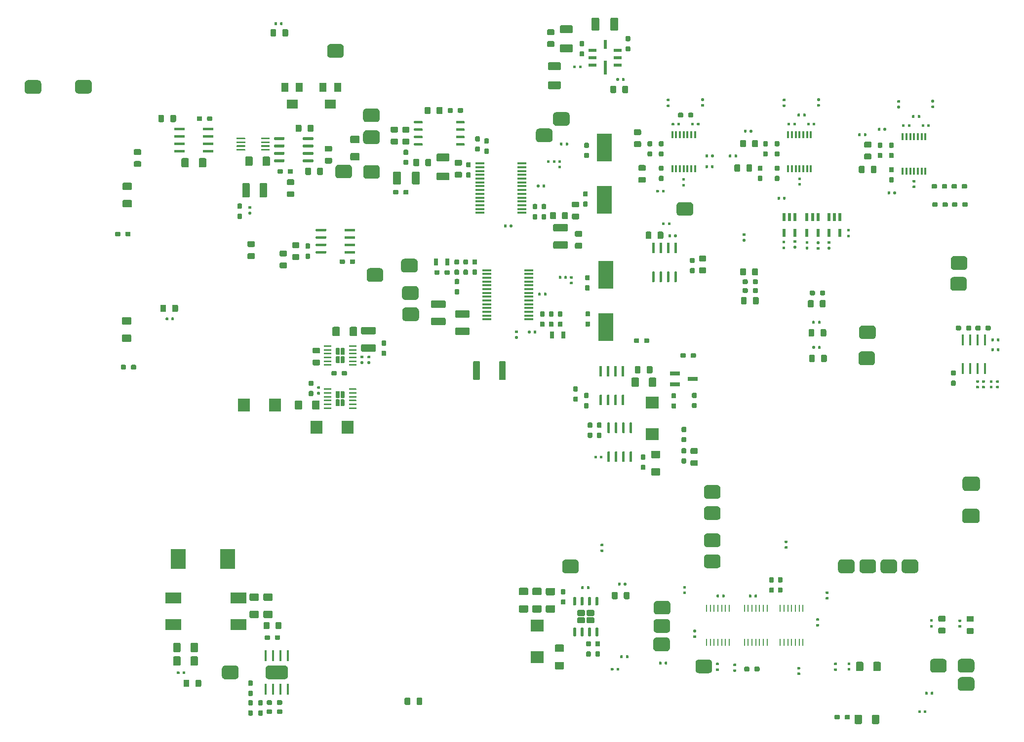
<source format=gbr>
G04 #@! TF.GenerationSoftware,KiCad,Pcbnew,5.1.5-52549c5~84~ubuntu18.04.1*
G04 #@! TF.CreationDate,2020-01-14T00:11:38-08:00*
G04 #@! TF.ProjectId,Pi_Blackbox,50695f42-6c61-4636-9b62-6f782e6b6963,R3*
G04 #@! TF.SameCoordinates,Original*
G04 #@! TF.FileFunction,Paste,Top*
G04 #@! TF.FilePolarity,Positive*
%FSLAX46Y46*%
G04 Gerber Fmt 4.6, Leading zero omitted, Abs format (unit mm)*
G04 Created by KiCad (PCBNEW 5.1.5-52549c5~84~ubuntu18.04.1) date 2020-01-14 00:11:38*
%MOMM*%
%LPD*%
G04 APERTURE LIST*
%ADD10R,2.747600X1.947600*%
%ADD11C,0.100000*%
%ADD12R,0.797600X1.297600*%
%ADD13R,2.236800X2.097799*%
%ADD14R,2.097799X2.236800*%
%ADD15R,1.247600X1.547600*%
%ADD16R,1.947600X1.547600*%
%ADD17R,0.212400X1.309599*%
%ADD18R,0.347600X1.847600*%
%ADD19R,1.597600X0.297600*%
%ADD20R,0.497600X1.407600*%
%ADD21R,2.597600X4.847600*%
%ADD22R,1.747600X0.647600*%
%ADD23R,1.347600X0.567600*%
%ADD24R,0.567600X1.597600*%
%ADD25R,0.567600X2.347600*%
%ADD26R,2.597600X3.447600*%
%ADD27R,0.447600X1.847600*%
%ADD28R,0.297600X1.297600*%
G04 APERTURE END LIST*
D10*
X100690000Y-140590000D03*
X100690000Y-135990000D03*
X89490000Y-135990000D03*
X89490000Y-140590000D03*
D11*
G36*
X181344426Y-146549026D02*
G01*
X181401399Y-146557477D01*
X181457268Y-146571472D01*
X181511497Y-146590875D01*
X181563563Y-146615500D01*
X181612964Y-146645110D01*
X181659225Y-146679420D01*
X181701901Y-146718099D01*
X181740580Y-146760775D01*
X181774890Y-146807036D01*
X181804500Y-146856437D01*
X181829125Y-146908503D01*
X181848528Y-146962732D01*
X181862523Y-147018601D01*
X181870974Y-147075574D01*
X181873800Y-147133100D01*
X181873800Y-148306900D01*
X181870974Y-148364426D01*
X181862523Y-148421399D01*
X181848528Y-148477268D01*
X181829125Y-148531497D01*
X181804500Y-148583563D01*
X181774890Y-148632964D01*
X181740580Y-148679225D01*
X181701901Y-148721901D01*
X181659225Y-148760580D01*
X181612964Y-148794890D01*
X181563563Y-148824500D01*
X181511497Y-148849125D01*
X181457268Y-148868528D01*
X181401399Y-148882523D01*
X181344426Y-148890974D01*
X181286900Y-148893800D01*
X179613100Y-148893800D01*
X179555574Y-148890974D01*
X179498601Y-148882523D01*
X179442732Y-148868528D01*
X179388503Y-148849125D01*
X179336437Y-148824500D01*
X179287036Y-148794890D01*
X179240775Y-148760580D01*
X179198099Y-148721901D01*
X179159420Y-148679225D01*
X179125110Y-148632964D01*
X179095500Y-148583563D01*
X179070875Y-148531497D01*
X179051472Y-148477268D01*
X179037477Y-148421399D01*
X179029026Y-148364426D01*
X179026200Y-148306900D01*
X179026200Y-147133100D01*
X179029026Y-147075574D01*
X179037477Y-147018601D01*
X179051472Y-146962732D01*
X179070875Y-146908503D01*
X179095500Y-146856437D01*
X179125110Y-146807036D01*
X179159420Y-146760775D01*
X179198099Y-146718099D01*
X179240775Y-146679420D01*
X179287036Y-146645110D01*
X179336437Y-146615500D01*
X179388503Y-146590875D01*
X179442732Y-146571472D01*
X179498601Y-146557477D01*
X179555574Y-146549026D01*
X179613100Y-146546200D01*
X181286900Y-146546200D01*
X181344426Y-146549026D01*
G37*
G36*
X208235123Y-56236727D02*
G01*
X208245743Y-56238302D01*
X208256157Y-56240911D01*
X208266266Y-56244528D01*
X208275971Y-56249118D01*
X208285179Y-56254637D01*
X208293803Y-56261033D01*
X208301757Y-56268243D01*
X208308967Y-56276197D01*
X208315363Y-56284821D01*
X208320882Y-56294029D01*
X208325472Y-56303734D01*
X208329089Y-56313843D01*
X208331698Y-56324257D01*
X208333273Y-56334877D01*
X208333800Y-56345600D01*
X208333800Y-56614400D01*
X208333273Y-56625123D01*
X208331698Y-56635743D01*
X208329089Y-56646157D01*
X208325472Y-56656266D01*
X208320882Y-56665971D01*
X208315363Y-56675179D01*
X208308967Y-56683803D01*
X208301757Y-56691757D01*
X208293803Y-56698967D01*
X208285179Y-56705363D01*
X208275971Y-56710882D01*
X208266266Y-56715472D01*
X208256157Y-56719089D01*
X208245743Y-56721698D01*
X208235123Y-56723273D01*
X208224400Y-56723800D01*
X208005600Y-56723800D01*
X207994877Y-56723273D01*
X207984257Y-56721698D01*
X207973843Y-56719089D01*
X207963734Y-56715472D01*
X207954029Y-56710882D01*
X207944821Y-56705363D01*
X207936197Y-56698967D01*
X207928243Y-56691757D01*
X207921033Y-56683803D01*
X207914637Y-56675179D01*
X207909118Y-56665971D01*
X207904528Y-56656266D01*
X207900911Y-56646157D01*
X207898302Y-56635743D01*
X207896727Y-56625123D01*
X207896200Y-56614400D01*
X207896200Y-56345600D01*
X207896727Y-56334877D01*
X207898302Y-56324257D01*
X207900911Y-56313843D01*
X207904528Y-56303734D01*
X207909118Y-56294029D01*
X207914637Y-56284821D01*
X207921033Y-56276197D01*
X207928243Y-56268243D01*
X207936197Y-56261033D01*
X207944821Y-56254637D01*
X207954029Y-56249118D01*
X207963734Y-56244528D01*
X207973843Y-56240911D01*
X207984257Y-56238302D01*
X207994877Y-56236727D01*
X208005600Y-56236200D01*
X208224400Y-56236200D01*
X208235123Y-56236727D01*
G37*
G36*
X207265123Y-56236727D02*
G01*
X207275743Y-56238302D01*
X207286157Y-56240911D01*
X207296266Y-56244528D01*
X207305971Y-56249118D01*
X207315179Y-56254637D01*
X207323803Y-56261033D01*
X207331757Y-56268243D01*
X207338967Y-56276197D01*
X207345363Y-56284821D01*
X207350882Y-56294029D01*
X207355472Y-56303734D01*
X207359089Y-56313843D01*
X207361698Y-56324257D01*
X207363273Y-56334877D01*
X207363800Y-56345600D01*
X207363800Y-56614400D01*
X207363273Y-56625123D01*
X207361698Y-56635743D01*
X207359089Y-56646157D01*
X207355472Y-56656266D01*
X207350882Y-56665971D01*
X207345363Y-56675179D01*
X207338967Y-56683803D01*
X207331757Y-56691757D01*
X207323803Y-56698967D01*
X207315179Y-56705363D01*
X207305971Y-56710882D01*
X207296266Y-56715472D01*
X207286157Y-56719089D01*
X207275743Y-56721698D01*
X207265123Y-56723273D01*
X207254400Y-56723800D01*
X207035600Y-56723800D01*
X207024877Y-56723273D01*
X207014257Y-56721698D01*
X207003843Y-56719089D01*
X206993734Y-56715472D01*
X206984029Y-56710882D01*
X206974821Y-56705363D01*
X206966197Y-56698967D01*
X206958243Y-56691757D01*
X206951033Y-56683803D01*
X206944637Y-56675179D01*
X206939118Y-56665971D01*
X206934528Y-56656266D01*
X206930911Y-56646157D01*
X206928302Y-56635743D01*
X206926727Y-56625123D01*
X206926200Y-56614400D01*
X206926200Y-56345600D01*
X206926727Y-56334877D01*
X206928302Y-56324257D01*
X206930911Y-56313843D01*
X206934528Y-56303734D01*
X206939118Y-56294029D01*
X206944637Y-56284821D01*
X206951033Y-56276197D01*
X206958243Y-56268243D01*
X206966197Y-56261033D01*
X206974821Y-56254637D01*
X206984029Y-56249118D01*
X206993734Y-56244528D01*
X207003843Y-56240911D01*
X207014257Y-56238302D01*
X207024877Y-56236727D01*
X207035600Y-56236200D01*
X207254400Y-56236200D01*
X207265123Y-56236727D01*
G37*
G36*
X113318945Y-98697160D02*
G01*
X113338301Y-98700031D01*
X113357283Y-98704786D01*
X113375707Y-98711378D01*
X113393397Y-98719745D01*
X113410181Y-98729805D01*
X113425898Y-98741462D01*
X113440397Y-98754603D01*
X113453538Y-98769102D01*
X113465195Y-98784819D01*
X113475255Y-98801603D01*
X113483622Y-98819293D01*
X113490214Y-98837717D01*
X113494969Y-98856699D01*
X113497840Y-98876055D01*
X113498800Y-98895600D01*
X113498800Y-99394400D01*
X113497840Y-99413945D01*
X113494969Y-99433301D01*
X113490214Y-99452283D01*
X113483622Y-99470707D01*
X113475255Y-99488397D01*
X113465195Y-99505181D01*
X113453538Y-99520898D01*
X113440397Y-99535397D01*
X113425898Y-99548538D01*
X113410181Y-99560195D01*
X113393397Y-99570255D01*
X113375707Y-99578622D01*
X113357283Y-99585214D01*
X113338301Y-99589969D01*
X113318945Y-99592840D01*
X113299400Y-99593800D01*
X112900600Y-99593800D01*
X112881055Y-99592840D01*
X112861699Y-99589969D01*
X112842717Y-99585214D01*
X112824293Y-99578622D01*
X112806603Y-99570255D01*
X112789819Y-99560195D01*
X112774102Y-99548538D01*
X112759603Y-99535397D01*
X112746462Y-99520898D01*
X112734805Y-99505181D01*
X112724745Y-99488397D01*
X112716378Y-99470707D01*
X112709786Y-99452283D01*
X112705031Y-99433301D01*
X112702160Y-99413945D01*
X112701200Y-99394400D01*
X112701200Y-98895600D01*
X112702160Y-98876055D01*
X112705031Y-98856699D01*
X112709786Y-98837717D01*
X112716378Y-98819293D01*
X112724745Y-98801603D01*
X112734805Y-98784819D01*
X112746462Y-98769102D01*
X112759603Y-98754603D01*
X112774102Y-98741462D01*
X112789819Y-98729805D01*
X112806603Y-98719745D01*
X112824293Y-98711378D01*
X112842717Y-98704786D01*
X112861699Y-98700031D01*
X112881055Y-98697160D01*
X112900600Y-98696200D01*
X113299400Y-98696200D01*
X113318945Y-98697160D01*
G37*
G36*
X113318945Y-100447160D02*
G01*
X113338301Y-100450031D01*
X113357283Y-100454786D01*
X113375707Y-100461378D01*
X113393397Y-100469745D01*
X113410181Y-100479805D01*
X113425898Y-100491462D01*
X113440397Y-100504603D01*
X113453538Y-100519102D01*
X113465195Y-100534819D01*
X113475255Y-100551603D01*
X113483622Y-100569293D01*
X113490214Y-100587717D01*
X113494969Y-100606699D01*
X113497840Y-100626055D01*
X113498800Y-100645600D01*
X113498800Y-101144400D01*
X113497840Y-101163945D01*
X113494969Y-101183301D01*
X113490214Y-101202283D01*
X113483622Y-101220707D01*
X113475255Y-101238397D01*
X113465195Y-101255181D01*
X113453538Y-101270898D01*
X113440397Y-101285397D01*
X113425898Y-101298538D01*
X113410181Y-101310195D01*
X113393397Y-101320255D01*
X113375707Y-101328622D01*
X113357283Y-101335214D01*
X113338301Y-101339969D01*
X113318945Y-101342840D01*
X113299400Y-101343800D01*
X112900600Y-101343800D01*
X112881055Y-101342840D01*
X112861699Y-101339969D01*
X112842717Y-101335214D01*
X112824293Y-101328622D01*
X112806603Y-101320255D01*
X112789819Y-101310195D01*
X112774102Y-101298538D01*
X112759603Y-101285397D01*
X112746462Y-101270898D01*
X112734805Y-101255181D01*
X112724745Y-101238397D01*
X112716378Y-101220707D01*
X112709786Y-101202283D01*
X112705031Y-101183301D01*
X112702160Y-101163945D01*
X112701200Y-101144400D01*
X112701200Y-100645600D01*
X112702160Y-100626055D01*
X112705031Y-100606699D01*
X112709786Y-100587717D01*
X112716378Y-100569293D01*
X112724745Y-100551603D01*
X112734805Y-100534819D01*
X112746462Y-100519102D01*
X112759603Y-100504603D01*
X112774102Y-100491462D01*
X112789819Y-100479805D01*
X112806603Y-100469745D01*
X112824293Y-100461378D01*
X112842717Y-100454786D01*
X112861699Y-100450031D01*
X112881055Y-100447160D01*
X112900600Y-100446200D01*
X113299400Y-100446200D01*
X113318945Y-100447160D01*
G37*
G36*
X174635123Y-71526727D02*
G01*
X174645743Y-71528302D01*
X174656157Y-71530911D01*
X174666266Y-71534528D01*
X174675971Y-71539118D01*
X174685179Y-71544637D01*
X174693803Y-71551033D01*
X174701757Y-71558243D01*
X174708967Y-71566197D01*
X174715363Y-71574821D01*
X174720882Y-71584029D01*
X174725472Y-71593734D01*
X174729089Y-71603843D01*
X174731698Y-71614257D01*
X174733273Y-71624877D01*
X174733800Y-71635600D01*
X174733800Y-71904400D01*
X174733273Y-71915123D01*
X174731698Y-71925743D01*
X174729089Y-71936157D01*
X174725472Y-71946266D01*
X174720882Y-71955971D01*
X174715363Y-71965179D01*
X174708967Y-71973803D01*
X174701757Y-71981757D01*
X174693803Y-71988967D01*
X174685179Y-71995363D01*
X174675971Y-72000882D01*
X174666266Y-72005472D01*
X174656157Y-72009089D01*
X174645743Y-72011698D01*
X174635123Y-72013273D01*
X174624400Y-72013800D01*
X174405600Y-72013800D01*
X174394877Y-72013273D01*
X174384257Y-72011698D01*
X174373843Y-72009089D01*
X174363734Y-72005472D01*
X174354029Y-72000882D01*
X174344821Y-71995363D01*
X174336197Y-71988967D01*
X174328243Y-71981757D01*
X174321033Y-71973803D01*
X174314637Y-71965179D01*
X174309118Y-71955971D01*
X174304528Y-71946266D01*
X174300911Y-71936157D01*
X174298302Y-71925743D01*
X174296727Y-71915123D01*
X174296200Y-71904400D01*
X174296200Y-71635600D01*
X174296727Y-71624877D01*
X174298302Y-71614257D01*
X174300911Y-71603843D01*
X174304528Y-71593734D01*
X174309118Y-71584029D01*
X174314637Y-71574821D01*
X174321033Y-71566197D01*
X174328243Y-71558243D01*
X174336197Y-71551033D01*
X174344821Y-71544637D01*
X174354029Y-71539118D01*
X174363734Y-71534528D01*
X174373843Y-71530911D01*
X174384257Y-71528302D01*
X174394877Y-71526727D01*
X174405600Y-71526200D01*
X174624400Y-71526200D01*
X174635123Y-71526727D01*
G37*
G36*
X173665123Y-71526727D02*
G01*
X173675743Y-71528302D01*
X173686157Y-71530911D01*
X173696266Y-71534528D01*
X173705971Y-71539118D01*
X173715179Y-71544637D01*
X173723803Y-71551033D01*
X173731757Y-71558243D01*
X173738967Y-71566197D01*
X173745363Y-71574821D01*
X173750882Y-71584029D01*
X173755472Y-71593734D01*
X173759089Y-71603843D01*
X173761698Y-71614257D01*
X173763273Y-71624877D01*
X173763800Y-71635600D01*
X173763800Y-71904400D01*
X173763273Y-71915123D01*
X173761698Y-71925743D01*
X173759089Y-71936157D01*
X173755472Y-71946266D01*
X173750882Y-71955971D01*
X173745363Y-71965179D01*
X173738967Y-71973803D01*
X173731757Y-71981757D01*
X173723803Y-71988967D01*
X173715179Y-71995363D01*
X173705971Y-72000882D01*
X173696266Y-72005472D01*
X173686157Y-72009089D01*
X173675743Y-72011698D01*
X173665123Y-72013273D01*
X173654400Y-72013800D01*
X173435600Y-72013800D01*
X173424877Y-72013273D01*
X173414257Y-72011698D01*
X173403843Y-72009089D01*
X173393734Y-72005472D01*
X173384029Y-72000882D01*
X173374821Y-71995363D01*
X173366197Y-71988967D01*
X173358243Y-71981757D01*
X173351033Y-71973803D01*
X173344637Y-71965179D01*
X173339118Y-71955971D01*
X173334528Y-71946266D01*
X173330911Y-71936157D01*
X173328302Y-71925743D01*
X173326727Y-71915123D01*
X173326200Y-71904400D01*
X173326200Y-71635600D01*
X173326727Y-71624877D01*
X173328302Y-71614257D01*
X173330911Y-71603843D01*
X173334528Y-71593734D01*
X173339118Y-71584029D01*
X173344637Y-71574821D01*
X173351033Y-71566197D01*
X173358243Y-71558243D01*
X173366197Y-71551033D01*
X173374821Y-71544637D01*
X173384029Y-71539118D01*
X173393734Y-71534528D01*
X173403843Y-71530911D01*
X173414257Y-71528302D01*
X173424877Y-71526727D01*
X173435600Y-71526200D01*
X173654400Y-71526200D01*
X173665123Y-71526727D01*
G37*
G36*
X159375123Y-44586727D02*
G01*
X159385743Y-44588302D01*
X159396157Y-44590911D01*
X159406266Y-44594528D01*
X159415971Y-44599118D01*
X159425179Y-44604637D01*
X159433803Y-44611033D01*
X159441757Y-44618243D01*
X159448967Y-44626197D01*
X159455363Y-44634821D01*
X159460882Y-44644029D01*
X159465472Y-44653734D01*
X159469089Y-44663843D01*
X159471698Y-44674257D01*
X159473273Y-44684877D01*
X159473800Y-44695600D01*
X159473800Y-44964400D01*
X159473273Y-44975123D01*
X159471698Y-44985743D01*
X159469089Y-44996157D01*
X159465472Y-45006266D01*
X159460882Y-45015971D01*
X159455363Y-45025179D01*
X159448967Y-45033803D01*
X159441757Y-45041757D01*
X159433803Y-45048967D01*
X159425179Y-45055363D01*
X159415971Y-45060882D01*
X159406266Y-45065472D01*
X159396157Y-45069089D01*
X159385743Y-45071698D01*
X159375123Y-45073273D01*
X159364400Y-45073800D01*
X159145600Y-45073800D01*
X159134877Y-45073273D01*
X159124257Y-45071698D01*
X159113843Y-45069089D01*
X159103734Y-45065472D01*
X159094029Y-45060882D01*
X159084821Y-45055363D01*
X159076197Y-45048967D01*
X159068243Y-45041757D01*
X159061033Y-45033803D01*
X159054637Y-45025179D01*
X159049118Y-45015971D01*
X159044528Y-45006266D01*
X159040911Y-44996157D01*
X159038302Y-44985743D01*
X159036727Y-44975123D01*
X159036200Y-44964400D01*
X159036200Y-44695600D01*
X159036727Y-44684877D01*
X159038302Y-44674257D01*
X159040911Y-44663843D01*
X159044528Y-44653734D01*
X159049118Y-44644029D01*
X159054637Y-44634821D01*
X159061033Y-44626197D01*
X159068243Y-44618243D01*
X159076197Y-44611033D01*
X159084821Y-44604637D01*
X159094029Y-44599118D01*
X159103734Y-44594528D01*
X159113843Y-44590911D01*
X159124257Y-44588302D01*
X159134877Y-44586727D01*
X159145600Y-44586200D01*
X159364400Y-44586200D01*
X159375123Y-44586727D01*
G37*
G36*
X158405123Y-44586727D02*
G01*
X158415743Y-44588302D01*
X158426157Y-44590911D01*
X158436266Y-44594528D01*
X158445971Y-44599118D01*
X158455179Y-44604637D01*
X158463803Y-44611033D01*
X158471757Y-44618243D01*
X158478967Y-44626197D01*
X158485363Y-44634821D01*
X158490882Y-44644029D01*
X158495472Y-44653734D01*
X158499089Y-44663843D01*
X158501698Y-44674257D01*
X158503273Y-44684877D01*
X158503800Y-44695600D01*
X158503800Y-44964400D01*
X158503273Y-44975123D01*
X158501698Y-44985743D01*
X158499089Y-44996157D01*
X158495472Y-45006266D01*
X158490882Y-45015971D01*
X158485363Y-45025179D01*
X158478967Y-45033803D01*
X158471757Y-45041757D01*
X158463803Y-45048967D01*
X158455179Y-45055363D01*
X158445971Y-45060882D01*
X158436266Y-45065472D01*
X158426157Y-45069089D01*
X158415743Y-45071698D01*
X158405123Y-45073273D01*
X158394400Y-45073800D01*
X158175600Y-45073800D01*
X158164877Y-45073273D01*
X158154257Y-45071698D01*
X158143843Y-45069089D01*
X158133734Y-45065472D01*
X158124029Y-45060882D01*
X158114821Y-45055363D01*
X158106197Y-45048967D01*
X158098243Y-45041757D01*
X158091033Y-45033803D01*
X158084637Y-45025179D01*
X158079118Y-45015971D01*
X158074528Y-45006266D01*
X158070911Y-44996157D01*
X158068302Y-44985743D01*
X158066727Y-44975123D01*
X158066200Y-44964400D01*
X158066200Y-44695600D01*
X158066727Y-44684877D01*
X158068302Y-44674257D01*
X158070911Y-44663843D01*
X158074528Y-44653734D01*
X158079118Y-44644029D01*
X158084637Y-44634821D01*
X158091033Y-44626197D01*
X158098243Y-44618243D01*
X158106197Y-44611033D01*
X158114821Y-44604637D01*
X158124029Y-44599118D01*
X158133734Y-44594528D01*
X158143843Y-44590911D01*
X158154257Y-44588302D01*
X158164877Y-44586727D01*
X158175600Y-44586200D01*
X158394400Y-44586200D01*
X158405123Y-44586727D01*
G37*
G36*
X102750123Y-68751727D02*
G01*
X102760743Y-68753302D01*
X102771157Y-68755911D01*
X102781266Y-68759528D01*
X102790971Y-68764118D01*
X102800179Y-68769637D01*
X102808803Y-68776033D01*
X102816757Y-68783243D01*
X102823967Y-68791197D01*
X102830363Y-68799821D01*
X102835882Y-68809029D01*
X102840472Y-68818734D01*
X102844089Y-68828843D01*
X102846698Y-68839257D01*
X102848273Y-68849877D01*
X102848800Y-68860600D01*
X102848800Y-69079400D01*
X102848273Y-69090123D01*
X102846698Y-69100743D01*
X102844089Y-69111157D01*
X102840472Y-69121266D01*
X102835882Y-69130971D01*
X102830363Y-69140179D01*
X102823967Y-69148803D01*
X102816757Y-69156757D01*
X102808803Y-69163967D01*
X102800179Y-69170363D01*
X102790971Y-69175882D01*
X102781266Y-69180472D01*
X102771157Y-69184089D01*
X102760743Y-69186698D01*
X102750123Y-69188273D01*
X102739400Y-69188800D01*
X102470600Y-69188800D01*
X102459877Y-69188273D01*
X102449257Y-69186698D01*
X102438843Y-69184089D01*
X102428734Y-69180472D01*
X102419029Y-69175882D01*
X102409821Y-69170363D01*
X102401197Y-69163967D01*
X102393243Y-69156757D01*
X102386033Y-69148803D01*
X102379637Y-69140179D01*
X102374118Y-69130971D01*
X102369528Y-69121266D01*
X102365911Y-69111157D01*
X102363302Y-69100743D01*
X102361727Y-69090123D01*
X102361200Y-69079400D01*
X102361200Y-68860600D01*
X102361727Y-68849877D01*
X102363302Y-68839257D01*
X102365911Y-68828843D01*
X102369528Y-68818734D01*
X102374118Y-68809029D01*
X102379637Y-68799821D01*
X102386033Y-68791197D01*
X102393243Y-68783243D01*
X102401197Y-68776033D01*
X102409821Y-68769637D01*
X102419029Y-68764118D01*
X102428734Y-68759528D01*
X102438843Y-68755911D01*
X102449257Y-68753302D01*
X102459877Y-68751727D01*
X102470600Y-68751200D01*
X102739400Y-68751200D01*
X102750123Y-68751727D01*
G37*
G36*
X102750123Y-69721727D02*
G01*
X102760743Y-69723302D01*
X102771157Y-69725911D01*
X102781266Y-69729528D01*
X102790971Y-69734118D01*
X102800179Y-69739637D01*
X102808803Y-69746033D01*
X102816757Y-69753243D01*
X102823967Y-69761197D01*
X102830363Y-69769821D01*
X102835882Y-69779029D01*
X102840472Y-69788734D01*
X102844089Y-69798843D01*
X102846698Y-69809257D01*
X102848273Y-69819877D01*
X102848800Y-69830600D01*
X102848800Y-70049400D01*
X102848273Y-70060123D01*
X102846698Y-70070743D01*
X102844089Y-70081157D01*
X102840472Y-70091266D01*
X102835882Y-70100971D01*
X102830363Y-70110179D01*
X102823967Y-70118803D01*
X102816757Y-70126757D01*
X102808803Y-70133967D01*
X102800179Y-70140363D01*
X102790971Y-70145882D01*
X102781266Y-70150472D01*
X102771157Y-70154089D01*
X102760743Y-70156698D01*
X102750123Y-70158273D01*
X102739400Y-70158800D01*
X102470600Y-70158800D01*
X102459877Y-70158273D01*
X102449257Y-70156698D01*
X102438843Y-70154089D01*
X102428734Y-70150472D01*
X102419029Y-70145882D01*
X102409821Y-70140363D01*
X102401197Y-70133967D01*
X102393243Y-70126757D01*
X102386033Y-70118803D01*
X102379637Y-70110179D01*
X102374118Y-70100971D01*
X102369528Y-70091266D01*
X102365911Y-70081157D01*
X102363302Y-70070743D01*
X102361727Y-70060123D01*
X102361200Y-70049400D01*
X102361200Y-69830600D01*
X102361727Y-69819877D01*
X102363302Y-69809257D01*
X102365911Y-69798843D01*
X102369528Y-69788734D01*
X102374118Y-69779029D01*
X102379637Y-69769821D01*
X102386033Y-69761197D01*
X102393243Y-69753243D01*
X102401197Y-69746033D01*
X102409821Y-69739637D01*
X102419029Y-69734118D01*
X102428734Y-69729528D01*
X102438843Y-69725911D01*
X102449257Y-69723302D01*
X102459877Y-69721727D01*
X102470600Y-69721200D01*
X102739400Y-69721200D01*
X102750123Y-69721727D01*
G37*
G36*
X89475123Y-87846727D02*
G01*
X89485743Y-87848302D01*
X89496157Y-87850911D01*
X89506266Y-87854528D01*
X89515971Y-87859118D01*
X89525179Y-87864637D01*
X89533803Y-87871033D01*
X89541757Y-87878243D01*
X89548967Y-87886197D01*
X89555363Y-87894821D01*
X89560882Y-87904029D01*
X89565472Y-87913734D01*
X89569089Y-87923843D01*
X89571698Y-87934257D01*
X89573273Y-87944877D01*
X89573800Y-87955600D01*
X89573800Y-88224400D01*
X89573273Y-88235123D01*
X89571698Y-88245743D01*
X89569089Y-88256157D01*
X89565472Y-88266266D01*
X89560882Y-88275971D01*
X89555363Y-88285179D01*
X89548967Y-88293803D01*
X89541757Y-88301757D01*
X89533803Y-88308967D01*
X89525179Y-88315363D01*
X89515971Y-88320882D01*
X89506266Y-88325472D01*
X89496157Y-88329089D01*
X89485743Y-88331698D01*
X89475123Y-88333273D01*
X89464400Y-88333800D01*
X89245600Y-88333800D01*
X89234877Y-88333273D01*
X89224257Y-88331698D01*
X89213843Y-88329089D01*
X89203734Y-88325472D01*
X89194029Y-88320882D01*
X89184821Y-88315363D01*
X89176197Y-88308967D01*
X89168243Y-88301757D01*
X89161033Y-88293803D01*
X89154637Y-88285179D01*
X89149118Y-88275971D01*
X89144528Y-88266266D01*
X89140911Y-88256157D01*
X89138302Y-88245743D01*
X89136727Y-88235123D01*
X89136200Y-88224400D01*
X89136200Y-87955600D01*
X89136727Y-87944877D01*
X89138302Y-87934257D01*
X89140911Y-87923843D01*
X89144528Y-87913734D01*
X89149118Y-87904029D01*
X89154637Y-87894821D01*
X89161033Y-87886197D01*
X89168243Y-87878243D01*
X89176197Y-87871033D01*
X89184821Y-87864637D01*
X89194029Y-87859118D01*
X89203734Y-87854528D01*
X89213843Y-87850911D01*
X89224257Y-87848302D01*
X89234877Y-87846727D01*
X89245600Y-87846200D01*
X89464400Y-87846200D01*
X89475123Y-87846727D01*
G37*
G36*
X88505123Y-87846727D02*
G01*
X88515743Y-87848302D01*
X88526157Y-87850911D01*
X88536266Y-87854528D01*
X88545971Y-87859118D01*
X88555179Y-87864637D01*
X88563803Y-87871033D01*
X88571757Y-87878243D01*
X88578967Y-87886197D01*
X88585363Y-87894821D01*
X88590882Y-87904029D01*
X88595472Y-87913734D01*
X88599089Y-87923843D01*
X88601698Y-87934257D01*
X88603273Y-87944877D01*
X88603800Y-87955600D01*
X88603800Y-88224400D01*
X88603273Y-88235123D01*
X88601698Y-88245743D01*
X88599089Y-88256157D01*
X88595472Y-88266266D01*
X88590882Y-88275971D01*
X88585363Y-88285179D01*
X88578967Y-88293803D01*
X88571757Y-88301757D01*
X88563803Y-88308967D01*
X88555179Y-88315363D01*
X88545971Y-88320882D01*
X88536266Y-88325472D01*
X88526157Y-88329089D01*
X88515743Y-88331698D01*
X88505123Y-88333273D01*
X88494400Y-88333800D01*
X88275600Y-88333800D01*
X88264877Y-88333273D01*
X88254257Y-88331698D01*
X88243843Y-88329089D01*
X88233734Y-88325472D01*
X88224029Y-88320882D01*
X88214821Y-88315363D01*
X88206197Y-88308967D01*
X88198243Y-88301757D01*
X88191033Y-88293803D01*
X88184637Y-88285179D01*
X88179118Y-88275971D01*
X88174528Y-88266266D01*
X88170911Y-88256157D01*
X88168302Y-88245743D01*
X88166727Y-88235123D01*
X88166200Y-88224400D01*
X88166200Y-87955600D01*
X88166727Y-87944877D01*
X88168302Y-87934257D01*
X88170911Y-87923843D01*
X88174528Y-87913734D01*
X88179118Y-87904029D01*
X88184637Y-87894821D01*
X88191033Y-87886197D01*
X88198243Y-87878243D01*
X88206197Y-87871033D01*
X88214821Y-87864637D01*
X88224029Y-87859118D01*
X88233734Y-87854528D01*
X88243843Y-87850911D01*
X88254257Y-87848302D01*
X88264877Y-87846727D01*
X88275600Y-87846200D01*
X88494400Y-87846200D01*
X88505123Y-87846727D01*
G37*
G36*
X90445123Y-148566727D02*
G01*
X90455743Y-148568302D01*
X90466157Y-148570911D01*
X90476266Y-148574528D01*
X90485971Y-148579118D01*
X90495179Y-148584637D01*
X90503803Y-148591033D01*
X90511757Y-148598243D01*
X90518967Y-148606197D01*
X90525363Y-148614821D01*
X90530882Y-148624029D01*
X90535472Y-148633734D01*
X90539089Y-148643843D01*
X90541698Y-148654257D01*
X90543273Y-148664877D01*
X90543800Y-148675600D01*
X90543800Y-148944400D01*
X90543273Y-148955123D01*
X90541698Y-148965743D01*
X90539089Y-148976157D01*
X90535472Y-148986266D01*
X90530882Y-148995971D01*
X90525363Y-149005179D01*
X90518967Y-149013803D01*
X90511757Y-149021757D01*
X90503803Y-149028967D01*
X90495179Y-149035363D01*
X90485971Y-149040882D01*
X90476266Y-149045472D01*
X90466157Y-149049089D01*
X90455743Y-149051698D01*
X90445123Y-149053273D01*
X90434400Y-149053800D01*
X90215600Y-149053800D01*
X90204877Y-149053273D01*
X90194257Y-149051698D01*
X90183843Y-149049089D01*
X90173734Y-149045472D01*
X90164029Y-149040882D01*
X90154821Y-149035363D01*
X90146197Y-149028967D01*
X90138243Y-149021757D01*
X90131033Y-149013803D01*
X90124637Y-149005179D01*
X90119118Y-148995971D01*
X90114528Y-148986266D01*
X90110911Y-148976157D01*
X90108302Y-148965743D01*
X90106727Y-148955123D01*
X90106200Y-148944400D01*
X90106200Y-148675600D01*
X90106727Y-148664877D01*
X90108302Y-148654257D01*
X90110911Y-148643843D01*
X90114528Y-148633734D01*
X90119118Y-148624029D01*
X90124637Y-148614821D01*
X90131033Y-148606197D01*
X90138243Y-148598243D01*
X90146197Y-148591033D01*
X90154821Y-148584637D01*
X90164029Y-148579118D01*
X90173734Y-148574528D01*
X90183843Y-148570911D01*
X90194257Y-148568302D01*
X90204877Y-148566727D01*
X90215600Y-148566200D01*
X90434400Y-148566200D01*
X90445123Y-148566727D01*
G37*
G36*
X91415123Y-148566727D02*
G01*
X91425743Y-148568302D01*
X91436157Y-148570911D01*
X91446266Y-148574528D01*
X91455971Y-148579118D01*
X91465179Y-148584637D01*
X91473803Y-148591033D01*
X91481757Y-148598243D01*
X91488967Y-148606197D01*
X91495363Y-148614821D01*
X91500882Y-148624029D01*
X91505472Y-148633734D01*
X91509089Y-148643843D01*
X91511698Y-148654257D01*
X91513273Y-148664877D01*
X91513800Y-148675600D01*
X91513800Y-148944400D01*
X91513273Y-148955123D01*
X91511698Y-148965743D01*
X91509089Y-148976157D01*
X91505472Y-148986266D01*
X91500882Y-148995971D01*
X91495363Y-149005179D01*
X91488967Y-149013803D01*
X91481757Y-149021757D01*
X91473803Y-149028967D01*
X91465179Y-149035363D01*
X91455971Y-149040882D01*
X91446266Y-149045472D01*
X91436157Y-149049089D01*
X91425743Y-149051698D01*
X91415123Y-149053273D01*
X91404400Y-149053800D01*
X91185600Y-149053800D01*
X91174877Y-149053273D01*
X91164257Y-149051698D01*
X91153843Y-149049089D01*
X91143734Y-149045472D01*
X91134029Y-149040882D01*
X91124821Y-149035363D01*
X91116197Y-149028967D01*
X91108243Y-149021757D01*
X91101033Y-149013803D01*
X91094637Y-149005179D01*
X91089118Y-148995971D01*
X91084528Y-148986266D01*
X91080911Y-148976157D01*
X91078302Y-148965743D01*
X91076727Y-148955123D01*
X91076200Y-148944400D01*
X91076200Y-148675600D01*
X91076727Y-148664877D01*
X91078302Y-148654257D01*
X91080911Y-148643843D01*
X91084528Y-148633734D01*
X91089118Y-148624029D01*
X91094637Y-148614821D01*
X91101033Y-148606197D01*
X91108243Y-148598243D01*
X91116197Y-148591033D01*
X91124821Y-148584637D01*
X91134029Y-148579118D01*
X91143734Y-148574528D01*
X91153843Y-148570911D01*
X91164257Y-148568302D01*
X91174877Y-148566727D01*
X91185600Y-148566200D01*
X91404400Y-148566200D01*
X91415123Y-148566727D01*
G37*
G36*
X224505123Y-140636727D02*
G01*
X224515743Y-140638302D01*
X224526157Y-140640911D01*
X224536266Y-140644528D01*
X224545971Y-140649118D01*
X224555179Y-140654637D01*
X224563803Y-140661033D01*
X224571757Y-140668243D01*
X224578967Y-140676197D01*
X224585363Y-140684821D01*
X224590882Y-140694029D01*
X224595472Y-140703734D01*
X224599089Y-140713843D01*
X224601698Y-140724257D01*
X224603273Y-140734877D01*
X224603800Y-140745600D01*
X224603800Y-140964400D01*
X224603273Y-140975123D01*
X224601698Y-140985743D01*
X224599089Y-140996157D01*
X224595472Y-141006266D01*
X224590882Y-141015971D01*
X224585363Y-141025179D01*
X224578967Y-141033803D01*
X224571757Y-141041757D01*
X224563803Y-141048967D01*
X224555179Y-141055363D01*
X224545971Y-141060882D01*
X224536266Y-141065472D01*
X224526157Y-141069089D01*
X224515743Y-141071698D01*
X224505123Y-141073273D01*
X224494400Y-141073800D01*
X224225600Y-141073800D01*
X224214877Y-141073273D01*
X224204257Y-141071698D01*
X224193843Y-141069089D01*
X224183734Y-141065472D01*
X224174029Y-141060882D01*
X224164821Y-141055363D01*
X224156197Y-141048967D01*
X224148243Y-141041757D01*
X224141033Y-141033803D01*
X224134637Y-141025179D01*
X224129118Y-141015971D01*
X224124528Y-141006266D01*
X224120911Y-140996157D01*
X224118302Y-140985743D01*
X224116727Y-140975123D01*
X224116200Y-140964400D01*
X224116200Y-140745600D01*
X224116727Y-140734877D01*
X224118302Y-140724257D01*
X224120911Y-140713843D01*
X224124528Y-140703734D01*
X224129118Y-140694029D01*
X224134637Y-140684821D01*
X224141033Y-140676197D01*
X224148243Y-140668243D01*
X224156197Y-140661033D01*
X224164821Y-140654637D01*
X224174029Y-140649118D01*
X224183734Y-140644528D01*
X224193843Y-140640911D01*
X224204257Y-140638302D01*
X224214877Y-140636727D01*
X224225600Y-140636200D01*
X224494400Y-140636200D01*
X224505123Y-140636727D01*
G37*
G36*
X224505123Y-139666727D02*
G01*
X224515743Y-139668302D01*
X224526157Y-139670911D01*
X224536266Y-139674528D01*
X224545971Y-139679118D01*
X224555179Y-139684637D01*
X224563803Y-139691033D01*
X224571757Y-139698243D01*
X224578967Y-139706197D01*
X224585363Y-139714821D01*
X224590882Y-139724029D01*
X224595472Y-139733734D01*
X224599089Y-139743843D01*
X224601698Y-139754257D01*
X224603273Y-139764877D01*
X224603800Y-139775600D01*
X224603800Y-139994400D01*
X224603273Y-140005123D01*
X224601698Y-140015743D01*
X224599089Y-140026157D01*
X224595472Y-140036266D01*
X224590882Y-140045971D01*
X224585363Y-140055179D01*
X224578967Y-140063803D01*
X224571757Y-140071757D01*
X224563803Y-140078967D01*
X224555179Y-140085363D01*
X224545971Y-140090882D01*
X224536266Y-140095472D01*
X224526157Y-140099089D01*
X224515743Y-140101698D01*
X224505123Y-140103273D01*
X224494400Y-140103800D01*
X224225600Y-140103800D01*
X224214877Y-140103273D01*
X224204257Y-140101698D01*
X224193843Y-140099089D01*
X224183734Y-140095472D01*
X224174029Y-140090882D01*
X224164821Y-140085363D01*
X224156197Y-140078967D01*
X224148243Y-140071757D01*
X224141033Y-140063803D01*
X224134637Y-140055179D01*
X224129118Y-140045971D01*
X224124528Y-140036266D01*
X224120911Y-140026157D01*
X224118302Y-140015743D01*
X224116727Y-140005123D01*
X224116200Y-139994400D01*
X224116200Y-139775600D01*
X224116727Y-139764877D01*
X224118302Y-139754257D01*
X224120911Y-139743843D01*
X224124528Y-139733734D01*
X224129118Y-139724029D01*
X224134637Y-139714821D01*
X224141033Y-139706197D01*
X224148243Y-139698243D01*
X224156197Y-139691033D01*
X224164821Y-139684637D01*
X224174029Y-139679118D01*
X224183734Y-139674528D01*
X224193843Y-139670911D01*
X224204257Y-139668302D01*
X224214877Y-139666727D01*
X224225600Y-139666200D01*
X224494400Y-139666200D01*
X224505123Y-139666727D01*
G37*
G36*
X108135123Y-37186727D02*
G01*
X108145743Y-37188302D01*
X108156157Y-37190911D01*
X108166266Y-37194528D01*
X108175971Y-37199118D01*
X108185179Y-37204637D01*
X108193803Y-37211033D01*
X108201757Y-37218243D01*
X108208967Y-37226197D01*
X108215363Y-37234821D01*
X108220882Y-37244029D01*
X108225472Y-37253734D01*
X108229089Y-37263843D01*
X108231698Y-37274257D01*
X108233273Y-37284877D01*
X108233800Y-37295600D01*
X108233800Y-37564400D01*
X108233273Y-37575123D01*
X108231698Y-37585743D01*
X108229089Y-37596157D01*
X108225472Y-37606266D01*
X108220882Y-37615971D01*
X108215363Y-37625179D01*
X108208967Y-37633803D01*
X108201757Y-37641757D01*
X108193803Y-37648967D01*
X108185179Y-37655363D01*
X108175971Y-37660882D01*
X108166266Y-37665472D01*
X108156157Y-37669089D01*
X108145743Y-37671698D01*
X108135123Y-37673273D01*
X108124400Y-37673800D01*
X107905600Y-37673800D01*
X107894877Y-37673273D01*
X107884257Y-37671698D01*
X107873843Y-37669089D01*
X107863734Y-37665472D01*
X107854029Y-37660882D01*
X107844821Y-37655363D01*
X107836197Y-37648967D01*
X107828243Y-37641757D01*
X107821033Y-37633803D01*
X107814637Y-37625179D01*
X107809118Y-37615971D01*
X107804528Y-37606266D01*
X107800911Y-37596157D01*
X107798302Y-37585743D01*
X107796727Y-37575123D01*
X107796200Y-37564400D01*
X107796200Y-37295600D01*
X107796727Y-37284877D01*
X107798302Y-37274257D01*
X107800911Y-37263843D01*
X107804528Y-37253734D01*
X107809118Y-37244029D01*
X107814637Y-37234821D01*
X107821033Y-37226197D01*
X107828243Y-37218243D01*
X107836197Y-37211033D01*
X107844821Y-37204637D01*
X107854029Y-37199118D01*
X107863734Y-37194528D01*
X107873843Y-37190911D01*
X107884257Y-37188302D01*
X107894877Y-37186727D01*
X107905600Y-37186200D01*
X108124400Y-37186200D01*
X108135123Y-37186727D01*
G37*
G36*
X107165123Y-37186727D02*
G01*
X107175743Y-37188302D01*
X107186157Y-37190911D01*
X107196266Y-37194528D01*
X107205971Y-37199118D01*
X107215179Y-37204637D01*
X107223803Y-37211033D01*
X107231757Y-37218243D01*
X107238967Y-37226197D01*
X107245363Y-37234821D01*
X107250882Y-37244029D01*
X107255472Y-37253734D01*
X107259089Y-37263843D01*
X107261698Y-37274257D01*
X107263273Y-37284877D01*
X107263800Y-37295600D01*
X107263800Y-37564400D01*
X107263273Y-37575123D01*
X107261698Y-37585743D01*
X107259089Y-37596157D01*
X107255472Y-37606266D01*
X107250882Y-37615971D01*
X107245363Y-37625179D01*
X107238967Y-37633803D01*
X107231757Y-37641757D01*
X107223803Y-37648967D01*
X107215179Y-37655363D01*
X107205971Y-37660882D01*
X107196266Y-37665472D01*
X107186157Y-37669089D01*
X107175743Y-37671698D01*
X107165123Y-37673273D01*
X107154400Y-37673800D01*
X106935600Y-37673800D01*
X106924877Y-37673273D01*
X106914257Y-37671698D01*
X106903843Y-37669089D01*
X106893734Y-37665472D01*
X106884029Y-37660882D01*
X106874821Y-37655363D01*
X106866197Y-37648967D01*
X106858243Y-37641757D01*
X106851033Y-37633803D01*
X106844637Y-37625179D01*
X106839118Y-37615971D01*
X106834528Y-37606266D01*
X106830911Y-37596157D01*
X106828302Y-37585743D01*
X106826727Y-37575123D01*
X106826200Y-37564400D01*
X106826200Y-37295600D01*
X106826727Y-37284877D01*
X106828302Y-37274257D01*
X106830911Y-37263843D01*
X106834528Y-37253734D01*
X106839118Y-37244029D01*
X106844637Y-37234821D01*
X106851033Y-37226197D01*
X106858243Y-37218243D01*
X106866197Y-37211033D01*
X106874821Y-37204637D01*
X106884029Y-37199118D01*
X106893734Y-37194528D01*
X106903843Y-37190911D01*
X106914257Y-37188302D01*
X106924877Y-37186727D01*
X106935600Y-37186200D01*
X107154400Y-37186200D01*
X107165123Y-37186727D01*
G37*
G36*
X200380123Y-92741727D02*
G01*
X200390743Y-92743302D01*
X200401157Y-92745911D01*
X200411266Y-92749528D01*
X200420971Y-92754118D01*
X200430179Y-92759637D01*
X200438803Y-92766033D01*
X200446757Y-92773243D01*
X200453967Y-92781197D01*
X200460363Y-92789821D01*
X200465882Y-92799029D01*
X200470472Y-92808734D01*
X200474089Y-92818843D01*
X200476698Y-92829257D01*
X200478273Y-92839877D01*
X200478800Y-92850600D01*
X200478800Y-93119400D01*
X200478273Y-93130123D01*
X200476698Y-93140743D01*
X200474089Y-93151157D01*
X200470472Y-93161266D01*
X200465882Y-93170971D01*
X200460363Y-93180179D01*
X200453967Y-93188803D01*
X200446757Y-93196757D01*
X200438803Y-93203967D01*
X200430179Y-93210363D01*
X200420971Y-93215882D01*
X200411266Y-93220472D01*
X200401157Y-93224089D01*
X200390743Y-93226698D01*
X200380123Y-93228273D01*
X200369400Y-93228800D01*
X200150600Y-93228800D01*
X200139877Y-93228273D01*
X200129257Y-93226698D01*
X200118843Y-93224089D01*
X200108734Y-93220472D01*
X200099029Y-93215882D01*
X200089821Y-93210363D01*
X200081197Y-93203967D01*
X200073243Y-93196757D01*
X200066033Y-93188803D01*
X200059637Y-93180179D01*
X200054118Y-93170971D01*
X200049528Y-93161266D01*
X200045911Y-93151157D01*
X200043302Y-93140743D01*
X200041727Y-93130123D01*
X200041200Y-93119400D01*
X200041200Y-92850600D01*
X200041727Y-92839877D01*
X200043302Y-92829257D01*
X200045911Y-92818843D01*
X200049528Y-92808734D01*
X200054118Y-92799029D01*
X200059637Y-92789821D01*
X200066033Y-92781197D01*
X200073243Y-92773243D01*
X200081197Y-92766033D01*
X200089821Y-92759637D01*
X200099029Y-92754118D01*
X200108734Y-92749528D01*
X200118843Y-92745911D01*
X200129257Y-92743302D01*
X200139877Y-92741727D01*
X200150600Y-92741200D01*
X200369400Y-92741200D01*
X200380123Y-92741727D01*
G37*
G36*
X199410123Y-92741727D02*
G01*
X199420743Y-92743302D01*
X199431157Y-92745911D01*
X199441266Y-92749528D01*
X199450971Y-92754118D01*
X199460179Y-92759637D01*
X199468803Y-92766033D01*
X199476757Y-92773243D01*
X199483967Y-92781197D01*
X199490363Y-92789821D01*
X199495882Y-92799029D01*
X199500472Y-92808734D01*
X199504089Y-92818843D01*
X199506698Y-92829257D01*
X199508273Y-92839877D01*
X199508800Y-92850600D01*
X199508800Y-93119400D01*
X199508273Y-93130123D01*
X199506698Y-93140743D01*
X199504089Y-93151157D01*
X199500472Y-93161266D01*
X199495882Y-93170971D01*
X199490363Y-93180179D01*
X199483967Y-93188803D01*
X199476757Y-93196757D01*
X199468803Y-93203967D01*
X199460179Y-93210363D01*
X199450971Y-93215882D01*
X199441266Y-93220472D01*
X199431157Y-93224089D01*
X199420743Y-93226698D01*
X199410123Y-93228273D01*
X199399400Y-93228800D01*
X199180600Y-93228800D01*
X199169877Y-93228273D01*
X199159257Y-93226698D01*
X199148843Y-93224089D01*
X199138734Y-93220472D01*
X199129029Y-93215882D01*
X199119821Y-93210363D01*
X199111197Y-93203967D01*
X199103243Y-93196757D01*
X199096033Y-93188803D01*
X199089637Y-93180179D01*
X199084118Y-93170971D01*
X199079528Y-93161266D01*
X199075911Y-93151157D01*
X199073302Y-93140743D01*
X199071727Y-93130123D01*
X199071200Y-93119400D01*
X199071200Y-92850600D01*
X199071727Y-92839877D01*
X199073302Y-92829257D01*
X199075911Y-92818843D01*
X199079528Y-92808734D01*
X199084118Y-92799029D01*
X199089637Y-92789821D01*
X199096033Y-92781197D01*
X199103243Y-92773243D01*
X199111197Y-92766033D01*
X199119821Y-92759637D01*
X199129029Y-92754118D01*
X199138734Y-92749528D01*
X199148843Y-92745911D01*
X199159257Y-92743302D01*
X199169877Y-92741727D01*
X199180600Y-92741200D01*
X199399400Y-92741200D01*
X199410123Y-92741727D01*
G37*
G36*
X219635123Y-140596727D02*
G01*
X219645743Y-140598302D01*
X219656157Y-140600911D01*
X219666266Y-140604528D01*
X219675971Y-140609118D01*
X219685179Y-140614637D01*
X219693803Y-140621033D01*
X219701757Y-140628243D01*
X219708967Y-140636197D01*
X219715363Y-140644821D01*
X219720882Y-140654029D01*
X219725472Y-140663734D01*
X219729089Y-140673843D01*
X219731698Y-140684257D01*
X219733273Y-140694877D01*
X219733800Y-140705600D01*
X219733800Y-140924400D01*
X219733273Y-140935123D01*
X219731698Y-140945743D01*
X219729089Y-140956157D01*
X219725472Y-140966266D01*
X219720882Y-140975971D01*
X219715363Y-140985179D01*
X219708967Y-140993803D01*
X219701757Y-141001757D01*
X219693803Y-141008967D01*
X219685179Y-141015363D01*
X219675971Y-141020882D01*
X219666266Y-141025472D01*
X219656157Y-141029089D01*
X219645743Y-141031698D01*
X219635123Y-141033273D01*
X219624400Y-141033800D01*
X219355600Y-141033800D01*
X219344877Y-141033273D01*
X219334257Y-141031698D01*
X219323843Y-141029089D01*
X219313734Y-141025472D01*
X219304029Y-141020882D01*
X219294821Y-141015363D01*
X219286197Y-141008967D01*
X219278243Y-141001757D01*
X219271033Y-140993803D01*
X219264637Y-140985179D01*
X219259118Y-140975971D01*
X219254528Y-140966266D01*
X219250911Y-140956157D01*
X219248302Y-140945743D01*
X219246727Y-140935123D01*
X219246200Y-140924400D01*
X219246200Y-140705600D01*
X219246727Y-140694877D01*
X219248302Y-140684257D01*
X219250911Y-140673843D01*
X219254528Y-140663734D01*
X219259118Y-140654029D01*
X219264637Y-140644821D01*
X219271033Y-140636197D01*
X219278243Y-140628243D01*
X219286197Y-140621033D01*
X219294821Y-140614637D01*
X219304029Y-140609118D01*
X219313734Y-140604528D01*
X219323843Y-140600911D01*
X219334257Y-140598302D01*
X219344877Y-140596727D01*
X219355600Y-140596200D01*
X219624400Y-140596200D01*
X219635123Y-140596727D01*
G37*
G36*
X219635123Y-139626727D02*
G01*
X219645743Y-139628302D01*
X219656157Y-139630911D01*
X219666266Y-139634528D01*
X219675971Y-139639118D01*
X219685179Y-139644637D01*
X219693803Y-139651033D01*
X219701757Y-139658243D01*
X219708967Y-139666197D01*
X219715363Y-139674821D01*
X219720882Y-139684029D01*
X219725472Y-139693734D01*
X219729089Y-139703843D01*
X219731698Y-139714257D01*
X219733273Y-139724877D01*
X219733800Y-139735600D01*
X219733800Y-139954400D01*
X219733273Y-139965123D01*
X219731698Y-139975743D01*
X219729089Y-139986157D01*
X219725472Y-139996266D01*
X219720882Y-140005971D01*
X219715363Y-140015179D01*
X219708967Y-140023803D01*
X219701757Y-140031757D01*
X219693803Y-140038967D01*
X219685179Y-140045363D01*
X219675971Y-140050882D01*
X219666266Y-140055472D01*
X219656157Y-140059089D01*
X219645743Y-140061698D01*
X219635123Y-140063273D01*
X219624400Y-140063800D01*
X219355600Y-140063800D01*
X219344877Y-140063273D01*
X219334257Y-140061698D01*
X219323843Y-140059089D01*
X219313734Y-140055472D01*
X219304029Y-140050882D01*
X219294821Y-140045363D01*
X219286197Y-140038967D01*
X219278243Y-140031757D01*
X219271033Y-140023803D01*
X219264637Y-140015179D01*
X219259118Y-140005971D01*
X219254528Y-139996266D01*
X219250911Y-139986157D01*
X219248302Y-139975743D01*
X219246727Y-139965123D01*
X219246200Y-139954400D01*
X219246200Y-139735600D01*
X219246727Y-139724877D01*
X219248302Y-139714257D01*
X219250911Y-139703843D01*
X219254528Y-139693734D01*
X219259118Y-139684029D01*
X219264637Y-139674821D01*
X219271033Y-139666197D01*
X219278243Y-139658243D01*
X219286197Y-139651033D01*
X219294821Y-139644637D01*
X219304029Y-139639118D01*
X219313734Y-139634528D01*
X219323843Y-139630911D01*
X219334257Y-139628302D01*
X219344877Y-139626727D01*
X219355600Y-139626200D01*
X219624400Y-139626200D01*
X219635123Y-139626727D01*
G37*
G36*
X166095123Y-133351727D02*
G01*
X166105743Y-133353302D01*
X166116157Y-133355911D01*
X166126266Y-133359528D01*
X166135971Y-133364118D01*
X166145179Y-133369637D01*
X166153803Y-133376033D01*
X166161757Y-133383243D01*
X166168967Y-133391197D01*
X166175363Y-133399821D01*
X166180882Y-133409029D01*
X166185472Y-133418734D01*
X166189089Y-133428843D01*
X166191698Y-133439257D01*
X166193273Y-133449877D01*
X166193800Y-133460600D01*
X166193800Y-133729400D01*
X166193273Y-133740123D01*
X166191698Y-133750743D01*
X166189089Y-133761157D01*
X166185472Y-133771266D01*
X166180882Y-133780971D01*
X166175363Y-133790179D01*
X166168967Y-133798803D01*
X166161757Y-133806757D01*
X166153803Y-133813967D01*
X166145179Y-133820363D01*
X166135971Y-133825882D01*
X166126266Y-133830472D01*
X166116157Y-133834089D01*
X166105743Y-133836698D01*
X166095123Y-133838273D01*
X166084400Y-133838800D01*
X165865600Y-133838800D01*
X165854877Y-133838273D01*
X165844257Y-133836698D01*
X165833843Y-133834089D01*
X165823734Y-133830472D01*
X165814029Y-133825882D01*
X165804821Y-133820363D01*
X165796197Y-133813967D01*
X165788243Y-133806757D01*
X165781033Y-133798803D01*
X165774637Y-133790179D01*
X165769118Y-133780971D01*
X165764528Y-133771266D01*
X165760911Y-133761157D01*
X165758302Y-133750743D01*
X165756727Y-133740123D01*
X165756200Y-133729400D01*
X165756200Y-133460600D01*
X165756727Y-133449877D01*
X165758302Y-133439257D01*
X165760911Y-133428843D01*
X165764528Y-133418734D01*
X165769118Y-133409029D01*
X165774637Y-133399821D01*
X165781033Y-133391197D01*
X165788243Y-133383243D01*
X165796197Y-133376033D01*
X165804821Y-133369637D01*
X165814029Y-133364118D01*
X165823734Y-133359528D01*
X165833843Y-133355911D01*
X165844257Y-133353302D01*
X165854877Y-133351727D01*
X165865600Y-133351200D01*
X166084400Y-133351200D01*
X166095123Y-133351727D01*
G37*
G36*
X167065123Y-133351727D02*
G01*
X167075743Y-133353302D01*
X167086157Y-133355911D01*
X167096266Y-133359528D01*
X167105971Y-133364118D01*
X167115179Y-133369637D01*
X167123803Y-133376033D01*
X167131757Y-133383243D01*
X167138967Y-133391197D01*
X167145363Y-133399821D01*
X167150882Y-133409029D01*
X167155472Y-133418734D01*
X167159089Y-133428843D01*
X167161698Y-133439257D01*
X167163273Y-133449877D01*
X167163800Y-133460600D01*
X167163800Y-133729400D01*
X167163273Y-133740123D01*
X167161698Y-133750743D01*
X167159089Y-133761157D01*
X167155472Y-133771266D01*
X167150882Y-133780971D01*
X167145363Y-133790179D01*
X167138967Y-133798803D01*
X167131757Y-133806757D01*
X167123803Y-133813967D01*
X167115179Y-133820363D01*
X167105971Y-133825882D01*
X167096266Y-133830472D01*
X167086157Y-133834089D01*
X167075743Y-133836698D01*
X167065123Y-133838273D01*
X167054400Y-133838800D01*
X166835600Y-133838800D01*
X166824877Y-133838273D01*
X166814257Y-133836698D01*
X166803843Y-133834089D01*
X166793734Y-133830472D01*
X166784029Y-133825882D01*
X166774821Y-133820363D01*
X166766197Y-133813967D01*
X166758243Y-133806757D01*
X166751033Y-133798803D01*
X166744637Y-133790179D01*
X166739118Y-133780971D01*
X166734528Y-133771266D01*
X166730911Y-133761157D01*
X166728302Y-133750743D01*
X166726727Y-133740123D01*
X166726200Y-133729400D01*
X166726200Y-133460600D01*
X166726727Y-133449877D01*
X166728302Y-133439257D01*
X166730911Y-133428843D01*
X166734528Y-133418734D01*
X166739118Y-133409029D01*
X166744637Y-133399821D01*
X166751033Y-133391197D01*
X166758243Y-133383243D01*
X166766197Y-133376033D01*
X166774821Y-133369637D01*
X166784029Y-133364118D01*
X166793734Y-133359528D01*
X166803843Y-133355911D01*
X166814257Y-133353302D01*
X166824877Y-133351727D01*
X166835600Y-133351200D01*
X167054400Y-133351200D01*
X167065123Y-133351727D01*
G37*
G36*
X199385123Y-88436727D02*
G01*
X199395743Y-88438302D01*
X199406157Y-88440911D01*
X199416266Y-88444528D01*
X199425971Y-88449118D01*
X199435179Y-88454637D01*
X199443803Y-88461033D01*
X199451757Y-88468243D01*
X199458967Y-88476197D01*
X199465363Y-88484821D01*
X199470882Y-88494029D01*
X199475472Y-88503734D01*
X199479089Y-88513843D01*
X199481698Y-88524257D01*
X199483273Y-88534877D01*
X199483800Y-88545600D01*
X199483800Y-88814400D01*
X199483273Y-88825123D01*
X199481698Y-88835743D01*
X199479089Y-88846157D01*
X199475472Y-88856266D01*
X199470882Y-88865971D01*
X199465363Y-88875179D01*
X199458967Y-88883803D01*
X199451757Y-88891757D01*
X199443803Y-88898967D01*
X199435179Y-88905363D01*
X199425971Y-88910882D01*
X199416266Y-88915472D01*
X199406157Y-88919089D01*
X199395743Y-88921698D01*
X199385123Y-88923273D01*
X199374400Y-88923800D01*
X199155600Y-88923800D01*
X199144877Y-88923273D01*
X199134257Y-88921698D01*
X199123843Y-88919089D01*
X199113734Y-88915472D01*
X199104029Y-88910882D01*
X199094821Y-88905363D01*
X199086197Y-88898967D01*
X199078243Y-88891757D01*
X199071033Y-88883803D01*
X199064637Y-88875179D01*
X199059118Y-88865971D01*
X199054528Y-88856266D01*
X199050911Y-88846157D01*
X199048302Y-88835743D01*
X199046727Y-88825123D01*
X199046200Y-88814400D01*
X199046200Y-88545600D01*
X199046727Y-88534877D01*
X199048302Y-88524257D01*
X199050911Y-88513843D01*
X199054528Y-88503734D01*
X199059118Y-88494029D01*
X199064637Y-88484821D01*
X199071033Y-88476197D01*
X199078243Y-88468243D01*
X199086197Y-88461033D01*
X199094821Y-88454637D01*
X199104029Y-88449118D01*
X199113734Y-88444528D01*
X199123843Y-88440911D01*
X199134257Y-88438302D01*
X199144877Y-88436727D01*
X199155600Y-88436200D01*
X199374400Y-88436200D01*
X199385123Y-88436727D01*
G37*
G36*
X200355123Y-88436727D02*
G01*
X200365743Y-88438302D01*
X200376157Y-88440911D01*
X200386266Y-88444528D01*
X200395971Y-88449118D01*
X200405179Y-88454637D01*
X200413803Y-88461033D01*
X200421757Y-88468243D01*
X200428967Y-88476197D01*
X200435363Y-88484821D01*
X200440882Y-88494029D01*
X200445472Y-88503734D01*
X200449089Y-88513843D01*
X200451698Y-88524257D01*
X200453273Y-88534877D01*
X200453800Y-88545600D01*
X200453800Y-88814400D01*
X200453273Y-88825123D01*
X200451698Y-88835743D01*
X200449089Y-88846157D01*
X200445472Y-88856266D01*
X200440882Y-88865971D01*
X200435363Y-88875179D01*
X200428967Y-88883803D01*
X200421757Y-88891757D01*
X200413803Y-88898967D01*
X200405179Y-88905363D01*
X200395971Y-88910882D01*
X200386266Y-88915472D01*
X200376157Y-88919089D01*
X200365743Y-88921698D01*
X200355123Y-88923273D01*
X200344400Y-88923800D01*
X200125600Y-88923800D01*
X200114877Y-88923273D01*
X200104257Y-88921698D01*
X200093843Y-88919089D01*
X200083734Y-88915472D01*
X200074029Y-88910882D01*
X200064821Y-88905363D01*
X200056197Y-88898967D01*
X200048243Y-88891757D01*
X200041033Y-88883803D01*
X200034637Y-88875179D01*
X200029118Y-88865971D01*
X200024528Y-88856266D01*
X200020911Y-88846157D01*
X200018302Y-88835743D01*
X200016727Y-88825123D01*
X200016200Y-88814400D01*
X200016200Y-88545600D01*
X200016727Y-88534877D01*
X200018302Y-88524257D01*
X200020911Y-88513843D01*
X200024528Y-88503734D01*
X200029118Y-88494029D01*
X200034637Y-88484821D01*
X200041033Y-88476197D01*
X200048243Y-88468243D01*
X200056197Y-88461033D01*
X200064821Y-88454637D01*
X200074029Y-88449118D01*
X200083734Y-88444528D01*
X200093843Y-88440911D01*
X200104257Y-88438302D01*
X200114877Y-88436727D01*
X200125600Y-88436200D01*
X200344400Y-88436200D01*
X200355123Y-88436727D01*
G37*
G36*
X159765123Y-133976727D02*
G01*
X159775743Y-133978302D01*
X159786157Y-133980911D01*
X159796266Y-133984528D01*
X159805971Y-133989118D01*
X159815179Y-133994637D01*
X159823803Y-134001033D01*
X159831757Y-134008243D01*
X159838967Y-134016197D01*
X159845363Y-134024821D01*
X159850882Y-134034029D01*
X159855472Y-134043734D01*
X159859089Y-134053843D01*
X159861698Y-134064257D01*
X159863273Y-134074877D01*
X159863800Y-134085600D01*
X159863800Y-134354400D01*
X159863273Y-134365123D01*
X159861698Y-134375743D01*
X159859089Y-134386157D01*
X159855472Y-134396266D01*
X159850882Y-134405971D01*
X159845363Y-134415179D01*
X159838967Y-134423803D01*
X159831757Y-134431757D01*
X159823803Y-134438967D01*
X159815179Y-134445363D01*
X159805971Y-134450882D01*
X159796266Y-134455472D01*
X159786157Y-134459089D01*
X159775743Y-134461698D01*
X159765123Y-134463273D01*
X159754400Y-134463800D01*
X159535600Y-134463800D01*
X159524877Y-134463273D01*
X159514257Y-134461698D01*
X159503843Y-134459089D01*
X159493734Y-134455472D01*
X159484029Y-134450882D01*
X159474821Y-134445363D01*
X159466197Y-134438967D01*
X159458243Y-134431757D01*
X159451033Y-134423803D01*
X159444637Y-134415179D01*
X159439118Y-134405971D01*
X159434528Y-134396266D01*
X159430911Y-134386157D01*
X159428302Y-134375743D01*
X159426727Y-134365123D01*
X159426200Y-134354400D01*
X159426200Y-134085600D01*
X159426727Y-134074877D01*
X159428302Y-134064257D01*
X159430911Y-134053843D01*
X159434528Y-134043734D01*
X159439118Y-134034029D01*
X159444637Y-134024821D01*
X159451033Y-134016197D01*
X159458243Y-134008243D01*
X159466197Y-134001033D01*
X159474821Y-133994637D01*
X159484029Y-133989118D01*
X159493734Y-133984528D01*
X159503843Y-133980911D01*
X159514257Y-133978302D01*
X159524877Y-133976727D01*
X159535600Y-133976200D01*
X159754400Y-133976200D01*
X159765123Y-133976727D01*
G37*
G36*
X160735123Y-133976727D02*
G01*
X160745743Y-133978302D01*
X160756157Y-133980911D01*
X160766266Y-133984528D01*
X160775971Y-133989118D01*
X160785179Y-133994637D01*
X160793803Y-134001033D01*
X160801757Y-134008243D01*
X160808967Y-134016197D01*
X160815363Y-134024821D01*
X160820882Y-134034029D01*
X160825472Y-134043734D01*
X160829089Y-134053843D01*
X160831698Y-134064257D01*
X160833273Y-134074877D01*
X160833800Y-134085600D01*
X160833800Y-134354400D01*
X160833273Y-134365123D01*
X160831698Y-134375743D01*
X160829089Y-134386157D01*
X160825472Y-134396266D01*
X160820882Y-134405971D01*
X160815363Y-134415179D01*
X160808967Y-134423803D01*
X160801757Y-134431757D01*
X160793803Y-134438967D01*
X160785179Y-134445363D01*
X160775971Y-134450882D01*
X160766266Y-134455472D01*
X160756157Y-134459089D01*
X160745743Y-134461698D01*
X160735123Y-134463273D01*
X160724400Y-134463800D01*
X160505600Y-134463800D01*
X160494877Y-134463273D01*
X160484257Y-134461698D01*
X160473843Y-134459089D01*
X160463734Y-134455472D01*
X160454029Y-134450882D01*
X160444821Y-134445363D01*
X160436197Y-134438967D01*
X160428243Y-134431757D01*
X160421033Y-134423803D01*
X160414637Y-134415179D01*
X160409118Y-134405971D01*
X160404528Y-134396266D01*
X160400911Y-134386157D01*
X160398302Y-134375743D01*
X160396727Y-134365123D01*
X160396200Y-134354400D01*
X160396200Y-134085600D01*
X160396727Y-134074877D01*
X160398302Y-134064257D01*
X160400911Y-134053843D01*
X160404528Y-134043734D01*
X160409118Y-134034029D01*
X160414637Y-134024821D01*
X160421033Y-134016197D01*
X160428243Y-134008243D01*
X160436197Y-134001033D01*
X160444821Y-133994637D01*
X160454029Y-133989118D01*
X160463734Y-133984528D01*
X160473843Y-133980911D01*
X160484257Y-133978302D01*
X160494877Y-133976727D01*
X160505600Y-133976200D01*
X160724400Y-133976200D01*
X160735123Y-133976727D01*
G37*
G36*
X129578945Y-59037160D02*
G01*
X129598301Y-59040031D01*
X129617283Y-59044786D01*
X129635707Y-59051378D01*
X129653397Y-59059745D01*
X129670181Y-59069805D01*
X129685898Y-59081462D01*
X129700397Y-59094603D01*
X129713538Y-59109102D01*
X129725195Y-59124819D01*
X129735255Y-59141603D01*
X129743622Y-59159293D01*
X129750214Y-59177717D01*
X129754969Y-59196699D01*
X129757840Y-59216055D01*
X129758800Y-59235600D01*
X129758800Y-59734400D01*
X129757840Y-59753945D01*
X129754969Y-59773301D01*
X129750214Y-59792283D01*
X129743622Y-59810707D01*
X129735255Y-59828397D01*
X129725195Y-59845181D01*
X129713538Y-59860898D01*
X129700397Y-59875397D01*
X129685898Y-59888538D01*
X129670181Y-59900195D01*
X129653397Y-59910255D01*
X129635707Y-59918622D01*
X129617283Y-59925214D01*
X129598301Y-59929969D01*
X129578945Y-59932840D01*
X129559400Y-59933800D01*
X129160600Y-59933800D01*
X129141055Y-59932840D01*
X129121699Y-59929969D01*
X129102717Y-59925214D01*
X129084293Y-59918622D01*
X129066603Y-59910255D01*
X129049819Y-59900195D01*
X129034102Y-59888538D01*
X129019603Y-59875397D01*
X129006462Y-59860898D01*
X128994805Y-59845181D01*
X128984745Y-59828397D01*
X128976378Y-59810707D01*
X128969786Y-59792283D01*
X128965031Y-59773301D01*
X128962160Y-59753945D01*
X128961200Y-59734400D01*
X128961200Y-59235600D01*
X128962160Y-59216055D01*
X128965031Y-59196699D01*
X128969786Y-59177717D01*
X128976378Y-59159293D01*
X128984745Y-59141603D01*
X128994805Y-59124819D01*
X129006462Y-59109102D01*
X129019603Y-59094603D01*
X129034102Y-59081462D01*
X129049819Y-59069805D01*
X129066603Y-59059745D01*
X129084293Y-59051378D01*
X129102717Y-59044786D01*
X129121699Y-59040031D01*
X129141055Y-59037160D01*
X129160600Y-59036200D01*
X129559400Y-59036200D01*
X129578945Y-59037160D01*
G37*
G36*
X129578945Y-60787160D02*
G01*
X129598301Y-60790031D01*
X129617283Y-60794786D01*
X129635707Y-60801378D01*
X129653397Y-60809745D01*
X129670181Y-60819805D01*
X129685898Y-60831462D01*
X129700397Y-60844603D01*
X129713538Y-60859102D01*
X129725195Y-60874819D01*
X129735255Y-60891603D01*
X129743622Y-60909293D01*
X129750214Y-60927717D01*
X129754969Y-60946699D01*
X129757840Y-60966055D01*
X129758800Y-60985600D01*
X129758800Y-61484400D01*
X129757840Y-61503945D01*
X129754969Y-61523301D01*
X129750214Y-61542283D01*
X129743622Y-61560707D01*
X129735255Y-61578397D01*
X129725195Y-61595181D01*
X129713538Y-61610898D01*
X129700397Y-61625397D01*
X129685898Y-61638538D01*
X129670181Y-61650195D01*
X129653397Y-61660255D01*
X129635707Y-61668622D01*
X129617283Y-61675214D01*
X129598301Y-61679969D01*
X129578945Y-61682840D01*
X129559400Y-61683800D01*
X129160600Y-61683800D01*
X129141055Y-61682840D01*
X129121699Y-61679969D01*
X129102717Y-61675214D01*
X129084293Y-61668622D01*
X129066603Y-61660255D01*
X129049819Y-61650195D01*
X129034102Y-61638538D01*
X129019603Y-61625397D01*
X129006462Y-61610898D01*
X128994805Y-61595181D01*
X128984745Y-61578397D01*
X128976378Y-61560707D01*
X128969786Y-61542283D01*
X128965031Y-61523301D01*
X128962160Y-61503945D01*
X128961200Y-61484400D01*
X128961200Y-60985600D01*
X128962160Y-60966055D01*
X128965031Y-60946699D01*
X128969786Y-60927717D01*
X128976378Y-60909293D01*
X128984745Y-60891603D01*
X128994805Y-60874819D01*
X129006462Y-60859102D01*
X129019603Y-60844603D01*
X129034102Y-60831462D01*
X129049819Y-60819805D01*
X129066603Y-60809745D01*
X129084293Y-60801378D01*
X129102717Y-60794786D01*
X129121699Y-60790031D01*
X129141055Y-60787160D01*
X129160600Y-60786200D01*
X129559400Y-60786200D01*
X129578945Y-60787160D01*
G37*
G36*
X165795123Y-46756727D02*
G01*
X165805743Y-46758302D01*
X165816157Y-46760911D01*
X165826266Y-46764528D01*
X165835971Y-46769118D01*
X165845179Y-46774637D01*
X165853803Y-46781033D01*
X165861757Y-46788243D01*
X165868967Y-46796197D01*
X165875363Y-46804821D01*
X165880882Y-46814029D01*
X165885472Y-46823734D01*
X165889089Y-46833843D01*
X165891698Y-46844257D01*
X165893273Y-46854877D01*
X165893800Y-46865600D01*
X165893800Y-47134400D01*
X165893273Y-47145123D01*
X165891698Y-47155743D01*
X165889089Y-47166157D01*
X165885472Y-47176266D01*
X165880882Y-47185971D01*
X165875363Y-47195179D01*
X165868967Y-47203803D01*
X165861757Y-47211757D01*
X165853803Y-47218967D01*
X165845179Y-47225363D01*
X165835971Y-47230882D01*
X165826266Y-47235472D01*
X165816157Y-47239089D01*
X165805743Y-47241698D01*
X165795123Y-47243273D01*
X165784400Y-47243800D01*
X165565600Y-47243800D01*
X165554877Y-47243273D01*
X165544257Y-47241698D01*
X165533843Y-47239089D01*
X165523734Y-47235472D01*
X165514029Y-47230882D01*
X165504821Y-47225363D01*
X165496197Y-47218967D01*
X165488243Y-47211757D01*
X165481033Y-47203803D01*
X165474637Y-47195179D01*
X165469118Y-47185971D01*
X165464528Y-47176266D01*
X165460911Y-47166157D01*
X165458302Y-47155743D01*
X165456727Y-47145123D01*
X165456200Y-47134400D01*
X165456200Y-46865600D01*
X165456727Y-46854877D01*
X165458302Y-46844257D01*
X165460911Y-46833843D01*
X165464528Y-46823734D01*
X165469118Y-46814029D01*
X165474637Y-46804821D01*
X165481033Y-46796197D01*
X165488243Y-46788243D01*
X165496197Y-46781033D01*
X165504821Y-46774637D01*
X165514029Y-46769118D01*
X165523734Y-46764528D01*
X165533843Y-46760911D01*
X165544257Y-46758302D01*
X165554877Y-46756727D01*
X165565600Y-46756200D01*
X165784400Y-46756200D01*
X165795123Y-46756727D01*
G37*
G36*
X166765123Y-46756727D02*
G01*
X166775743Y-46758302D01*
X166786157Y-46760911D01*
X166796266Y-46764528D01*
X166805971Y-46769118D01*
X166815179Y-46774637D01*
X166823803Y-46781033D01*
X166831757Y-46788243D01*
X166838967Y-46796197D01*
X166845363Y-46804821D01*
X166850882Y-46814029D01*
X166855472Y-46823734D01*
X166859089Y-46833843D01*
X166861698Y-46844257D01*
X166863273Y-46854877D01*
X166863800Y-46865600D01*
X166863800Y-47134400D01*
X166863273Y-47145123D01*
X166861698Y-47155743D01*
X166859089Y-47166157D01*
X166855472Y-47176266D01*
X166850882Y-47185971D01*
X166845363Y-47195179D01*
X166838967Y-47203803D01*
X166831757Y-47211757D01*
X166823803Y-47218967D01*
X166815179Y-47225363D01*
X166805971Y-47230882D01*
X166796266Y-47235472D01*
X166786157Y-47239089D01*
X166775743Y-47241698D01*
X166765123Y-47243273D01*
X166754400Y-47243800D01*
X166535600Y-47243800D01*
X166524877Y-47243273D01*
X166514257Y-47241698D01*
X166503843Y-47239089D01*
X166493734Y-47235472D01*
X166484029Y-47230882D01*
X166474821Y-47225363D01*
X166466197Y-47218967D01*
X166458243Y-47211757D01*
X166451033Y-47203803D01*
X166444637Y-47195179D01*
X166439118Y-47185971D01*
X166434528Y-47176266D01*
X166430911Y-47166157D01*
X166428302Y-47155743D01*
X166426727Y-47145123D01*
X166426200Y-47134400D01*
X166426200Y-46865600D01*
X166426727Y-46854877D01*
X166428302Y-46844257D01*
X166430911Y-46833843D01*
X166434528Y-46823734D01*
X166439118Y-46814029D01*
X166444637Y-46804821D01*
X166451033Y-46796197D01*
X166458243Y-46788243D01*
X166466197Y-46781033D01*
X166474821Y-46774637D01*
X166484029Y-46769118D01*
X166493734Y-46764528D01*
X166503843Y-46760911D01*
X166514257Y-46758302D01*
X166524877Y-46756727D01*
X166535600Y-46756200D01*
X166754400Y-46756200D01*
X166765123Y-46756727D01*
G37*
G36*
X152165123Y-65046727D02*
G01*
X152175743Y-65048302D01*
X152186157Y-65050911D01*
X152196266Y-65054528D01*
X152205971Y-65059118D01*
X152215179Y-65064637D01*
X152223803Y-65071033D01*
X152231757Y-65078243D01*
X152238967Y-65086197D01*
X152245363Y-65094821D01*
X152250882Y-65104029D01*
X152255472Y-65113734D01*
X152259089Y-65123843D01*
X152261698Y-65134257D01*
X152263273Y-65144877D01*
X152263800Y-65155600D01*
X152263800Y-65424400D01*
X152263273Y-65435123D01*
X152261698Y-65445743D01*
X152259089Y-65456157D01*
X152255472Y-65466266D01*
X152250882Y-65475971D01*
X152245363Y-65485179D01*
X152238967Y-65493803D01*
X152231757Y-65501757D01*
X152223803Y-65508967D01*
X152215179Y-65515363D01*
X152205971Y-65520882D01*
X152196266Y-65525472D01*
X152186157Y-65529089D01*
X152175743Y-65531698D01*
X152165123Y-65533273D01*
X152154400Y-65533800D01*
X151935600Y-65533800D01*
X151924877Y-65533273D01*
X151914257Y-65531698D01*
X151903843Y-65529089D01*
X151893734Y-65525472D01*
X151884029Y-65520882D01*
X151874821Y-65515363D01*
X151866197Y-65508967D01*
X151858243Y-65501757D01*
X151851033Y-65493803D01*
X151844637Y-65485179D01*
X151839118Y-65475971D01*
X151834528Y-65466266D01*
X151830911Y-65456157D01*
X151828302Y-65445743D01*
X151826727Y-65435123D01*
X151826200Y-65424400D01*
X151826200Y-65155600D01*
X151826727Y-65144877D01*
X151828302Y-65134257D01*
X151830911Y-65123843D01*
X151834528Y-65113734D01*
X151839118Y-65104029D01*
X151844637Y-65094821D01*
X151851033Y-65086197D01*
X151858243Y-65078243D01*
X151866197Y-65071033D01*
X151874821Y-65064637D01*
X151884029Y-65059118D01*
X151893734Y-65054528D01*
X151903843Y-65050911D01*
X151914257Y-65048302D01*
X151924877Y-65046727D01*
X151935600Y-65046200D01*
X152154400Y-65046200D01*
X152165123Y-65046727D01*
G37*
G36*
X153135123Y-65046727D02*
G01*
X153145743Y-65048302D01*
X153156157Y-65050911D01*
X153166266Y-65054528D01*
X153175971Y-65059118D01*
X153185179Y-65064637D01*
X153193803Y-65071033D01*
X153201757Y-65078243D01*
X153208967Y-65086197D01*
X153215363Y-65094821D01*
X153220882Y-65104029D01*
X153225472Y-65113734D01*
X153229089Y-65123843D01*
X153231698Y-65134257D01*
X153233273Y-65144877D01*
X153233800Y-65155600D01*
X153233800Y-65424400D01*
X153233273Y-65435123D01*
X153231698Y-65445743D01*
X153229089Y-65456157D01*
X153225472Y-65466266D01*
X153220882Y-65475971D01*
X153215363Y-65485179D01*
X153208967Y-65493803D01*
X153201757Y-65501757D01*
X153193803Y-65508967D01*
X153185179Y-65515363D01*
X153175971Y-65520882D01*
X153166266Y-65525472D01*
X153156157Y-65529089D01*
X153145743Y-65531698D01*
X153135123Y-65533273D01*
X153124400Y-65533800D01*
X152905600Y-65533800D01*
X152894877Y-65533273D01*
X152884257Y-65531698D01*
X152873843Y-65529089D01*
X152863734Y-65525472D01*
X152854029Y-65520882D01*
X152844821Y-65515363D01*
X152836197Y-65508967D01*
X152828243Y-65501757D01*
X152821033Y-65493803D01*
X152814637Y-65485179D01*
X152809118Y-65475971D01*
X152804528Y-65466266D01*
X152800911Y-65456157D01*
X152798302Y-65445743D01*
X152796727Y-65435123D01*
X152796200Y-65424400D01*
X152796200Y-65155600D01*
X152796727Y-65144877D01*
X152798302Y-65134257D01*
X152800911Y-65123843D01*
X152804528Y-65113734D01*
X152809118Y-65104029D01*
X152814637Y-65094821D01*
X152821033Y-65086197D01*
X152828243Y-65078243D01*
X152836197Y-65071033D01*
X152844821Y-65064637D01*
X152854029Y-65059118D01*
X152863734Y-65054528D01*
X152873843Y-65050911D01*
X152884257Y-65048302D01*
X152894877Y-65046727D01*
X152905600Y-65046200D01*
X153124400Y-65046200D01*
X153135123Y-65046727D01*
G37*
G36*
X147515123Y-71886727D02*
G01*
X147525743Y-71888302D01*
X147536157Y-71890911D01*
X147546266Y-71894528D01*
X147555971Y-71899118D01*
X147565179Y-71904637D01*
X147573803Y-71911033D01*
X147581757Y-71918243D01*
X147588967Y-71926197D01*
X147595363Y-71934821D01*
X147600882Y-71944029D01*
X147605472Y-71953734D01*
X147609089Y-71963843D01*
X147611698Y-71974257D01*
X147613273Y-71984877D01*
X147613800Y-71995600D01*
X147613800Y-72264400D01*
X147613273Y-72275123D01*
X147611698Y-72285743D01*
X147609089Y-72296157D01*
X147605472Y-72306266D01*
X147600882Y-72315971D01*
X147595363Y-72325179D01*
X147588967Y-72333803D01*
X147581757Y-72341757D01*
X147573803Y-72348967D01*
X147565179Y-72355363D01*
X147555971Y-72360882D01*
X147546266Y-72365472D01*
X147536157Y-72369089D01*
X147525743Y-72371698D01*
X147515123Y-72373273D01*
X147504400Y-72373800D01*
X147285600Y-72373800D01*
X147274877Y-72373273D01*
X147264257Y-72371698D01*
X147253843Y-72369089D01*
X147243734Y-72365472D01*
X147234029Y-72360882D01*
X147224821Y-72355363D01*
X147216197Y-72348967D01*
X147208243Y-72341757D01*
X147201033Y-72333803D01*
X147194637Y-72325179D01*
X147189118Y-72315971D01*
X147184528Y-72306266D01*
X147180911Y-72296157D01*
X147178302Y-72285743D01*
X147176727Y-72275123D01*
X147176200Y-72264400D01*
X147176200Y-71995600D01*
X147176727Y-71984877D01*
X147178302Y-71974257D01*
X147180911Y-71963843D01*
X147184528Y-71953734D01*
X147189118Y-71944029D01*
X147194637Y-71934821D01*
X147201033Y-71926197D01*
X147208243Y-71918243D01*
X147216197Y-71911033D01*
X147224821Y-71904637D01*
X147234029Y-71899118D01*
X147243734Y-71894528D01*
X147253843Y-71890911D01*
X147264257Y-71888302D01*
X147274877Y-71886727D01*
X147285600Y-71886200D01*
X147504400Y-71886200D01*
X147515123Y-71886727D01*
G37*
G36*
X146545123Y-71886727D02*
G01*
X146555743Y-71888302D01*
X146566157Y-71890911D01*
X146576266Y-71894528D01*
X146585971Y-71899118D01*
X146595179Y-71904637D01*
X146603803Y-71911033D01*
X146611757Y-71918243D01*
X146618967Y-71926197D01*
X146625363Y-71934821D01*
X146630882Y-71944029D01*
X146635472Y-71953734D01*
X146639089Y-71963843D01*
X146641698Y-71974257D01*
X146643273Y-71984877D01*
X146643800Y-71995600D01*
X146643800Y-72264400D01*
X146643273Y-72275123D01*
X146641698Y-72285743D01*
X146639089Y-72296157D01*
X146635472Y-72306266D01*
X146630882Y-72315971D01*
X146625363Y-72325179D01*
X146618967Y-72333803D01*
X146611757Y-72341757D01*
X146603803Y-72348967D01*
X146595179Y-72355363D01*
X146585971Y-72360882D01*
X146576266Y-72365472D01*
X146566157Y-72369089D01*
X146555743Y-72371698D01*
X146545123Y-72373273D01*
X146534400Y-72373800D01*
X146315600Y-72373800D01*
X146304877Y-72373273D01*
X146294257Y-72371698D01*
X146283843Y-72369089D01*
X146273734Y-72365472D01*
X146264029Y-72360882D01*
X146254821Y-72355363D01*
X146246197Y-72348967D01*
X146238243Y-72341757D01*
X146231033Y-72333803D01*
X146224637Y-72325179D01*
X146219118Y-72315971D01*
X146214528Y-72306266D01*
X146210911Y-72296157D01*
X146208302Y-72285743D01*
X146206727Y-72275123D01*
X146206200Y-72264400D01*
X146206200Y-71995600D01*
X146206727Y-71984877D01*
X146208302Y-71974257D01*
X146210911Y-71963843D01*
X146214528Y-71953734D01*
X146219118Y-71944029D01*
X146224637Y-71934821D01*
X146231033Y-71926197D01*
X146238243Y-71918243D01*
X146246197Y-71911033D01*
X146254821Y-71904637D01*
X146264029Y-71899118D01*
X146273734Y-71894528D01*
X146283843Y-71890911D01*
X146294257Y-71888302D01*
X146304877Y-71886727D01*
X146315600Y-71886200D01*
X146534400Y-71886200D01*
X146545123Y-71886727D01*
G37*
G36*
X157095123Y-57826727D02*
G01*
X157105743Y-57828302D01*
X157116157Y-57830911D01*
X157126266Y-57834528D01*
X157135971Y-57839118D01*
X157145179Y-57844637D01*
X157153803Y-57851033D01*
X157161757Y-57858243D01*
X157168967Y-57866197D01*
X157175363Y-57874821D01*
X157180882Y-57884029D01*
X157185472Y-57893734D01*
X157189089Y-57903843D01*
X157191698Y-57914257D01*
X157193273Y-57924877D01*
X157193800Y-57935600D01*
X157193800Y-58204400D01*
X157193273Y-58215123D01*
X157191698Y-58225743D01*
X157189089Y-58236157D01*
X157185472Y-58246266D01*
X157180882Y-58255971D01*
X157175363Y-58265179D01*
X157168967Y-58273803D01*
X157161757Y-58281757D01*
X157153803Y-58288967D01*
X157145179Y-58295363D01*
X157135971Y-58300882D01*
X157126266Y-58305472D01*
X157116157Y-58309089D01*
X157105743Y-58311698D01*
X157095123Y-58313273D01*
X157084400Y-58313800D01*
X156865600Y-58313800D01*
X156854877Y-58313273D01*
X156844257Y-58311698D01*
X156833843Y-58309089D01*
X156823734Y-58305472D01*
X156814029Y-58300882D01*
X156804821Y-58295363D01*
X156796197Y-58288967D01*
X156788243Y-58281757D01*
X156781033Y-58273803D01*
X156774637Y-58265179D01*
X156769118Y-58255971D01*
X156764528Y-58246266D01*
X156760911Y-58236157D01*
X156758302Y-58225743D01*
X156756727Y-58215123D01*
X156756200Y-58204400D01*
X156756200Y-57935600D01*
X156756727Y-57924877D01*
X156758302Y-57914257D01*
X156760911Y-57903843D01*
X156764528Y-57893734D01*
X156769118Y-57884029D01*
X156774637Y-57874821D01*
X156781033Y-57866197D01*
X156788243Y-57858243D01*
X156796197Y-57851033D01*
X156804821Y-57844637D01*
X156814029Y-57839118D01*
X156823734Y-57834528D01*
X156833843Y-57830911D01*
X156844257Y-57828302D01*
X156854877Y-57826727D01*
X156865600Y-57826200D01*
X157084400Y-57826200D01*
X157095123Y-57826727D01*
G37*
G36*
X156125123Y-57826727D02*
G01*
X156135743Y-57828302D01*
X156146157Y-57830911D01*
X156156266Y-57834528D01*
X156165971Y-57839118D01*
X156175179Y-57844637D01*
X156183803Y-57851033D01*
X156191757Y-57858243D01*
X156198967Y-57866197D01*
X156205363Y-57874821D01*
X156210882Y-57884029D01*
X156215472Y-57893734D01*
X156219089Y-57903843D01*
X156221698Y-57914257D01*
X156223273Y-57924877D01*
X156223800Y-57935600D01*
X156223800Y-58204400D01*
X156223273Y-58215123D01*
X156221698Y-58225743D01*
X156219089Y-58236157D01*
X156215472Y-58246266D01*
X156210882Y-58255971D01*
X156205363Y-58265179D01*
X156198967Y-58273803D01*
X156191757Y-58281757D01*
X156183803Y-58288967D01*
X156175179Y-58295363D01*
X156165971Y-58300882D01*
X156156266Y-58305472D01*
X156146157Y-58309089D01*
X156135743Y-58311698D01*
X156125123Y-58313273D01*
X156114400Y-58313800D01*
X155895600Y-58313800D01*
X155884877Y-58313273D01*
X155874257Y-58311698D01*
X155863843Y-58309089D01*
X155853734Y-58305472D01*
X155844029Y-58300882D01*
X155834821Y-58295363D01*
X155826197Y-58288967D01*
X155818243Y-58281757D01*
X155811033Y-58273803D01*
X155804637Y-58265179D01*
X155799118Y-58255971D01*
X155794528Y-58246266D01*
X155790911Y-58236157D01*
X155788302Y-58225743D01*
X155786727Y-58215123D01*
X155786200Y-58204400D01*
X155786200Y-57935600D01*
X155786727Y-57924877D01*
X155788302Y-57914257D01*
X155790911Y-57903843D01*
X155794528Y-57893734D01*
X155799118Y-57884029D01*
X155804637Y-57874821D01*
X155811033Y-57866197D01*
X155818243Y-57858243D01*
X155826197Y-57851033D01*
X155834821Y-57844637D01*
X155844029Y-57839118D01*
X155853734Y-57834528D01*
X155863843Y-57830911D01*
X155874257Y-57828302D01*
X155884877Y-57826727D01*
X155895600Y-57826200D01*
X156114400Y-57826200D01*
X156125123Y-57826727D01*
G37*
G36*
X175518945Y-100832160D02*
G01*
X175538301Y-100835031D01*
X175557283Y-100839786D01*
X175575707Y-100846378D01*
X175593397Y-100854745D01*
X175610181Y-100864805D01*
X175625898Y-100876462D01*
X175640397Y-100889603D01*
X175653538Y-100904102D01*
X175665195Y-100919819D01*
X175675255Y-100936603D01*
X175683622Y-100954293D01*
X175690214Y-100972717D01*
X175694969Y-100991699D01*
X175697840Y-101011055D01*
X175698800Y-101030600D01*
X175698800Y-101529400D01*
X175697840Y-101548945D01*
X175694969Y-101568301D01*
X175690214Y-101587283D01*
X175683622Y-101605707D01*
X175675255Y-101623397D01*
X175665195Y-101640181D01*
X175653538Y-101655898D01*
X175640397Y-101670397D01*
X175625898Y-101683538D01*
X175610181Y-101695195D01*
X175593397Y-101705255D01*
X175575707Y-101713622D01*
X175557283Y-101720214D01*
X175538301Y-101724969D01*
X175518945Y-101727840D01*
X175499400Y-101728800D01*
X175100600Y-101728800D01*
X175081055Y-101727840D01*
X175061699Y-101724969D01*
X175042717Y-101720214D01*
X175024293Y-101713622D01*
X175006603Y-101705255D01*
X174989819Y-101695195D01*
X174974102Y-101683538D01*
X174959603Y-101670397D01*
X174946462Y-101655898D01*
X174934805Y-101640181D01*
X174924745Y-101623397D01*
X174916378Y-101605707D01*
X174909786Y-101587283D01*
X174905031Y-101568301D01*
X174902160Y-101548945D01*
X174901200Y-101529400D01*
X174901200Y-101030600D01*
X174902160Y-101011055D01*
X174905031Y-100991699D01*
X174909786Y-100972717D01*
X174916378Y-100954293D01*
X174924745Y-100936603D01*
X174934805Y-100919819D01*
X174946462Y-100904102D01*
X174959603Y-100889603D01*
X174974102Y-100876462D01*
X174989819Y-100864805D01*
X175006603Y-100854745D01*
X175024293Y-100846378D01*
X175042717Y-100839786D01*
X175061699Y-100835031D01*
X175081055Y-100832160D01*
X175100600Y-100831200D01*
X175499400Y-100831200D01*
X175518945Y-100832160D01*
G37*
G36*
X175518945Y-102582160D02*
G01*
X175538301Y-102585031D01*
X175557283Y-102589786D01*
X175575707Y-102596378D01*
X175593397Y-102604745D01*
X175610181Y-102614805D01*
X175625898Y-102626462D01*
X175640397Y-102639603D01*
X175653538Y-102654102D01*
X175665195Y-102669819D01*
X175675255Y-102686603D01*
X175683622Y-102704293D01*
X175690214Y-102722717D01*
X175694969Y-102741699D01*
X175697840Y-102761055D01*
X175698800Y-102780600D01*
X175698800Y-103279400D01*
X175697840Y-103298945D01*
X175694969Y-103318301D01*
X175690214Y-103337283D01*
X175683622Y-103355707D01*
X175675255Y-103373397D01*
X175665195Y-103390181D01*
X175653538Y-103405898D01*
X175640397Y-103420397D01*
X175625898Y-103433538D01*
X175610181Y-103445195D01*
X175593397Y-103455255D01*
X175575707Y-103463622D01*
X175557283Y-103470214D01*
X175538301Y-103474969D01*
X175518945Y-103477840D01*
X175499400Y-103478800D01*
X175100600Y-103478800D01*
X175081055Y-103477840D01*
X175061699Y-103474969D01*
X175042717Y-103470214D01*
X175024293Y-103463622D01*
X175006603Y-103455255D01*
X174989819Y-103445195D01*
X174974102Y-103433538D01*
X174959603Y-103420397D01*
X174946462Y-103405898D01*
X174934805Y-103390181D01*
X174924745Y-103373397D01*
X174916378Y-103355707D01*
X174909786Y-103337283D01*
X174905031Y-103318301D01*
X174902160Y-103298945D01*
X174901200Y-103279400D01*
X174901200Y-102780600D01*
X174902160Y-102761055D01*
X174905031Y-102741699D01*
X174909786Y-102722717D01*
X174916378Y-102704293D01*
X174924745Y-102686603D01*
X174934805Y-102669819D01*
X174946462Y-102654102D01*
X174959603Y-102639603D01*
X174974102Y-102626462D01*
X174989819Y-102614805D01*
X175006603Y-102604745D01*
X175024293Y-102596378D01*
X175042717Y-102589786D01*
X175061699Y-102585031D01*
X175081055Y-102582160D01*
X175100600Y-102581200D01*
X175499400Y-102581200D01*
X175518945Y-102582160D01*
G37*
G36*
X179038945Y-100767160D02*
G01*
X179058301Y-100770031D01*
X179077283Y-100774786D01*
X179095707Y-100781378D01*
X179113397Y-100789745D01*
X179130181Y-100799805D01*
X179145898Y-100811462D01*
X179160397Y-100824603D01*
X179173538Y-100839102D01*
X179185195Y-100854819D01*
X179195255Y-100871603D01*
X179203622Y-100889293D01*
X179210214Y-100907717D01*
X179214969Y-100926699D01*
X179217840Y-100946055D01*
X179218800Y-100965600D01*
X179218800Y-101464400D01*
X179217840Y-101483945D01*
X179214969Y-101503301D01*
X179210214Y-101522283D01*
X179203622Y-101540707D01*
X179195255Y-101558397D01*
X179185195Y-101575181D01*
X179173538Y-101590898D01*
X179160397Y-101605397D01*
X179145898Y-101618538D01*
X179130181Y-101630195D01*
X179113397Y-101640255D01*
X179095707Y-101648622D01*
X179077283Y-101655214D01*
X179058301Y-101659969D01*
X179038945Y-101662840D01*
X179019400Y-101663800D01*
X178620600Y-101663800D01*
X178601055Y-101662840D01*
X178581699Y-101659969D01*
X178562717Y-101655214D01*
X178544293Y-101648622D01*
X178526603Y-101640255D01*
X178509819Y-101630195D01*
X178494102Y-101618538D01*
X178479603Y-101605397D01*
X178466462Y-101590898D01*
X178454805Y-101575181D01*
X178444745Y-101558397D01*
X178436378Y-101540707D01*
X178429786Y-101522283D01*
X178425031Y-101503301D01*
X178422160Y-101483945D01*
X178421200Y-101464400D01*
X178421200Y-100965600D01*
X178422160Y-100946055D01*
X178425031Y-100926699D01*
X178429786Y-100907717D01*
X178436378Y-100889293D01*
X178444745Y-100871603D01*
X178454805Y-100854819D01*
X178466462Y-100839102D01*
X178479603Y-100824603D01*
X178494102Y-100811462D01*
X178509819Y-100799805D01*
X178526603Y-100789745D01*
X178544293Y-100781378D01*
X178562717Y-100774786D01*
X178581699Y-100770031D01*
X178601055Y-100767160D01*
X178620600Y-100766200D01*
X179019400Y-100766200D01*
X179038945Y-100767160D01*
G37*
G36*
X179038945Y-102517160D02*
G01*
X179058301Y-102520031D01*
X179077283Y-102524786D01*
X179095707Y-102531378D01*
X179113397Y-102539745D01*
X179130181Y-102549805D01*
X179145898Y-102561462D01*
X179160397Y-102574603D01*
X179173538Y-102589102D01*
X179185195Y-102604819D01*
X179195255Y-102621603D01*
X179203622Y-102639293D01*
X179210214Y-102657717D01*
X179214969Y-102676699D01*
X179217840Y-102696055D01*
X179218800Y-102715600D01*
X179218800Y-103214400D01*
X179217840Y-103233945D01*
X179214969Y-103253301D01*
X179210214Y-103272283D01*
X179203622Y-103290707D01*
X179195255Y-103308397D01*
X179185195Y-103325181D01*
X179173538Y-103340898D01*
X179160397Y-103355397D01*
X179145898Y-103368538D01*
X179130181Y-103380195D01*
X179113397Y-103390255D01*
X179095707Y-103398622D01*
X179077283Y-103405214D01*
X179058301Y-103409969D01*
X179038945Y-103412840D01*
X179019400Y-103413800D01*
X178620600Y-103413800D01*
X178601055Y-103412840D01*
X178581699Y-103409969D01*
X178562717Y-103405214D01*
X178544293Y-103398622D01*
X178526603Y-103390255D01*
X178509819Y-103380195D01*
X178494102Y-103368538D01*
X178479603Y-103355397D01*
X178466462Y-103340898D01*
X178454805Y-103325181D01*
X178444745Y-103308397D01*
X178436378Y-103290707D01*
X178429786Y-103272283D01*
X178425031Y-103253301D01*
X178422160Y-103233945D01*
X178421200Y-103214400D01*
X178421200Y-102715600D01*
X178422160Y-102696055D01*
X178425031Y-102676699D01*
X178429786Y-102657717D01*
X178436378Y-102639293D01*
X178444745Y-102621603D01*
X178454805Y-102604819D01*
X178466462Y-102589102D01*
X178479603Y-102574603D01*
X178494102Y-102561462D01*
X178509819Y-102549805D01*
X178526603Y-102539745D01*
X178544293Y-102531378D01*
X178562717Y-102524786D01*
X178581699Y-102520031D01*
X178601055Y-102517160D01*
X178620600Y-102516200D01*
X179019400Y-102516200D01*
X179038945Y-102517160D01*
G37*
G36*
X178923945Y-93982160D02*
G01*
X178943301Y-93985031D01*
X178962283Y-93989786D01*
X178980707Y-93996378D01*
X178998397Y-94004745D01*
X179015181Y-94014805D01*
X179030898Y-94026462D01*
X179045397Y-94039603D01*
X179058538Y-94054102D01*
X179070195Y-94069819D01*
X179080255Y-94086603D01*
X179088622Y-94104293D01*
X179095214Y-94122717D01*
X179099969Y-94141699D01*
X179102840Y-94161055D01*
X179103800Y-94180600D01*
X179103800Y-94579400D01*
X179102840Y-94598945D01*
X179099969Y-94618301D01*
X179095214Y-94637283D01*
X179088622Y-94655707D01*
X179080255Y-94673397D01*
X179070195Y-94690181D01*
X179058538Y-94705898D01*
X179045397Y-94720397D01*
X179030898Y-94733538D01*
X179015181Y-94745195D01*
X178998397Y-94755255D01*
X178980707Y-94763622D01*
X178962283Y-94770214D01*
X178943301Y-94774969D01*
X178923945Y-94777840D01*
X178904400Y-94778800D01*
X178405600Y-94778800D01*
X178386055Y-94777840D01*
X178366699Y-94774969D01*
X178347717Y-94770214D01*
X178329293Y-94763622D01*
X178311603Y-94755255D01*
X178294819Y-94745195D01*
X178279102Y-94733538D01*
X178264603Y-94720397D01*
X178251462Y-94705898D01*
X178239805Y-94690181D01*
X178229745Y-94673397D01*
X178221378Y-94655707D01*
X178214786Y-94637283D01*
X178210031Y-94618301D01*
X178207160Y-94598945D01*
X178206200Y-94579400D01*
X178206200Y-94180600D01*
X178207160Y-94161055D01*
X178210031Y-94141699D01*
X178214786Y-94122717D01*
X178221378Y-94104293D01*
X178229745Y-94086603D01*
X178239805Y-94069819D01*
X178251462Y-94054102D01*
X178264603Y-94039603D01*
X178279102Y-94026462D01*
X178294819Y-94014805D01*
X178311603Y-94004745D01*
X178329293Y-93996378D01*
X178347717Y-93989786D01*
X178366699Y-93985031D01*
X178386055Y-93982160D01*
X178405600Y-93981200D01*
X178904400Y-93981200D01*
X178923945Y-93982160D01*
G37*
G36*
X177173945Y-93982160D02*
G01*
X177193301Y-93985031D01*
X177212283Y-93989786D01*
X177230707Y-93996378D01*
X177248397Y-94004745D01*
X177265181Y-94014805D01*
X177280898Y-94026462D01*
X177295397Y-94039603D01*
X177308538Y-94054102D01*
X177320195Y-94069819D01*
X177330255Y-94086603D01*
X177338622Y-94104293D01*
X177345214Y-94122717D01*
X177349969Y-94141699D01*
X177352840Y-94161055D01*
X177353800Y-94180600D01*
X177353800Y-94579400D01*
X177352840Y-94598945D01*
X177349969Y-94618301D01*
X177345214Y-94637283D01*
X177338622Y-94655707D01*
X177330255Y-94673397D01*
X177320195Y-94690181D01*
X177308538Y-94705898D01*
X177295397Y-94720397D01*
X177280898Y-94733538D01*
X177265181Y-94745195D01*
X177248397Y-94755255D01*
X177230707Y-94763622D01*
X177212283Y-94770214D01*
X177193301Y-94774969D01*
X177173945Y-94777840D01*
X177154400Y-94778800D01*
X176655600Y-94778800D01*
X176636055Y-94777840D01*
X176616699Y-94774969D01*
X176597717Y-94770214D01*
X176579293Y-94763622D01*
X176561603Y-94755255D01*
X176544819Y-94745195D01*
X176529102Y-94733538D01*
X176514603Y-94720397D01*
X176501462Y-94705898D01*
X176489805Y-94690181D01*
X176479745Y-94673397D01*
X176471378Y-94655707D01*
X176464786Y-94637283D01*
X176460031Y-94618301D01*
X176457160Y-94598945D01*
X176456200Y-94579400D01*
X176456200Y-94180600D01*
X176457160Y-94161055D01*
X176460031Y-94141699D01*
X176464786Y-94122717D01*
X176471378Y-94104293D01*
X176479745Y-94086603D01*
X176489805Y-94069819D01*
X176501462Y-94054102D01*
X176514603Y-94039603D01*
X176529102Y-94026462D01*
X176544819Y-94014805D01*
X176561603Y-94004745D01*
X176579293Y-93996378D01*
X176597717Y-93989786D01*
X176616699Y-93985031D01*
X176636055Y-93982160D01*
X176655600Y-93981200D01*
X177154400Y-93981200D01*
X177173945Y-93982160D01*
G37*
D12*
X136495000Y-78320000D03*
X134545000Y-78320000D03*
X154415000Y-90820000D03*
X156365000Y-90820000D03*
D13*
X171600000Y-107829802D03*
X171600000Y-102490198D03*
D14*
X114000198Y-106670000D03*
X119339802Y-106670000D03*
X106919802Y-102890000D03*
X101580198Y-102890000D03*
D13*
X151840000Y-140760198D03*
X151840000Y-146099802D03*
D11*
G36*
X201093945Y-83242160D02*
G01*
X201113301Y-83245031D01*
X201132283Y-83249786D01*
X201150707Y-83256378D01*
X201168397Y-83264745D01*
X201185181Y-83274805D01*
X201200898Y-83286462D01*
X201215397Y-83299603D01*
X201228538Y-83314102D01*
X201240195Y-83329819D01*
X201250255Y-83346603D01*
X201258622Y-83364293D01*
X201265214Y-83382717D01*
X201269969Y-83401699D01*
X201272840Y-83421055D01*
X201273800Y-83440600D01*
X201273800Y-83839400D01*
X201272840Y-83858945D01*
X201269969Y-83878301D01*
X201265214Y-83897283D01*
X201258622Y-83915707D01*
X201250255Y-83933397D01*
X201240195Y-83950181D01*
X201228538Y-83965898D01*
X201215397Y-83980397D01*
X201200898Y-83993538D01*
X201185181Y-84005195D01*
X201168397Y-84015255D01*
X201150707Y-84023622D01*
X201132283Y-84030214D01*
X201113301Y-84034969D01*
X201093945Y-84037840D01*
X201074400Y-84038800D01*
X200575600Y-84038800D01*
X200556055Y-84037840D01*
X200536699Y-84034969D01*
X200517717Y-84030214D01*
X200499293Y-84023622D01*
X200481603Y-84015255D01*
X200464819Y-84005195D01*
X200449102Y-83993538D01*
X200434603Y-83980397D01*
X200421462Y-83965898D01*
X200409805Y-83950181D01*
X200399745Y-83933397D01*
X200391378Y-83915707D01*
X200384786Y-83897283D01*
X200380031Y-83878301D01*
X200377160Y-83858945D01*
X200376200Y-83839400D01*
X200376200Y-83440600D01*
X200377160Y-83421055D01*
X200380031Y-83401699D01*
X200384786Y-83382717D01*
X200391378Y-83364293D01*
X200399745Y-83346603D01*
X200409805Y-83329819D01*
X200421462Y-83314102D01*
X200434603Y-83299603D01*
X200449102Y-83286462D01*
X200464819Y-83274805D01*
X200481603Y-83264745D01*
X200499293Y-83256378D01*
X200517717Y-83249786D01*
X200536699Y-83245031D01*
X200556055Y-83242160D01*
X200575600Y-83241200D01*
X201074400Y-83241200D01*
X201093945Y-83242160D01*
G37*
G36*
X199343945Y-83242160D02*
G01*
X199363301Y-83245031D01*
X199382283Y-83249786D01*
X199400707Y-83256378D01*
X199418397Y-83264745D01*
X199435181Y-83274805D01*
X199450898Y-83286462D01*
X199465397Y-83299603D01*
X199478538Y-83314102D01*
X199490195Y-83329819D01*
X199500255Y-83346603D01*
X199508622Y-83364293D01*
X199515214Y-83382717D01*
X199519969Y-83401699D01*
X199522840Y-83421055D01*
X199523800Y-83440600D01*
X199523800Y-83839400D01*
X199522840Y-83858945D01*
X199519969Y-83878301D01*
X199515214Y-83897283D01*
X199508622Y-83915707D01*
X199500255Y-83933397D01*
X199490195Y-83950181D01*
X199478538Y-83965898D01*
X199465397Y-83980397D01*
X199450898Y-83993538D01*
X199435181Y-84005195D01*
X199418397Y-84015255D01*
X199400707Y-84023622D01*
X199382283Y-84030214D01*
X199363301Y-84034969D01*
X199343945Y-84037840D01*
X199324400Y-84038800D01*
X198825600Y-84038800D01*
X198806055Y-84037840D01*
X198786699Y-84034969D01*
X198767717Y-84030214D01*
X198749293Y-84023622D01*
X198731603Y-84015255D01*
X198714819Y-84005195D01*
X198699102Y-83993538D01*
X198684603Y-83980397D01*
X198671462Y-83965898D01*
X198659805Y-83950181D01*
X198649745Y-83933397D01*
X198641378Y-83915707D01*
X198634786Y-83897283D01*
X198630031Y-83878301D01*
X198627160Y-83858945D01*
X198626200Y-83839400D01*
X198626200Y-83440600D01*
X198627160Y-83421055D01*
X198630031Y-83401699D01*
X198634786Y-83382717D01*
X198641378Y-83364293D01*
X198649745Y-83346603D01*
X198659805Y-83329819D01*
X198671462Y-83314102D01*
X198684603Y-83299603D01*
X198699102Y-83286462D01*
X198714819Y-83274805D01*
X198731603Y-83264745D01*
X198749293Y-83256378D01*
X198767717Y-83249786D01*
X198786699Y-83245031D01*
X198806055Y-83242160D01*
X198825600Y-83241200D01*
X199324400Y-83241200D01*
X199343945Y-83242160D01*
G37*
G36*
X199098188Y-84867244D02*
G01*
X199119240Y-84870367D01*
X199139885Y-84875538D01*
X199159923Y-84882708D01*
X199179162Y-84891808D01*
X199197417Y-84902749D01*
X199214511Y-84915427D01*
X199230281Y-84929719D01*
X199244573Y-84945489D01*
X199257251Y-84962583D01*
X199268192Y-84980838D01*
X199277292Y-85000077D01*
X199284462Y-85020115D01*
X199289633Y-85040760D01*
X199292756Y-85061812D01*
X199293800Y-85083069D01*
X199293800Y-85896931D01*
X199292756Y-85918188D01*
X199289633Y-85939240D01*
X199284462Y-85959885D01*
X199277292Y-85979923D01*
X199268192Y-85999162D01*
X199257251Y-86017417D01*
X199244573Y-86034511D01*
X199230281Y-86050281D01*
X199214511Y-86064573D01*
X199197417Y-86077251D01*
X199179162Y-86088192D01*
X199159923Y-86097292D01*
X199139885Y-86104462D01*
X199119240Y-86109633D01*
X199098188Y-86112756D01*
X199076931Y-86113800D01*
X198513069Y-86113800D01*
X198491812Y-86112756D01*
X198470760Y-86109633D01*
X198450115Y-86104462D01*
X198430077Y-86097292D01*
X198410838Y-86088192D01*
X198392583Y-86077251D01*
X198375489Y-86064573D01*
X198359719Y-86050281D01*
X198345427Y-86034511D01*
X198332749Y-86017417D01*
X198321808Y-85999162D01*
X198312708Y-85979923D01*
X198305538Y-85959885D01*
X198300367Y-85939240D01*
X198297244Y-85918188D01*
X198296200Y-85896931D01*
X198296200Y-85083069D01*
X198297244Y-85061812D01*
X198300367Y-85040760D01*
X198305538Y-85020115D01*
X198312708Y-85000077D01*
X198321808Y-84980838D01*
X198332749Y-84962583D01*
X198345427Y-84945489D01*
X198359719Y-84929719D01*
X198375489Y-84915427D01*
X198392583Y-84902749D01*
X198410838Y-84891808D01*
X198430077Y-84882708D01*
X198450115Y-84875538D01*
X198470760Y-84870367D01*
X198491812Y-84867244D01*
X198513069Y-84866200D01*
X199076931Y-84866200D01*
X199098188Y-84867244D01*
G37*
G36*
X201148188Y-84867244D02*
G01*
X201169240Y-84870367D01*
X201189885Y-84875538D01*
X201209923Y-84882708D01*
X201229162Y-84891808D01*
X201247417Y-84902749D01*
X201264511Y-84915427D01*
X201280281Y-84929719D01*
X201294573Y-84945489D01*
X201307251Y-84962583D01*
X201318192Y-84980838D01*
X201327292Y-85000077D01*
X201334462Y-85020115D01*
X201339633Y-85040760D01*
X201342756Y-85061812D01*
X201343800Y-85083069D01*
X201343800Y-85896931D01*
X201342756Y-85918188D01*
X201339633Y-85939240D01*
X201334462Y-85959885D01*
X201327292Y-85979923D01*
X201318192Y-85999162D01*
X201307251Y-86017417D01*
X201294573Y-86034511D01*
X201280281Y-86050281D01*
X201264511Y-86064573D01*
X201247417Y-86077251D01*
X201229162Y-86088192D01*
X201209923Y-86097292D01*
X201189885Y-86104462D01*
X201169240Y-86109633D01*
X201148188Y-86112756D01*
X201126931Y-86113800D01*
X200563069Y-86113800D01*
X200541812Y-86112756D01*
X200520760Y-86109633D01*
X200500115Y-86104462D01*
X200480077Y-86097292D01*
X200460838Y-86088192D01*
X200442583Y-86077251D01*
X200425489Y-86064573D01*
X200409719Y-86050281D01*
X200395427Y-86034511D01*
X200382749Y-86017417D01*
X200371808Y-85999162D01*
X200362708Y-85979923D01*
X200355538Y-85959885D01*
X200350367Y-85939240D01*
X200347244Y-85918188D01*
X200346200Y-85896931D01*
X200346200Y-85083069D01*
X200347244Y-85061812D01*
X200350367Y-85040760D01*
X200355538Y-85020115D01*
X200362708Y-85000077D01*
X200371808Y-84980838D01*
X200382749Y-84962583D01*
X200395427Y-84945489D01*
X200409719Y-84929719D01*
X200425489Y-84915427D01*
X200442583Y-84902749D01*
X200460838Y-84891808D01*
X200480077Y-84882708D01*
X200500115Y-84875538D01*
X200520760Y-84870367D01*
X200541812Y-84867244D01*
X200563069Y-84866200D01*
X201126931Y-84866200D01*
X201148188Y-84867244D01*
G37*
G36*
X174144426Y-139609026D02*
G01*
X174201399Y-139617477D01*
X174257268Y-139631472D01*
X174311497Y-139650875D01*
X174363563Y-139675500D01*
X174412964Y-139705110D01*
X174459225Y-139739420D01*
X174501901Y-139778099D01*
X174540580Y-139820775D01*
X174574890Y-139867036D01*
X174604500Y-139916437D01*
X174629125Y-139968503D01*
X174648528Y-140022732D01*
X174662523Y-140078601D01*
X174670974Y-140135574D01*
X174673800Y-140193100D01*
X174673800Y-141366900D01*
X174670974Y-141424426D01*
X174662523Y-141481399D01*
X174648528Y-141537268D01*
X174629125Y-141591497D01*
X174604500Y-141643563D01*
X174574890Y-141692964D01*
X174540580Y-141739225D01*
X174501901Y-141781901D01*
X174459225Y-141820580D01*
X174412964Y-141854890D01*
X174363563Y-141884500D01*
X174311497Y-141909125D01*
X174257268Y-141928528D01*
X174201399Y-141942523D01*
X174144426Y-141950974D01*
X174086900Y-141953800D01*
X172413100Y-141953800D01*
X172355574Y-141950974D01*
X172298601Y-141942523D01*
X172242732Y-141928528D01*
X172188503Y-141909125D01*
X172136437Y-141884500D01*
X172087036Y-141854890D01*
X172040775Y-141820580D01*
X171998099Y-141781901D01*
X171959420Y-141739225D01*
X171925110Y-141692964D01*
X171895500Y-141643563D01*
X171870875Y-141591497D01*
X171851472Y-141537268D01*
X171837477Y-141481399D01*
X171829026Y-141424426D01*
X171826200Y-141366900D01*
X171826200Y-140193100D01*
X171829026Y-140135574D01*
X171837477Y-140078601D01*
X171851472Y-140022732D01*
X171870875Y-139968503D01*
X171895500Y-139916437D01*
X171925110Y-139867036D01*
X171959420Y-139820775D01*
X171998099Y-139778099D01*
X172040775Y-139739420D01*
X172087036Y-139705110D01*
X172136437Y-139675500D01*
X172188503Y-139650875D01*
X172242732Y-139631472D01*
X172298601Y-139617477D01*
X172355574Y-139609026D01*
X172413100Y-139606200D01*
X174086900Y-139606200D01*
X174144426Y-139609026D01*
G37*
G36*
X174109886Y-142765246D02*
G01*
X174166859Y-142773697D01*
X174222728Y-142787692D01*
X174276957Y-142807095D01*
X174329023Y-142831720D01*
X174378424Y-142861330D01*
X174424685Y-142895640D01*
X174467361Y-142934319D01*
X174506040Y-142976995D01*
X174540350Y-143023256D01*
X174569960Y-143072657D01*
X174594585Y-143124723D01*
X174613988Y-143178952D01*
X174627983Y-143234821D01*
X174636434Y-143291794D01*
X174639260Y-143349320D01*
X174639260Y-144523120D01*
X174636434Y-144580646D01*
X174627983Y-144637619D01*
X174613988Y-144693488D01*
X174594585Y-144747717D01*
X174569960Y-144799783D01*
X174540350Y-144849184D01*
X174506040Y-144895445D01*
X174467361Y-144938121D01*
X174424685Y-144976800D01*
X174378424Y-145011110D01*
X174329023Y-145040720D01*
X174276957Y-145065345D01*
X174222728Y-145084748D01*
X174166859Y-145098743D01*
X174109886Y-145107194D01*
X174052360Y-145110020D01*
X172378560Y-145110020D01*
X172321034Y-145107194D01*
X172264061Y-145098743D01*
X172208192Y-145084748D01*
X172153963Y-145065345D01*
X172101897Y-145040720D01*
X172052496Y-145011110D01*
X172006235Y-144976800D01*
X171963559Y-144938121D01*
X171924880Y-144895445D01*
X171890570Y-144849184D01*
X171860960Y-144799783D01*
X171836335Y-144747717D01*
X171816932Y-144693488D01*
X171802937Y-144637619D01*
X171794486Y-144580646D01*
X171791660Y-144523120D01*
X171791660Y-143349320D01*
X171794486Y-143291794D01*
X171802937Y-143234821D01*
X171816932Y-143178952D01*
X171836335Y-143124723D01*
X171860960Y-143072657D01*
X171890570Y-143023256D01*
X171924880Y-142976995D01*
X171963559Y-142934319D01*
X172006235Y-142895640D01*
X172052496Y-142861330D01*
X172101897Y-142831720D01*
X172153963Y-142807095D01*
X172208192Y-142787692D01*
X172264061Y-142773697D01*
X172321034Y-142765246D01*
X172378560Y-142762420D01*
X174052360Y-142762420D01*
X174109886Y-142765246D01*
G37*
G36*
X174204426Y-136469026D02*
G01*
X174261399Y-136477477D01*
X174317268Y-136491472D01*
X174371497Y-136510875D01*
X174423563Y-136535500D01*
X174472964Y-136565110D01*
X174519225Y-136599420D01*
X174561901Y-136638099D01*
X174600580Y-136680775D01*
X174634890Y-136727036D01*
X174664500Y-136776437D01*
X174689125Y-136828503D01*
X174708528Y-136882732D01*
X174722523Y-136938601D01*
X174730974Y-136995574D01*
X174733800Y-137053100D01*
X174733800Y-138226900D01*
X174730974Y-138284426D01*
X174722523Y-138341399D01*
X174708528Y-138397268D01*
X174689125Y-138451497D01*
X174664500Y-138503563D01*
X174634890Y-138552964D01*
X174600580Y-138599225D01*
X174561901Y-138641901D01*
X174519225Y-138680580D01*
X174472964Y-138714890D01*
X174423563Y-138744500D01*
X174371497Y-138769125D01*
X174317268Y-138788528D01*
X174261399Y-138802523D01*
X174204426Y-138810974D01*
X174146900Y-138813800D01*
X172473100Y-138813800D01*
X172415574Y-138810974D01*
X172358601Y-138802523D01*
X172302732Y-138788528D01*
X172248503Y-138769125D01*
X172196437Y-138744500D01*
X172147036Y-138714890D01*
X172100775Y-138680580D01*
X172058099Y-138641901D01*
X172019420Y-138599225D01*
X171985110Y-138552964D01*
X171955500Y-138503563D01*
X171930875Y-138451497D01*
X171911472Y-138397268D01*
X171897477Y-138341399D01*
X171889026Y-138284426D01*
X171886200Y-138226900D01*
X171886200Y-137053100D01*
X171889026Y-136995574D01*
X171897477Y-136938601D01*
X171911472Y-136882732D01*
X171930875Y-136828503D01*
X171955500Y-136776437D01*
X171985110Y-136727036D01*
X172019420Y-136680775D01*
X172058099Y-136638099D01*
X172100775Y-136599420D01*
X172147036Y-136565110D01*
X172196437Y-136535500D01*
X172248503Y-136510875D01*
X172302732Y-136491472D01*
X172358601Y-136477477D01*
X172415574Y-136469026D01*
X172473100Y-136466200D01*
X174146900Y-136466200D01*
X174204426Y-136469026D01*
G37*
G36*
X182794426Y-116609026D02*
G01*
X182851399Y-116617477D01*
X182907268Y-116631472D01*
X182961497Y-116650875D01*
X183013563Y-116675500D01*
X183062964Y-116705110D01*
X183109225Y-116739420D01*
X183151901Y-116778099D01*
X183190580Y-116820775D01*
X183224890Y-116867036D01*
X183254500Y-116916437D01*
X183279125Y-116968503D01*
X183298528Y-117022732D01*
X183312523Y-117078601D01*
X183320974Y-117135574D01*
X183323800Y-117193100D01*
X183323800Y-118366900D01*
X183320974Y-118424426D01*
X183312523Y-118481399D01*
X183298528Y-118537268D01*
X183279125Y-118591497D01*
X183254500Y-118643563D01*
X183224890Y-118692964D01*
X183190580Y-118739225D01*
X183151901Y-118781901D01*
X183109225Y-118820580D01*
X183062964Y-118854890D01*
X183013563Y-118884500D01*
X182961497Y-118909125D01*
X182907268Y-118928528D01*
X182851399Y-118942523D01*
X182794426Y-118950974D01*
X182736900Y-118953800D01*
X181063100Y-118953800D01*
X181005574Y-118950974D01*
X180948601Y-118942523D01*
X180892732Y-118928528D01*
X180838503Y-118909125D01*
X180786437Y-118884500D01*
X180737036Y-118854890D01*
X180690775Y-118820580D01*
X180648099Y-118781901D01*
X180609420Y-118739225D01*
X180575110Y-118692964D01*
X180545500Y-118643563D01*
X180520875Y-118591497D01*
X180501472Y-118537268D01*
X180487477Y-118481399D01*
X180479026Y-118424426D01*
X180476200Y-118366900D01*
X180476200Y-117193100D01*
X180479026Y-117135574D01*
X180487477Y-117078601D01*
X180501472Y-117022732D01*
X180520875Y-116968503D01*
X180545500Y-116916437D01*
X180575110Y-116867036D01*
X180609420Y-116820775D01*
X180648099Y-116778099D01*
X180690775Y-116739420D01*
X180737036Y-116705110D01*
X180786437Y-116675500D01*
X180838503Y-116650875D01*
X180892732Y-116631472D01*
X180948601Y-116617477D01*
X181005574Y-116609026D01*
X181063100Y-116606200D01*
X182736900Y-116606200D01*
X182794426Y-116609026D01*
G37*
G36*
X178094426Y-68039026D02*
G01*
X178151399Y-68047477D01*
X178207268Y-68061472D01*
X178261497Y-68080875D01*
X178313563Y-68105500D01*
X178362964Y-68135110D01*
X178409225Y-68169420D01*
X178451901Y-68208099D01*
X178490580Y-68250775D01*
X178524890Y-68297036D01*
X178554500Y-68346437D01*
X178579125Y-68398503D01*
X178598528Y-68452732D01*
X178612523Y-68508601D01*
X178620974Y-68565574D01*
X178623800Y-68623100D01*
X178623800Y-69796900D01*
X178620974Y-69854426D01*
X178612523Y-69911399D01*
X178598528Y-69967268D01*
X178579125Y-70021497D01*
X178554500Y-70073563D01*
X178524890Y-70122964D01*
X178490580Y-70169225D01*
X178451901Y-70211901D01*
X178409225Y-70250580D01*
X178362964Y-70284890D01*
X178313563Y-70314500D01*
X178261497Y-70339125D01*
X178207268Y-70358528D01*
X178151399Y-70372523D01*
X178094426Y-70380974D01*
X178036900Y-70383800D01*
X176363100Y-70383800D01*
X176305574Y-70380974D01*
X176248601Y-70372523D01*
X176192732Y-70358528D01*
X176138503Y-70339125D01*
X176086437Y-70314500D01*
X176037036Y-70284890D01*
X175990775Y-70250580D01*
X175948099Y-70211901D01*
X175909420Y-70169225D01*
X175875110Y-70122964D01*
X175845500Y-70073563D01*
X175820875Y-70021497D01*
X175801472Y-69967268D01*
X175787477Y-69911399D01*
X175779026Y-69854426D01*
X175776200Y-69796900D01*
X175776200Y-68623100D01*
X175779026Y-68565574D01*
X175787477Y-68508601D01*
X175801472Y-68452732D01*
X175820875Y-68398503D01*
X175845500Y-68346437D01*
X175875110Y-68297036D01*
X175909420Y-68250775D01*
X175948099Y-68208099D01*
X175990775Y-68169420D01*
X176037036Y-68135110D01*
X176086437Y-68105500D01*
X176138503Y-68080875D01*
X176192732Y-68061472D01*
X176248601Y-68047477D01*
X176305574Y-68039026D01*
X176363100Y-68036200D01*
X178036900Y-68036200D01*
X178094426Y-68039026D01*
G37*
G36*
X226334426Y-149569026D02*
G01*
X226391399Y-149577477D01*
X226447268Y-149591472D01*
X226501497Y-149610875D01*
X226553563Y-149635500D01*
X226602964Y-149665110D01*
X226649225Y-149699420D01*
X226691901Y-149738099D01*
X226730580Y-149780775D01*
X226764890Y-149827036D01*
X226794500Y-149876437D01*
X226819125Y-149928503D01*
X226838528Y-149982732D01*
X226852523Y-150038601D01*
X226860974Y-150095574D01*
X226863800Y-150153100D01*
X226863800Y-151326900D01*
X226860974Y-151384426D01*
X226852523Y-151441399D01*
X226838528Y-151497268D01*
X226819125Y-151551497D01*
X226794500Y-151603563D01*
X226764890Y-151652964D01*
X226730580Y-151699225D01*
X226691901Y-151741901D01*
X226649225Y-151780580D01*
X226602964Y-151814890D01*
X226553563Y-151844500D01*
X226501497Y-151869125D01*
X226447268Y-151888528D01*
X226391399Y-151902523D01*
X226334426Y-151910974D01*
X226276900Y-151913800D01*
X224603100Y-151913800D01*
X224545574Y-151910974D01*
X224488601Y-151902523D01*
X224432732Y-151888528D01*
X224378503Y-151869125D01*
X224326437Y-151844500D01*
X224277036Y-151814890D01*
X224230775Y-151780580D01*
X224188099Y-151741901D01*
X224149420Y-151699225D01*
X224115110Y-151652964D01*
X224085500Y-151603563D01*
X224060875Y-151551497D01*
X224041472Y-151497268D01*
X224027477Y-151441399D01*
X224019026Y-151384426D01*
X224016200Y-151326900D01*
X224016200Y-150153100D01*
X224019026Y-150095574D01*
X224027477Y-150038601D01*
X224041472Y-149982732D01*
X224060875Y-149928503D01*
X224085500Y-149876437D01*
X224115110Y-149827036D01*
X224149420Y-149780775D01*
X224188099Y-149738099D01*
X224230775Y-149699420D01*
X224277036Y-149665110D01*
X224326437Y-149635500D01*
X224378503Y-149610875D01*
X224432732Y-149591472D01*
X224488601Y-149577477D01*
X224545574Y-149569026D01*
X224603100Y-149566200D01*
X226276900Y-149566200D01*
X226334426Y-149569026D01*
G37*
G36*
X226324426Y-146429026D02*
G01*
X226381399Y-146437477D01*
X226437268Y-146451472D01*
X226491497Y-146470875D01*
X226543563Y-146495500D01*
X226592964Y-146525110D01*
X226639225Y-146559420D01*
X226681901Y-146598099D01*
X226720580Y-146640775D01*
X226754890Y-146687036D01*
X226784500Y-146736437D01*
X226809125Y-146788503D01*
X226828528Y-146842732D01*
X226842523Y-146898601D01*
X226850974Y-146955574D01*
X226853800Y-147013100D01*
X226853800Y-148186900D01*
X226850974Y-148244426D01*
X226842523Y-148301399D01*
X226828528Y-148357268D01*
X226809125Y-148411497D01*
X226784500Y-148463563D01*
X226754890Y-148512964D01*
X226720580Y-148559225D01*
X226681901Y-148601901D01*
X226639225Y-148640580D01*
X226592964Y-148674890D01*
X226543563Y-148704500D01*
X226491497Y-148729125D01*
X226437268Y-148748528D01*
X226381399Y-148762523D01*
X226324426Y-148770974D01*
X226266900Y-148773800D01*
X224593100Y-148773800D01*
X224535574Y-148770974D01*
X224478601Y-148762523D01*
X224422732Y-148748528D01*
X224368503Y-148729125D01*
X224316437Y-148704500D01*
X224267036Y-148674890D01*
X224220775Y-148640580D01*
X224178099Y-148601901D01*
X224139420Y-148559225D01*
X224105110Y-148512964D01*
X224075500Y-148463563D01*
X224050875Y-148411497D01*
X224031472Y-148357268D01*
X224017477Y-148301399D01*
X224009026Y-148244426D01*
X224006200Y-148186900D01*
X224006200Y-147013100D01*
X224009026Y-146955574D01*
X224017477Y-146898601D01*
X224031472Y-146842732D01*
X224050875Y-146788503D01*
X224075500Y-146736437D01*
X224105110Y-146687036D01*
X224139420Y-146640775D01*
X224178099Y-146598099D01*
X224220775Y-146559420D01*
X224267036Y-146525110D01*
X224316437Y-146495500D01*
X224368503Y-146470875D01*
X224422732Y-146451472D01*
X224478601Y-146437477D01*
X224535574Y-146429026D01*
X224593100Y-146426200D01*
X226266900Y-146426200D01*
X226324426Y-146429026D01*
G37*
G36*
X225114426Y-77319026D02*
G01*
X225171399Y-77327477D01*
X225227268Y-77341472D01*
X225281497Y-77360875D01*
X225333563Y-77385500D01*
X225382964Y-77415110D01*
X225429225Y-77449420D01*
X225471901Y-77488099D01*
X225510580Y-77530775D01*
X225544890Y-77577036D01*
X225574500Y-77626437D01*
X225599125Y-77678503D01*
X225618528Y-77732732D01*
X225632523Y-77788601D01*
X225640974Y-77845574D01*
X225643800Y-77903100D01*
X225643800Y-79076900D01*
X225640974Y-79134426D01*
X225632523Y-79191399D01*
X225618528Y-79247268D01*
X225599125Y-79301497D01*
X225574500Y-79353563D01*
X225544890Y-79402964D01*
X225510580Y-79449225D01*
X225471901Y-79491901D01*
X225429225Y-79530580D01*
X225382964Y-79564890D01*
X225333563Y-79594500D01*
X225281497Y-79619125D01*
X225227268Y-79638528D01*
X225171399Y-79652523D01*
X225114426Y-79660974D01*
X225056900Y-79663800D01*
X223383100Y-79663800D01*
X223325574Y-79660974D01*
X223268601Y-79652523D01*
X223212732Y-79638528D01*
X223158503Y-79619125D01*
X223106437Y-79594500D01*
X223057036Y-79564890D01*
X223010775Y-79530580D01*
X222968099Y-79491901D01*
X222929420Y-79449225D01*
X222895110Y-79402964D01*
X222865500Y-79353563D01*
X222840875Y-79301497D01*
X222821472Y-79247268D01*
X222807477Y-79191399D01*
X222799026Y-79134426D01*
X222796200Y-79076900D01*
X222796200Y-77903100D01*
X222799026Y-77845574D01*
X222807477Y-77788601D01*
X222821472Y-77732732D01*
X222840875Y-77678503D01*
X222865500Y-77626437D01*
X222895110Y-77577036D01*
X222929420Y-77530775D01*
X222968099Y-77488099D01*
X223010775Y-77449420D01*
X223057036Y-77415110D01*
X223106437Y-77385500D01*
X223158503Y-77360875D01*
X223212732Y-77341472D01*
X223268601Y-77327477D01*
X223325574Y-77319026D01*
X223383100Y-77316200D01*
X225056900Y-77316200D01*
X225114426Y-77319026D01*
G37*
G36*
X225034426Y-80899026D02*
G01*
X225091399Y-80907477D01*
X225147268Y-80921472D01*
X225201497Y-80940875D01*
X225253563Y-80965500D01*
X225302964Y-80995110D01*
X225349225Y-81029420D01*
X225391901Y-81068099D01*
X225430580Y-81110775D01*
X225464890Y-81157036D01*
X225494500Y-81206437D01*
X225519125Y-81258503D01*
X225538528Y-81312732D01*
X225552523Y-81368601D01*
X225560974Y-81425574D01*
X225563800Y-81483100D01*
X225563800Y-82656900D01*
X225560974Y-82714426D01*
X225552523Y-82771399D01*
X225538528Y-82827268D01*
X225519125Y-82881497D01*
X225494500Y-82933563D01*
X225464890Y-82982964D01*
X225430580Y-83029225D01*
X225391901Y-83071901D01*
X225349225Y-83110580D01*
X225302964Y-83144890D01*
X225253563Y-83174500D01*
X225201497Y-83199125D01*
X225147268Y-83218528D01*
X225091399Y-83232523D01*
X225034426Y-83240974D01*
X224976900Y-83243800D01*
X223303100Y-83243800D01*
X223245574Y-83240974D01*
X223188601Y-83232523D01*
X223132732Y-83218528D01*
X223078503Y-83199125D01*
X223026437Y-83174500D01*
X222977036Y-83144890D01*
X222930775Y-83110580D01*
X222888099Y-83071901D01*
X222849420Y-83029225D01*
X222815110Y-82982964D01*
X222785500Y-82933563D01*
X222760875Y-82881497D01*
X222741472Y-82827268D01*
X222727477Y-82771399D01*
X222719026Y-82714426D01*
X222716200Y-82656900D01*
X222716200Y-81483100D01*
X222719026Y-81425574D01*
X222727477Y-81368601D01*
X222741472Y-81312732D01*
X222760875Y-81258503D01*
X222785500Y-81206437D01*
X222815110Y-81157036D01*
X222849420Y-81110775D01*
X222888099Y-81068099D01*
X222930775Y-81029420D01*
X222977036Y-80995110D01*
X223026437Y-80965500D01*
X223078503Y-80940875D01*
X223132732Y-80921472D01*
X223188601Y-80907477D01*
X223245574Y-80899026D01*
X223303100Y-80896200D01*
X224976900Y-80896200D01*
X225034426Y-80899026D01*
G37*
G36*
X124954426Y-79379026D02*
G01*
X125011399Y-79387477D01*
X125067268Y-79401472D01*
X125121497Y-79420875D01*
X125173563Y-79445500D01*
X125222964Y-79475110D01*
X125269225Y-79509420D01*
X125311901Y-79548099D01*
X125350580Y-79590775D01*
X125384890Y-79637036D01*
X125414500Y-79686437D01*
X125439125Y-79738503D01*
X125458528Y-79792732D01*
X125472523Y-79848601D01*
X125480974Y-79905574D01*
X125483800Y-79963100D01*
X125483800Y-81136900D01*
X125480974Y-81194426D01*
X125472523Y-81251399D01*
X125458528Y-81307268D01*
X125439125Y-81361497D01*
X125414500Y-81413563D01*
X125384890Y-81462964D01*
X125350580Y-81509225D01*
X125311901Y-81551901D01*
X125269225Y-81590580D01*
X125222964Y-81624890D01*
X125173563Y-81654500D01*
X125121497Y-81679125D01*
X125067268Y-81698528D01*
X125011399Y-81712523D01*
X124954426Y-81720974D01*
X124896900Y-81723800D01*
X123223100Y-81723800D01*
X123165574Y-81720974D01*
X123108601Y-81712523D01*
X123052732Y-81698528D01*
X122998503Y-81679125D01*
X122946437Y-81654500D01*
X122897036Y-81624890D01*
X122850775Y-81590580D01*
X122808099Y-81551901D01*
X122769420Y-81509225D01*
X122735110Y-81462964D01*
X122705500Y-81413563D01*
X122680875Y-81361497D01*
X122661472Y-81307268D01*
X122647477Y-81251399D01*
X122639026Y-81194426D01*
X122636200Y-81136900D01*
X122636200Y-79963100D01*
X122639026Y-79905574D01*
X122647477Y-79848601D01*
X122661472Y-79792732D01*
X122680875Y-79738503D01*
X122705500Y-79686437D01*
X122735110Y-79637036D01*
X122769420Y-79590775D01*
X122808099Y-79548099D01*
X122850775Y-79509420D01*
X122897036Y-79475110D01*
X122946437Y-79445500D01*
X122998503Y-79420875D01*
X123052732Y-79401472D01*
X123108601Y-79387477D01*
X123165574Y-79379026D01*
X123223100Y-79376200D01*
X124896900Y-79376200D01*
X124954426Y-79379026D01*
G37*
G36*
X130854426Y-77769026D02*
G01*
X130911399Y-77777477D01*
X130967268Y-77791472D01*
X131021497Y-77810875D01*
X131073563Y-77835500D01*
X131122964Y-77865110D01*
X131169225Y-77899420D01*
X131211901Y-77938099D01*
X131250580Y-77980775D01*
X131284890Y-78027036D01*
X131314500Y-78076437D01*
X131339125Y-78128503D01*
X131358528Y-78182732D01*
X131372523Y-78238601D01*
X131380974Y-78295574D01*
X131383800Y-78353100D01*
X131383800Y-79526900D01*
X131380974Y-79584426D01*
X131372523Y-79641399D01*
X131358528Y-79697268D01*
X131339125Y-79751497D01*
X131314500Y-79803563D01*
X131284890Y-79852964D01*
X131250580Y-79899225D01*
X131211901Y-79941901D01*
X131169225Y-79980580D01*
X131122964Y-80014890D01*
X131073563Y-80044500D01*
X131021497Y-80069125D01*
X130967268Y-80088528D01*
X130911399Y-80102523D01*
X130854426Y-80110974D01*
X130796900Y-80113800D01*
X129123100Y-80113800D01*
X129065574Y-80110974D01*
X129008601Y-80102523D01*
X128952732Y-80088528D01*
X128898503Y-80069125D01*
X128846437Y-80044500D01*
X128797036Y-80014890D01*
X128750775Y-79980580D01*
X128708099Y-79941901D01*
X128669420Y-79899225D01*
X128635110Y-79852964D01*
X128605500Y-79803563D01*
X128580875Y-79751497D01*
X128561472Y-79697268D01*
X128547477Y-79641399D01*
X128539026Y-79584426D01*
X128536200Y-79526900D01*
X128536200Y-78353100D01*
X128539026Y-78295574D01*
X128547477Y-78238601D01*
X128561472Y-78182732D01*
X128580875Y-78128503D01*
X128605500Y-78076437D01*
X128635110Y-78027036D01*
X128669420Y-77980775D01*
X128708099Y-77938099D01*
X128750775Y-77899420D01*
X128797036Y-77865110D01*
X128846437Y-77835500D01*
X128898503Y-77810875D01*
X128952732Y-77791472D01*
X129008601Y-77777477D01*
X129065574Y-77769026D01*
X129123100Y-77766200D01*
X130796900Y-77766200D01*
X130854426Y-77769026D01*
G37*
G36*
X131074426Y-86119026D02*
G01*
X131131399Y-86127477D01*
X131187268Y-86141472D01*
X131241497Y-86160875D01*
X131293563Y-86185500D01*
X131342964Y-86215110D01*
X131389225Y-86249420D01*
X131431901Y-86288099D01*
X131470580Y-86330775D01*
X131504890Y-86377036D01*
X131534500Y-86426437D01*
X131559125Y-86478503D01*
X131578528Y-86532732D01*
X131592523Y-86588601D01*
X131600974Y-86645574D01*
X131603800Y-86703100D01*
X131603800Y-87876900D01*
X131600974Y-87934426D01*
X131592523Y-87991399D01*
X131578528Y-88047268D01*
X131559125Y-88101497D01*
X131534500Y-88153563D01*
X131504890Y-88202964D01*
X131470580Y-88249225D01*
X131431901Y-88291901D01*
X131389225Y-88330580D01*
X131342964Y-88364890D01*
X131293563Y-88394500D01*
X131241497Y-88419125D01*
X131187268Y-88438528D01*
X131131399Y-88452523D01*
X131074426Y-88460974D01*
X131016900Y-88463800D01*
X129343100Y-88463800D01*
X129285574Y-88460974D01*
X129228601Y-88452523D01*
X129172732Y-88438528D01*
X129118503Y-88419125D01*
X129066437Y-88394500D01*
X129017036Y-88364890D01*
X128970775Y-88330580D01*
X128928099Y-88291901D01*
X128889420Y-88249225D01*
X128855110Y-88202964D01*
X128825500Y-88153563D01*
X128800875Y-88101497D01*
X128781472Y-88047268D01*
X128767477Y-87991399D01*
X128759026Y-87934426D01*
X128756200Y-87876900D01*
X128756200Y-86703100D01*
X128759026Y-86645574D01*
X128767477Y-86588601D01*
X128781472Y-86532732D01*
X128800875Y-86478503D01*
X128825500Y-86426437D01*
X128855110Y-86377036D01*
X128889420Y-86330775D01*
X128928099Y-86288099D01*
X128970775Y-86249420D01*
X129017036Y-86215110D01*
X129066437Y-86185500D01*
X129118503Y-86160875D01*
X129172732Y-86141472D01*
X129228601Y-86127477D01*
X129285574Y-86119026D01*
X129343100Y-86116200D01*
X131016900Y-86116200D01*
X131074426Y-86119026D01*
G37*
G36*
X131024426Y-82469026D02*
G01*
X131081399Y-82477477D01*
X131137268Y-82491472D01*
X131191497Y-82510875D01*
X131243563Y-82535500D01*
X131292964Y-82565110D01*
X131339225Y-82599420D01*
X131381901Y-82638099D01*
X131420580Y-82680775D01*
X131454890Y-82727036D01*
X131484500Y-82776437D01*
X131509125Y-82828503D01*
X131528528Y-82882732D01*
X131542523Y-82938601D01*
X131550974Y-82995574D01*
X131553800Y-83053100D01*
X131553800Y-84226900D01*
X131550974Y-84284426D01*
X131542523Y-84341399D01*
X131528528Y-84397268D01*
X131509125Y-84451497D01*
X131484500Y-84503563D01*
X131454890Y-84552964D01*
X131420580Y-84599225D01*
X131381901Y-84641901D01*
X131339225Y-84680580D01*
X131292964Y-84714890D01*
X131243563Y-84744500D01*
X131191497Y-84769125D01*
X131137268Y-84788528D01*
X131081399Y-84802523D01*
X131024426Y-84810974D01*
X130966900Y-84813800D01*
X129293100Y-84813800D01*
X129235574Y-84810974D01*
X129178601Y-84802523D01*
X129122732Y-84788528D01*
X129068503Y-84769125D01*
X129016437Y-84744500D01*
X128967036Y-84714890D01*
X128920775Y-84680580D01*
X128878099Y-84641901D01*
X128839420Y-84599225D01*
X128805110Y-84552964D01*
X128775500Y-84503563D01*
X128750875Y-84451497D01*
X128731472Y-84397268D01*
X128717477Y-84341399D01*
X128709026Y-84284426D01*
X128706200Y-84226900D01*
X128706200Y-83053100D01*
X128709026Y-82995574D01*
X128717477Y-82938601D01*
X128731472Y-82882732D01*
X128750875Y-82828503D01*
X128775500Y-82776437D01*
X128805110Y-82727036D01*
X128839420Y-82680775D01*
X128878099Y-82638099D01*
X128920775Y-82599420D01*
X128967036Y-82565110D01*
X129016437Y-82535500D01*
X129068503Y-82510875D01*
X129122732Y-82491472D01*
X129178601Y-82477477D01*
X129235574Y-82469026D01*
X129293100Y-82466200D01*
X130966900Y-82466200D01*
X131024426Y-82469026D01*
G37*
G36*
X119584426Y-61619026D02*
G01*
X119641399Y-61627477D01*
X119697268Y-61641472D01*
X119751497Y-61660875D01*
X119803563Y-61685500D01*
X119852964Y-61715110D01*
X119899225Y-61749420D01*
X119941901Y-61788099D01*
X119980580Y-61830775D01*
X120014890Y-61877036D01*
X120044500Y-61926437D01*
X120069125Y-61978503D01*
X120088528Y-62032732D01*
X120102523Y-62088601D01*
X120110974Y-62145574D01*
X120113800Y-62203100D01*
X120113800Y-63376900D01*
X120110974Y-63434426D01*
X120102523Y-63491399D01*
X120088528Y-63547268D01*
X120069125Y-63601497D01*
X120044500Y-63653563D01*
X120014890Y-63702964D01*
X119980580Y-63749225D01*
X119941901Y-63791901D01*
X119899225Y-63830580D01*
X119852964Y-63864890D01*
X119803563Y-63894500D01*
X119751497Y-63919125D01*
X119697268Y-63938528D01*
X119641399Y-63952523D01*
X119584426Y-63960974D01*
X119526900Y-63963800D01*
X117853100Y-63963800D01*
X117795574Y-63960974D01*
X117738601Y-63952523D01*
X117682732Y-63938528D01*
X117628503Y-63919125D01*
X117576437Y-63894500D01*
X117527036Y-63864890D01*
X117480775Y-63830580D01*
X117438099Y-63791901D01*
X117399420Y-63749225D01*
X117365110Y-63702964D01*
X117335500Y-63653563D01*
X117310875Y-63601497D01*
X117291472Y-63547268D01*
X117277477Y-63491399D01*
X117269026Y-63434426D01*
X117266200Y-63376900D01*
X117266200Y-62203100D01*
X117269026Y-62145574D01*
X117277477Y-62088601D01*
X117291472Y-62032732D01*
X117310875Y-61978503D01*
X117335500Y-61926437D01*
X117365110Y-61877036D01*
X117399420Y-61830775D01*
X117438099Y-61788099D01*
X117480775Y-61749420D01*
X117527036Y-61715110D01*
X117576437Y-61685500D01*
X117628503Y-61660875D01*
X117682732Y-61641472D01*
X117738601Y-61627477D01*
X117795574Y-61619026D01*
X117853100Y-61616200D01*
X119526900Y-61616200D01*
X119584426Y-61619026D01*
G37*
G36*
X124354426Y-55729026D02*
G01*
X124411399Y-55737477D01*
X124467268Y-55751472D01*
X124521497Y-55770875D01*
X124573563Y-55795500D01*
X124622964Y-55825110D01*
X124669225Y-55859420D01*
X124711901Y-55898099D01*
X124750580Y-55940775D01*
X124784890Y-55987036D01*
X124814500Y-56036437D01*
X124839125Y-56088503D01*
X124858528Y-56142732D01*
X124872523Y-56198601D01*
X124880974Y-56255574D01*
X124883800Y-56313100D01*
X124883800Y-57486900D01*
X124880974Y-57544426D01*
X124872523Y-57601399D01*
X124858528Y-57657268D01*
X124839125Y-57711497D01*
X124814500Y-57763563D01*
X124784890Y-57812964D01*
X124750580Y-57859225D01*
X124711901Y-57901901D01*
X124669225Y-57940580D01*
X124622964Y-57974890D01*
X124573563Y-58004500D01*
X124521497Y-58029125D01*
X124467268Y-58048528D01*
X124411399Y-58062523D01*
X124354426Y-58070974D01*
X124296900Y-58073800D01*
X122623100Y-58073800D01*
X122565574Y-58070974D01*
X122508601Y-58062523D01*
X122452732Y-58048528D01*
X122398503Y-58029125D01*
X122346437Y-58004500D01*
X122297036Y-57974890D01*
X122250775Y-57940580D01*
X122208099Y-57901901D01*
X122169420Y-57859225D01*
X122135110Y-57812964D01*
X122105500Y-57763563D01*
X122080875Y-57711497D01*
X122061472Y-57657268D01*
X122047477Y-57601399D01*
X122039026Y-57544426D01*
X122036200Y-57486900D01*
X122036200Y-56313100D01*
X122039026Y-56255574D01*
X122047477Y-56198601D01*
X122061472Y-56142732D01*
X122080875Y-56088503D01*
X122105500Y-56036437D01*
X122135110Y-55987036D01*
X122169420Y-55940775D01*
X122208099Y-55898099D01*
X122250775Y-55859420D01*
X122297036Y-55825110D01*
X122346437Y-55795500D01*
X122398503Y-55770875D01*
X122452732Y-55751472D01*
X122508601Y-55737477D01*
X122565574Y-55729026D01*
X122623100Y-55726200D01*
X124296900Y-55726200D01*
X124354426Y-55729026D01*
G37*
G36*
X124344426Y-51969026D02*
G01*
X124401399Y-51977477D01*
X124457268Y-51991472D01*
X124511497Y-52010875D01*
X124563563Y-52035500D01*
X124612964Y-52065110D01*
X124659225Y-52099420D01*
X124701901Y-52138099D01*
X124740580Y-52180775D01*
X124774890Y-52227036D01*
X124804500Y-52276437D01*
X124829125Y-52328503D01*
X124848528Y-52382732D01*
X124862523Y-52438601D01*
X124870974Y-52495574D01*
X124873800Y-52553100D01*
X124873800Y-53726900D01*
X124870974Y-53784426D01*
X124862523Y-53841399D01*
X124848528Y-53897268D01*
X124829125Y-53951497D01*
X124804500Y-54003563D01*
X124774890Y-54052964D01*
X124740580Y-54099225D01*
X124701901Y-54141901D01*
X124659225Y-54180580D01*
X124612964Y-54214890D01*
X124563563Y-54244500D01*
X124511497Y-54269125D01*
X124457268Y-54288528D01*
X124401399Y-54302523D01*
X124344426Y-54310974D01*
X124286900Y-54313800D01*
X122613100Y-54313800D01*
X122555574Y-54310974D01*
X122498601Y-54302523D01*
X122442732Y-54288528D01*
X122388503Y-54269125D01*
X122336437Y-54244500D01*
X122287036Y-54214890D01*
X122240775Y-54180580D01*
X122198099Y-54141901D01*
X122159420Y-54099225D01*
X122125110Y-54052964D01*
X122095500Y-54003563D01*
X122070875Y-53951497D01*
X122051472Y-53897268D01*
X122037477Y-53841399D01*
X122029026Y-53784426D01*
X122026200Y-53726900D01*
X122026200Y-52553100D01*
X122029026Y-52495574D01*
X122037477Y-52438601D01*
X122051472Y-52382732D01*
X122070875Y-52328503D01*
X122095500Y-52276437D01*
X122125110Y-52227036D01*
X122159420Y-52180775D01*
X122198099Y-52138099D01*
X122240775Y-52099420D01*
X122287036Y-52065110D01*
X122336437Y-52035500D01*
X122388503Y-52010875D01*
X122442732Y-51991472D01*
X122498601Y-51977477D01*
X122555574Y-51969026D01*
X122613100Y-51966200D01*
X124286900Y-51966200D01*
X124344426Y-51969026D01*
G37*
G36*
X124364426Y-61699026D02*
G01*
X124421399Y-61707477D01*
X124477268Y-61721472D01*
X124531497Y-61740875D01*
X124583563Y-61765500D01*
X124632964Y-61795110D01*
X124679225Y-61829420D01*
X124721901Y-61868099D01*
X124760580Y-61910775D01*
X124794890Y-61957036D01*
X124824500Y-62006437D01*
X124849125Y-62058503D01*
X124868528Y-62112732D01*
X124882523Y-62168601D01*
X124890974Y-62225574D01*
X124893800Y-62283100D01*
X124893800Y-63456900D01*
X124890974Y-63514426D01*
X124882523Y-63571399D01*
X124868528Y-63627268D01*
X124849125Y-63681497D01*
X124824500Y-63733563D01*
X124794890Y-63782964D01*
X124760580Y-63829225D01*
X124721901Y-63871901D01*
X124679225Y-63910580D01*
X124632964Y-63944890D01*
X124583563Y-63974500D01*
X124531497Y-63999125D01*
X124477268Y-64018528D01*
X124421399Y-64032523D01*
X124364426Y-64040974D01*
X124306900Y-64043800D01*
X122633100Y-64043800D01*
X122575574Y-64040974D01*
X122518601Y-64032523D01*
X122462732Y-64018528D01*
X122408503Y-63999125D01*
X122356437Y-63974500D01*
X122307036Y-63944890D01*
X122260775Y-63910580D01*
X122218099Y-63871901D01*
X122179420Y-63829225D01*
X122145110Y-63782964D01*
X122115500Y-63733563D01*
X122090875Y-63681497D01*
X122071472Y-63627268D01*
X122057477Y-63571399D01*
X122049026Y-63514426D01*
X122046200Y-63456900D01*
X122046200Y-62283100D01*
X122049026Y-62225574D01*
X122057477Y-62168601D01*
X122071472Y-62112732D01*
X122090875Y-62058503D01*
X122115500Y-62006437D01*
X122145110Y-61957036D01*
X122179420Y-61910775D01*
X122218099Y-61868099D01*
X122260775Y-61829420D01*
X122307036Y-61795110D01*
X122356437Y-61765500D01*
X122408503Y-61740875D01*
X122462732Y-61721472D01*
X122518601Y-61707477D01*
X122575574Y-61699026D01*
X122633100Y-61696200D01*
X124306900Y-61696200D01*
X124364426Y-61699026D01*
G37*
G36*
X156914426Y-52609026D02*
G01*
X156971399Y-52617477D01*
X157027268Y-52631472D01*
X157081497Y-52650875D01*
X157133563Y-52675500D01*
X157182964Y-52705110D01*
X157229225Y-52739420D01*
X157271901Y-52778099D01*
X157310580Y-52820775D01*
X157344890Y-52867036D01*
X157374500Y-52916437D01*
X157399125Y-52968503D01*
X157418528Y-53022732D01*
X157432523Y-53078601D01*
X157440974Y-53135574D01*
X157443800Y-53193100D01*
X157443800Y-54366900D01*
X157440974Y-54424426D01*
X157432523Y-54481399D01*
X157418528Y-54537268D01*
X157399125Y-54591497D01*
X157374500Y-54643563D01*
X157344890Y-54692964D01*
X157310580Y-54739225D01*
X157271901Y-54781901D01*
X157229225Y-54820580D01*
X157182964Y-54854890D01*
X157133563Y-54884500D01*
X157081497Y-54909125D01*
X157027268Y-54928528D01*
X156971399Y-54942523D01*
X156914426Y-54950974D01*
X156856900Y-54953800D01*
X155183100Y-54953800D01*
X155125574Y-54950974D01*
X155068601Y-54942523D01*
X155012732Y-54928528D01*
X154958503Y-54909125D01*
X154906437Y-54884500D01*
X154857036Y-54854890D01*
X154810775Y-54820580D01*
X154768099Y-54781901D01*
X154729420Y-54739225D01*
X154695110Y-54692964D01*
X154665500Y-54643563D01*
X154640875Y-54591497D01*
X154621472Y-54537268D01*
X154607477Y-54481399D01*
X154599026Y-54424426D01*
X154596200Y-54366900D01*
X154596200Y-53193100D01*
X154599026Y-53135574D01*
X154607477Y-53078601D01*
X154621472Y-53022732D01*
X154640875Y-52968503D01*
X154665500Y-52916437D01*
X154695110Y-52867036D01*
X154729420Y-52820775D01*
X154768099Y-52778099D01*
X154810775Y-52739420D01*
X154857036Y-52705110D01*
X154906437Y-52675500D01*
X154958503Y-52650875D01*
X155012732Y-52631472D01*
X155068601Y-52617477D01*
X155125574Y-52609026D01*
X155183100Y-52606200D01*
X156856900Y-52606200D01*
X156914426Y-52609026D01*
G37*
G36*
X153984426Y-55419026D02*
G01*
X154041399Y-55427477D01*
X154097268Y-55441472D01*
X154151497Y-55460875D01*
X154203563Y-55485500D01*
X154252964Y-55515110D01*
X154299225Y-55549420D01*
X154341901Y-55588099D01*
X154380580Y-55630775D01*
X154414890Y-55677036D01*
X154444500Y-55726437D01*
X154469125Y-55778503D01*
X154488528Y-55832732D01*
X154502523Y-55888601D01*
X154510974Y-55945574D01*
X154513800Y-56003100D01*
X154513800Y-57176900D01*
X154510974Y-57234426D01*
X154502523Y-57291399D01*
X154488528Y-57347268D01*
X154469125Y-57401497D01*
X154444500Y-57453563D01*
X154414890Y-57502964D01*
X154380580Y-57549225D01*
X154341901Y-57591901D01*
X154299225Y-57630580D01*
X154252964Y-57664890D01*
X154203563Y-57694500D01*
X154151497Y-57719125D01*
X154097268Y-57738528D01*
X154041399Y-57752523D01*
X153984426Y-57760974D01*
X153926900Y-57763800D01*
X152253100Y-57763800D01*
X152195574Y-57760974D01*
X152138601Y-57752523D01*
X152082732Y-57738528D01*
X152028503Y-57719125D01*
X151976437Y-57694500D01*
X151927036Y-57664890D01*
X151880775Y-57630580D01*
X151838099Y-57591901D01*
X151799420Y-57549225D01*
X151765110Y-57502964D01*
X151735500Y-57453563D01*
X151710875Y-57401497D01*
X151691472Y-57347268D01*
X151677477Y-57291399D01*
X151669026Y-57234426D01*
X151666200Y-57176900D01*
X151666200Y-56003100D01*
X151669026Y-55945574D01*
X151677477Y-55888601D01*
X151691472Y-55832732D01*
X151710875Y-55778503D01*
X151735500Y-55726437D01*
X151765110Y-55677036D01*
X151799420Y-55630775D01*
X151838099Y-55588099D01*
X151880775Y-55549420D01*
X151927036Y-55515110D01*
X151976437Y-55485500D01*
X152028503Y-55460875D01*
X152082732Y-55441472D01*
X152138601Y-55427477D01*
X152195574Y-55419026D01*
X152253100Y-55416200D01*
X153926900Y-55416200D01*
X153984426Y-55419026D01*
G37*
G36*
X216684426Y-129369026D02*
G01*
X216741399Y-129377477D01*
X216797268Y-129391472D01*
X216851497Y-129410875D01*
X216903563Y-129435500D01*
X216952964Y-129465110D01*
X216999225Y-129499420D01*
X217041901Y-129538099D01*
X217080580Y-129580775D01*
X217114890Y-129627036D01*
X217144500Y-129676437D01*
X217169125Y-129728503D01*
X217188528Y-129782732D01*
X217202523Y-129838601D01*
X217210974Y-129895574D01*
X217213800Y-129953100D01*
X217213800Y-131126900D01*
X217210974Y-131184426D01*
X217202523Y-131241399D01*
X217188528Y-131297268D01*
X217169125Y-131351497D01*
X217144500Y-131403563D01*
X217114890Y-131452964D01*
X217080580Y-131499225D01*
X217041901Y-131541901D01*
X216999225Y-131580580D01*
X216952964Y-131614890D01*
X216903563Y-131644500D01*
X216851497Y-131669125D01*
X216797268Y-131688528D01*
X216741399Y-131702523D01*
X216684426Y-131710974D01*
X216626900Y-131713800D01*
X214953100Y-131713800D01*
X214895574Y-131710974D01*
X214838601Y-131702523D01*
X214782732Y-131688528D01*
X214728503Y-131669125D01*
X214676437Y-131644500D01*
X214627036Y-131614890D01*
X214580775Y-131580580D01*
X214538099Y-131541901D01*
X214499420Y-131499225D01*
X214465110Y-131452964D01*
X214435500Y-131403563D01*
X214410875Y-131351497D01*
X214391472Y-131297268D01*
X214377477Y-131241399D01*
X214369026Y-131184426D01*
X214366200Y-131126900D01*
X214366200Y-129953100D01*
X214369026Y-129895574D01*
X214377477Y-129838601D01*
X214391472Y-129782732D01*
X214410875Y-129728503D01*
X214435500Y-129676437D01*
X214465110Y-129627036D01*
X214499420Y-129580775D01*
X214538099Y-129538099D01*
X214580775Y-129499420D01*
X214627036Y-129465110D01*
X214676437Y-129435500D01*
X214728503Y-129410875D01*
X214782732Y-129391472D01*
X214838601Y-129377477D01*
X214895574Y-129369026D01*
X214953100Y-129366200D01*
X216626900Y-129366200D01*
X216684426Y-129369026D01*
G37*
G36*
X141378945Y-79617160D02*
G01*
X141398301Y-79620031D01*
X141417283Y-79624786D01*
X141435707Y-79631378D01*
X141453397Y-79639745D01*
X141470181Y-79649805D01*
X141485898Y-79661462D01*
X141500397Y-79674603D01*
X141513538Y-79689102D01*
X141525195Y-79704819D01*
X141535255Y-79721603D01*
X141543622Y-79739293D01*
X141550214Y-79757717D01*
X141554969Y-79776699D01*
X141557840Y-79796055D01*
X141558800Y-79815600D01*
X141558800Y-80314400D01*
X141557840Y-80333945D01*
X141554969Y-80353301D01*
X141550214Y-80372283D01*
X141543622Y-80390707D01*
X141535255Y-80408397D01*
X141525195Y-80425181D01*
X141513538Y-80440898D01*
X141500397Y-80455397D01*
X141485898Y-80468538D01*
X141470181Y-80480195D01*
X141453397Y-80490255D01*
X141435707Y-80498622D01*
X141417283Y-80505214D01*
X141398301Y-80509969D01*
X141378945Y-80512840D01*
X141359400Y-80513800D01*
X140960600Y-80513800D01*
X140941055Y-80512840D01*
X140921699Y-80509969D01*
X140902717Y-80505214D01*
X140884293Y-80498622D01*
X140866603Y-80490255D01*
X140849819Y-80480195D01*
X140834102Y-80468538D01*
X140819603Y-80455397D01*
X140806462Y-80440898D01*
X140794805Y-80425181D01*
X140784745Y-80408397D01*
X140776378Y-80390707D01*
X140769786Y-80372283D01*
X140765031Y-80353301D01*
X140762160Y-80333945D01*
X140761200Y-80314400D01*
X140761200Y-79815600D01*
X140762160Y-79796055D01*
X140765031Y-79776699D01*
X140769786Y-79757717D01*
X140776378Y-79739293D01*
X140784745Y-79721603D01*
X140794805Y-79704819D01*
X140806462Y-79689102D01*
X140819603Y-79674603D01*
X140834102Y-79661462D01*
X140849819Y-79649805D01*
X140866603Y-79639745D01*
X140884293Y-79631378D01*
X140902717Y-79624786D01*
X140921699Y-79620031D01*
X140941055Y-79617160D01*
X140960600Y-79616200D01*
X141359400Y-79616200D01*
X141378945Y-79617160D01*
G37*
G36*
X141378945Y-77867160D02*
G01*
X141398301Y-77870031D01*
X141417283Y-77874786D01*
X141435707Y-77881378D01*
X141453397Y-77889745D01*
X141470181Y-77899805D01*
X141485898Y-77911462D01*
X141500397Y-77924603D01*
X141513538Y-77939102D01*
X141525195Y-77954819D01*
X141535255Y-77971603D01*
X141543622Y-77989293D01*
X141550214Y-78007717D01*
X141554969Y-78026699D01*
X141557840Y-78046055D01*
X141558800Y-78065600D01*
X141558800Y-78564400D01*
X141557840Y-78583945D01*
X141554969Y-78603301D01*
X141550214Y-78622283D01*
X141543622Y-78640707D01*
X141535255Y-78658397D01*
X141525195Y-78675181D01*
X141513538Y-78690898D01*
X141500397Y-78705397D01*
X141485898Y-78718538D01*
X141470181Y-78730195D01*
X141453397Y-78740255D01*
X141435707Y-78748622D01*
X141417283Y-78755214D01*
X141398301Y-78759969D01*
X141378945Y-78762840D01*
X141359400Y-78763800D01*
X140960600Y-78763800D01*
X140941055Y-78762840D01*
X140921699Y-78759969D01*
X140902717Y-78755214D01*
X140884293Y-78748622D01*
X140866603Y-78740255D01*
X140849819Y-78730195D01*
X140834102Y-78718538D01*
X140819603Y-78705397D01*
X140806462Y-78690898D01*
X140794805Y-78675181D01*
X140784745Y-78658397D01*
X140776378Y-78640707D01*
X140769786Y-78622283D01*
X140765031Y-78603301D01*
X140762160Y-78583945D01*
X140761200Y-78564400D01*
X140761200Y-78065600D01*
X140762160Y-78046055D01*
X140765031Y-78026699D01*
X140769786Y-78007717D01*
X140776378Y-77989293D01*
X140784745Y-77971603D01*
X140794805Y-77954819D01*
X140806462Y-77939102D01*
X140819603Y-77924603D01*
X140834102Y-77911462D01*
X140849819Y-77899805D01*
X140866603Y-77889745D01*
X140884293Y-77881378D01*
X140902717Y-77874786D01*
X140921699Y-77870031D01*
X140941055Y-77867160D01*
X140960600Y-77866200D01*
X141359400Y-77866200D01*
X141378945Y-77867160D01*
G37*
G36*
X152968945Y-86807160D02*
G01*
X152988301Y-86810031D01*
X153007283Y-86814786D01*
X153025707Y-86821378D01*
X153043397Y-86829745D01*
X153060181Y-86839805D01*
X153075898Y-86851462D01*
X153090397Y-86864603D01*
X153103538Y-86879102D01*
X153115195Y-86894819D01*
X153125255Y-86911603D01*
X153133622Y-86929293D01*
X153140214Y-86947717D01*
X153144969Y-86966699D01*
X153147840Y-86986055D01*
X153148800Y-87005600D01*
X153148800Y-87504400D01*
X153147840Y-87523945D01*
X153144969Y-87543301D01*
X153140214Y-87562283D01*
X153133622Y-87580707D01*
X153125255Y-87598397D01*
X153115195Y-87615181D01*
X153103538Y-87630898D01*
X153090397Y-87645397D01*
X153075898Y-87658538D01*
X153060181Y-87670195D01*
X153043397Y-87680255D01*
X153025707Y-87688622D01*
X153007283Y-87695214D01*
X152988301Y-87699969D01*
X152968945Y-87702840D01*
X152949400Y-87703800D01*
X152550600Y-87703800D01*
X152531055Y-87702840D01*
X152511699Y-87699969D01*
X152492717Y-87695214D01*
X152474293Y-87688622D01*
X152456603Y-87680255D01*
X152439819Y-87670195D01*
X152424102Y-87658538D01*
X152409603Y-87645397D01*
X152396462Y-87630898D01*
X152384805Y-87615181D01*
X152374745Y-87598397D01*
X152366378Y-87580707D01*
X152359786Y-87562283D01*
X152355031Y-87543301D01*
X152352160Y-87523945D01*
X152351200Y-87504400D01*
X152351200Y-87005600D01*
X152352160Y-86986055D01*
X152355031Y-86966699D01*
X152359786Y-86947717D01*
X152366378Y-86929293D01*
X152374745Y-86911603D01*
X152384805Y-86894819D01*
X152396462Y-86879102D01*
X152409603Y-86864603D01*
X152424102Y-86851462D01*
X152439819Y-86839805D01*
X152456603Y-86829745D01*
X152474293Y-86821378D01*
X152492717Y-86814786D01*
X152511699Y-86810031D01*
X152531055Y-86807160D01*
X152550600Y-86806200D01*
X152949400Y-86806200D01*
X152968945Y-86807160D01*
G37*
G36*
X152968945Y-88557160D02*
G01*
X152988301Y-88560031D01*
X153007283Y-88564786D01*
X153025707Y-88571378D01*
X153043397Y-88579745D01*
X153060181Y-88589805D01*
X153075898Y-88601462D01*
X153090397Y-88614603D01*
X153103538Y-88629102D01*
X153115195Y-88644819D01*
X153125255Y-88661603D01*
X153133622Y-88679293D01*
X153140214Y-88697717D01*
X153144969Y-88716699D01*
X153147840Y-88736055D01*
X153148800Y-88755600D01*
X153148800Y-89254400D01*
X153147840Y-89273945D01*
X153144969Y-89293301D01*
X153140214Y-89312283D01*
X153133622Y-89330707D01*
X153125255Y-89348397D01*
X153115195Y-89365181D01*
X153103538Y-89380898D01*
X153090397Y-89395397D01*
X153075898Y-89408538D01*
X153060181Y-89420195D01*
X153043397Y-89430255D01*
X153025707Y-89438622D01*
X153007283Y-89445214D01*
X152988301Y-89449969D01*
X152968945Y-89452840D01*
X152949400Y-89453800D01*
X152550600Y-89453800D01*
X152531055Y-89452840D01*
X152511699Y-89449969D01*
X152492717Y-89445214D01*
X152474293Y-89438622D01*
X152456603Y-89430255D01*
X152439819Y-89420195D01*
X152424102Y-89408538D01*
X152409603Y-89395397D01*
X152396462Y-89380898D01*
X152384805Y-89365181D01*
X152374745Y-89348397D01*
X152366378Y-89330707D01*
X152359786Y-89312283D01*
X152355031Y-89293301D01*
X152352160Y-89273945D01*
X152351200Y-89254400D01*
X152351200Y-88755600D01*
X152352160Y-88736055D01*
X152355031Y-88716699D01*
X152359786Y-88697717D01*
X152366378Y-88679293D01*
X152374745Y-88661603D01*
X152384805Y-88644819D01*
X152396462Y-88629102D01*
X152409603Y-88614603D01*
X152424102Y-88601462D01*
X152439819Y-88589805D01*
X152456603Y-88579745D01*
X152474293Y-88571378D01*
X152492717Y-88564786D01*
X152511699Y-88560031D01*
X152531055Y-88557160D01*
X152550600Y-88556200D01*
X152949400Y-88556200D01*
X152968945Y-88557160D01*
G37*
G36*
X138308945Y-79627160D02*
G01*
X138328301Y-79630031D01*
X138347283Y-79634786D01*
X138365707Y-79641378D01*
X138383397Y-79649745D01*
X138400181Y-79659805D01*
X138415898Y-79671462D01*
X138430397Y-79684603D01*
X138443538Y-79699102D01*
X138455195Y-79714819D01*
X138465255Y-79731603D01*
X138473622Y-79749293D01*
X138480214Y-79767717D01*
X138484969Y-79786699D01*
X138487840Y-79806055D01*
X138488800Y-79825600D01*
X138488800Y-80324400D01*
X138487840Y-80343945D01*
X138484969Y-80363301D01*
X138480214Y-80382283D01*
X138473622Y-80400707D01*
X138465255Y-80418397D01*
X138455195Y-80435181D01*
X138443538Y-80450898D01*
X138430397Y-80465397D01*
X138415898Y-80478538D01*
X138400181Y-80490195D01*
X138383397Y-80500255D01*
X138365707Y-80508622D01*
X138347283Y-80515214D01*
X138328301Y-80519969D01*
X138308945Y-80522840D01*
X138289400Y-80523800D01*
X137890600Y-80523800D01*
X137871055Y-80522840D01*
X137851699Y-80519969D01*
X137832717Y-80515214D01*
X137814293Y-80508622D01*
X137796603Y-80500255D01*
X137779819Y-80490195D01*
X137764102Y-80478538D01*
X137749603Y-80465397D01*
X137736462Y-80450898D01*
X137724805Y-80435181D01*
X137714745Y-80418397D01*
X137706378Y-80400707D01*
X137699786Y-80382283D01*
X137695031Y-80363301D01*
X137692160Y-80343945D01*
X137691200Y-80324400D01*
X137691200Y-79825600D01*
X137692160Y-79806055D01*
X137695031Y-79786699D01*
X137699786Y-79767717D01*
X137706378Y-79749293D01*
X137714745Y-79731603D01*
X137724805Y-79714819D01*
X137736462Y-79699102D01*
X137749603Y-79684603D01*
X137764102Y-79671462D01*
X137779819Y-79659805D01*
X137796603Y-79649745D01*
X137814293Y-79641378D01*
X137832717Y-79634786D01*
X137851699Y-79630031D01*
X137871055Y-79627160D01*
X137890600Y-79626200D01*
X138289400Y-79626200D01*
X138308945Y-79627160D01*
G37*
G36*
X138308945Y-77877160D02*
G01*
X138328301Y-77880031D01*
X138347283Y-77884786D01*
X138365707Y-77891378D01*
X138383397Y-77899745D01*
X138400181Y-77909805D01*
X138415898Y-77921462D01*
X138430397Y-77934603D01*
X138443538Y-77949102D01*
X138455195Y-77964819D01*
X138465255Y-77981603D01*
X138473622Y-77999293D01*
X138480214Y-78017717D01*
X138484969Y-78036699D01*
X138487840Y-78056055D01*
X138488800Y-78075600D01*
X138488800Y-78574400D01*
X138487840Y-78593945D01*
X138484969Y-78613301D01*
X138480214Y-78632283D01*
X138473622Y-78650707D01*
X138465255Y-78668397D01*
X138455195Y-78685181D01*
X138443538Y-78700898D01*
X138430397Y-78715397D01*
X138415898Y-78728538D01*
X138400181Y-78740195D01*
X138383397Y-78750255D01*
X138365707Y-78758622D01*
X138347283Y-78765214D01*
X138328301Y-78769969D01*
X138308945Y-78772840D01*
X138289400Y-78773800D01*
X137890600Y-78773800D01*
X137871055Y-78772840D01*
X137851699Y-78769969D01*
X137832717Y-78765214D01*
X137814293Y-78758622D01*
X137796603Y-78750255D01*
X137779819Y-78740195D01*
X137764102Y-78728538D01*
X137749603Y-78715397D01*
X137736462Y-78700898D01*
X137724805Y-78685181D01*
X137714745Y-78668397D01*
X137706378Y-78650707D01*
X137699786Y-78632283D01*
X137695031Y-78613301D01*
X137692160Y-78593945D01*
X137691200Y-78574400D01*
X137691200Y-78075600D01*
X137692160Y-78056055D01*
X137695031Y-78036699D01*
X137699786Y-78017717D01*
X137706378Y-77999293D01*
X137714745Y-77981603D01*
X137724805Y-77964819D01*
X137736462Y-77949102D01*
X137749603Y-77934603D01*
X137764102Y-77921462D01*
X137779819Y-77909805D01*
X137796603Y-77899745D01*
X137814293Y-77891378D01*
X137832717Y-77884786D01*
X137851699Y-77880031D01*
X137871055Y-77877160D01*
X137890600Y-77876200D01*
X138289400Y-77876200D01*
X138308945Y-77877160D01*
G37*
G36*
X136713945Y-79722160D02*
G01*
X136733301Y-79725031D01*
X136752283Y-79729786D01*
X136770707Y-79736378D01*
X136788397Y-79744745D01*
X136805181Y-79754805D01*
X136820898Y-79766462D01*
X136835397Y-79779603D01*
X136848538Y-79794102D01*
X136860195Y-79809819D01*
X136870255Y-79826603D01*
X136878622Y-79844293D01*
X136885214Y-79862717D01*
X136889969Y-79881699D01*
X136892840Y-79901055D01*
X136893800Y-79920600D01*
X136893800Y-80319400D01*
X136892840Y-80338945D01*
X136889969Y-80358301D01*
X136885214Y-80377283D01*
X136878622Y-80395707D01*
X136870255Y-80413397D01*
X136860195Y-80430181D01*
X136848538Y-80445898D01*
X136835397Y-80460397D01*
X136820898Y-80473538D01*
X136805181Y-80485195D01*
X136788397Y-80495255D01*
X136770707Y-80503622D01*
X136752283Y-80510214D01*
X136733301Y-80514969D01*
X136713945Y-80517840D01*
X136694400Y-80518800D01*
X136195600Y-80518800D01*
X136176055Y-80517840D01*
X136156699Y-80514969D01*
X136137717Y-80510214D01*
X136119293Y-80503622D01*
X136101603Y-80495255D01*
X136084819Y-80485195D01*
X136069102Y-80473538D01*
X136054603Y-80460397D01*
X136041462Y-80445898D01*
X136029805Y-80430181D01*
X136019745Y-80413397D01*
X136011378Y-80395707D01*
X136004786Y-80377283D01*
X136000031Y-80358301D01*
X135997160Y-80338945D01*
X135996200Y-80319400D01*
X135996200Y-79920600D01*
X135997160Y-79901055D01*
X136000031Y-79881699D01*
X136004786Y-79862717D01*
X136011378Y-79844293D01*
X136019745Y-79826603D01*
X136029805Y-79809819D01*
X136041462Y-79794102D01*
X136054603Y-79779603D01*
X136069102Y-79766462D01*
X136084819Y-79754805D01*
X136101603Y-79744745D01*
X136119293Y-79736378D01*
X136137717Y-79729786D01*
X136156699Y-79725031D01*
X136176055Y-79722160D01*
X136195600Y-79721200D01*
X136694400Y-79721200D01*
X136713945Y-79722160D01*
G37*
G36*
X134963945Y-79722160D02*
G01*
X134983301Y-79725031D01*
X135002283Y-79729786D01*
X135020707Y-79736378D01*
X135038397Y-79744745D01*
X135055181Y-79754805D01*
X135070898Y-79766462D01*
X135085397Y-79779603D01*
X135098538Y-79794102D01*
X135110195Y-79809819D01*
X135120255Y-79826603D01*
X135128622Y-79844293D01*
X135135214Y-79862717D01*
X135139969Y-79881699D01*
X135142840Y-79901055D01*
X135143800Y-79920600D01*
X135143800Y-80319400D01*
X135142840Y-80338945D01*
X135139969Y-80358301D01*
X135135214Y-80377283D01*
X135128622Y-80395707D01*
X135120255Y-80413397D01*
X135110195Y-80430181D01*
X135098538Y-80445898D01*
X135085397Y-80460397D01*
X135070898Y-80473538D01*
X135055181Y-80485195D01*
X135038397Y-80495255D01*
X135020707Y-80503622D01*
X135002283Y-80510214D01*
X134983301Y-80514969D01*
X134963945Y-80517840D01*
X134944400Y-80518800D01*
X134445600Y-80518800D01*
X134426055Y-80517840D01*
X134406699Y-80514969D01*
X134387717Y-80510214D01*
X134369293Y-80503622D01*
X134351603Y-80495255D01*
X134334819Y-80485195D01*
X134319102Y-80473538D01*
X134304603Y-80460397D01*
X134291462Y-80445898D01*
X134279805Y-80430181D01*
X134269745Y-80413397D01*
X134261378Y-80395707D01*
X134254786Y-80377283D01*
X134250031Y-80358301D01*
X134247160Y-80338945D01*
X134246200Y-80319400D01*
X134246200Y-79920600D01*
X134247160Y-79901055D01*
X134250031Y-79881699D01*
X134254786Y-79862717D01*
X134261378Y-79844293D01*
X134269745Y-79826603D01*
X134279805Y-79809819D01*
X134291462Y-79794102D01*
X134304603Y-79779603D01*
X134319102Y-79766462D01*
X134334819Y-79754805D01*
X134351603Y-79744745D01*
X134369293Y-79736378D01*
X134387717Y-79729786D01*
X134406699Y-79725031D01*
X134426055Y-79722160D01*
X134445600Y-79721200D01*
X134944400Y-79721200D01*
X134963945Y-79722160D01*
G37*
G36*
X156058945Y-86797160D02*
G01*
X156078301Y-86800031D01*
X156097283Y-86804786D01*
X156115707Y-86811378D01*
X156133397Y-86819745D01*
X156150181Y-86829805D01*
X156165898Y-86841462D01*
X156180397Y-86854603D01*
X156193538Y-86869102D01*
X156205195Y-86884819D01*
X156215255Y-86901603D01*
X156223622Y-86919293D01*
X156230214Y-86937717D01*
X156234969Y-86956699D01*
X156237840Y-86976055D01*
X156238800Y-86995600D01*
X156238800Y-87494400D01*
X156237840Y-87513945D01*
X156234969Y-87533301D01*
X156230214Y-87552283D01*
X156223622Y-87570707D01*
X156215255Y-87588397D01*
X156205195Y-87605181D01*
X156193538Y-87620898D01*
X156180397Y-87635397D01*
X156165898Y-87648538D01*
X156150181Y-87660195D01*
X156133397Y-87670255D01*
X156115707Y-87678622D01*
X156097283Y-87685214D01*
X156078301Y-87689969D01*
X156058945Y-87692840D01*
X156039400Y-87693800D01*
X155640600Y-87693800D01*
X155621055Y-87692840D01*
X155601699Y-87689969D01*
X155582717Y-87685214D01*
X155564293Y-87678622D01*
X155546603Y-87670255D01*
X155529819Y-87660195D01*
X155514102Y-87648538D01*
X155499603Y-87635397D01*
X155486462Y-87620898D01*
X155474805Y-87605181D01*
X155464745Y-87588397D01*
X155456378Y-87570707D01*
X155449786Y-87552283D01*
X155445031Y-87533301D01*
X155442160Y-87513945D01*
X155441200Y-87494400D01*
X155441200Y-86995600D01*
X155442160Y-86976055D01*
X155445031Y-86956699D01*
X155449786Y-86937717D01*
X155456378Y-86919293D01*
X155464745Y-86901603D01*
X155474805Y-86884819D01*
X155486462Y-86869102D01*
X155499603Y-86854603D01*
X155514102Y-86841462D01*
X155529819Y-86829805D01*
X155546603Y-86819745D01*
X155564293Y-86811378D01*
X155582717Y-86804786D01*
X155601699Y-86800031D01*
X155621055Y-86797160D01*
X155640600Y-86796200D01*
X156039400Y-86796200D01*
X156058945Y-86797160D01*
G37*
G36*
X156058945Y-88547160D02*
G01*
X156078301Y-88550031D01*
X156097283Y-88554786D01*
X156115707Y-88561378D01*
X156133397Y-88569745D01*
X156150181Y-88579805D01*
X156165898Y-88591462D01*
X156180397Y-88604603D01*
X156193538Y-88619102D01*
X156205195Y-88634819D01*
X156215255Y-88651603D01*
X156223622Y-88669293D01*
X156230214Y-88687717D01*
X156234969Y-88706699D01*
X156237840Y-88726055D01*
X156238800Y-88745600D01*
X156238800Y-89244400D01*
X156237840Y-89263945D01*
X156234969Y-89283301D01*
X156230214Y-89302283D01*
X156223622Y-89320707D01*
X156215255Y-89338397D01*
X156205195Y-89355181D01*
X156193538Y-89370898D01*
X156180397Y-89385397D01*
X156165898Y-89398538D01*
X156150181Y-89410195D01*
X156133397Y-89420255D01*
X156115707Y-89428622D01*
X156097283Y-89435214D01*
X156078301Y-89439969D01*
X156058945Y-89442840D01*
X156039400Y-89443800D01*
X155640600Y-89443800D01*
X155621055Y-89442840D01*
X155601699Y-89439969D01*
X155582717Y-89435214D01*
X155564293Y-89428622D01*
X155546603Y-89420255D01*
X155529819Y-89410195D01*
X155514102Y-89398538D01*
X155499603Y-89385397D01*
X155486462Y-89370898D01*
X155474805Y-89355181D01*
X155464745Y-89338397D01*
X155456378Y-89320707D01*
X155449786Y-89302283D01*
X155445031Y-89283301D01*
X155442160Y-89263945D01*
X155441200Y-89244400D01*
X155441200Y-88745600D01*
X155442160Y-88726055D01*
X155445031Y-88706699D01*
X155449786Y-88687717D01*
X155456378Y-88669293D01*
X155464745Y-88651603D01*
X155474805Y-88634819D01*
X155486462Y-88619102D01*
X155499603Y-88604603D01*
X155514102Y-88591462D01*
X155529819Y-88579805D01*
X155546603Y-88569745D01*
X155564293Y-88561378D01*
X155582717Y-88554786D01*
X155601699Y-88550031D01*
X155621055Y-88547160D01*
X155640600Y-88546200D01*
X156039400Y-88546200D01*
X156058945Y-88547160D01*
G37*
G36*
X223468945Y-96917160D02*
G01*
X223488301Y-96920031D01*
X223507283Y-96924786D01*
X223525707Y-96931378D01*
X223543397Y-96939745D01*
X223560181Y-96949805D01*
X223575898Y-96961462D01*
X223590397Y-96974603D01*
X223603538Y-96989102D01*
X223615195Y-97004819D01*
X223625255Y-97021603D01*
X223633622Y-97039293D01*
X223640214Y-97057717D01*
X223644969Y-97076699D01*
X223647840Y-97096055D01*
X223648800Y-97115600D01*
X223648800Y-97614400D01*
X223647840Y-97633945D01*
X223644969Y-97653301D01*
X223640214Y-97672283D01*
X223633622Y-97690707D01*
X223625255Y-97708397D01*
X223615195Y-97725181D01*
X223603538Y-97740898D01*
X223590397Y-97755397D01*
X223575898Y-97768538D01*
X223560181Y-97780195D01*
X223543397Y-97790255D01*
X223525707Y-97798622D01*
X223507283Y-97805214D01*
X223488301Y-97809969D01*
X223468945Y-97812840D01*
X223449400Y-97813800D01*
X223050600Y-97813800D01*
X223031055Y-97812840D01*
X223011699Y-97809969D01*
X222992717Y-97805214D01*
X222974293Y-97798622D01*
X222956603Y-97790255D01*
X222939819Y-97780195D01*
X222924102Y-97768538D01*
X222909603Y-97755397D01*
X222896462Y-97740898D01*
X222884805Y-97725181D01*
X222874745Y-97708397D01*
X222866378Y-97690707D01*
X222859786Y-97672283D01*
X222855031Y-97653301D01*
X222852160Y-97633945D01*
X222851200Y-97614400D01*
X222851200Y-97115600D01*
X222852160Y-97096055D01*
X222855031Y-97076699D01*
X222859786Y-97057717D01*
X222866378Y-97039293D01*
X222874745Y-97021603D01*
X222884805Y-97004819D01*
X222896462Y-96989102D01*
X222909603Y-96974603D01*
X222924102Y-96961462D01*
X222939819Y-96949805D01*
X222956603Y-96939745D01*
X222974293Y-96931378D01*
X222992717Y-96924786D01*
X223011699Y-96920031D01*
X223031055Y-96917160D01*
X223050600Y-96916200D01*
X223449400Y-96916200D01*
X223468945Y-96917160D01*
G37*
G36*
X223468945Y-98667160D02*
G01*
X223488301Y-98670031D01*
X223507283Y-98674786D01*
X223525707Y-98681378D01*
X223543397Y-98689745D01*
X223560181Y-98699805D01*
X223575898Y-98711462D01*
X223590397Y-98724603D01*
X223603538Y-98739102D01*
X223615195Y-98754819D01*
X223625255Y-98771603D01*
X223633622Y-98789293D01*
X223640214Y-98807717D01*
X223644969Y-98826699D01*
X223647840Y-98846055D01*
X223648800Y-98865600D01*
X223648800Y-99364400D01*
X223647840Y-99383945D01*
X223644969Y-99403301D01*
X223640214Y-99422283D01*
X223633622Y-99440707D01*
X223625255Y-99458397D01*
X223615195Y-99475181D01*
X223603538Y-99490898D01*
X223590397Y-99505397D01*
X223575898Y-99518538D01*
X223560181Y-99530195D01*
X223543397Y-99540255D01*
X223525707Y-99548622D01*
X223507283Y-99555214D01*
X223488301Y-99559969D01*
X223468945Y-99562840D01*
X223449400Y-99563800D01*
X223050600Y-99563800D01*
X223031055Y-99562840D01*
X223011699Y-99559969D01*
X222992717Y-99555214D01*
X222974293Y-99548622D01*
X222956603Y-99540255D01*
X222939819Y-99530195D01*
X222924102Y-99518538D01*
X222909603Y-99505397D01*
X222896462Y-99490898D01*
X222884805Y-99475181D01*
X222874745Y-99458397D01*
X222866378Y-99440707D01*
X222859786Y-99422283D01*
X222855031Y-99403301D01*
X222852160Y-99383945D01*
X222851200Y-99364400D01*
X222851200Y-98865600D01*
X222852160Y-98846055D01*
X222855031Y-98826699D01*
X222859786Y-98807717D01*
X222866378Y-98789293D01*
X222874745Y-98771603D01*
X222884805Y-98754819D01*
X222896462Y-98739102D01*
X222909603Y-98724603D01*
X222924102Y-98711462D01*
X222939819Y-98699805D01*
X222956603Y-98689745D01*
X222974293Y-98681378D01*
X222992717Y-98674786D01*
X223011699Y-98670031D01*
X223031055Y-98667160D01*
X223050600Y-98666200D01*
X223449400Y-98666200D01*
X223468945Y-98667160D01*
G37*
G36*
X159758945Y-40407160D02*
G01*
X159778301Y-40410031D01*
X159797283Y-40414786D01*
X159815707Y-40421378D01*
X159833397Y-40429745D01*
X159850181Y-40439805D01*
X159865898Y-40451462D01*
X159880397Y-40464603D01*
X159893538Y-40479102D01*
X159905195Y-40494819D01*
X159915255Y-40511603D01*
X159923622Y-40529293D01*
X159930214Y-40547717D01*
X159934969Y-40566699D01*
X159937840Y-40586055D01*
X159938800Y-40605600D01*
X159938800Y-41104400D01*
X159937840Y-41123945D01*
X159934969Y-41143301D01*
X159930214Y-41162283D01*
X159923622Y-41180707D01*
X159915255Y-41198397D01*
X159905195Y-41215181D01*
X159893538Y-41230898D01*
X159880397Y-41245397D01*
X159865898Y-41258538D01*
X159850181Y-41270195D01*
X159833397Y-41280255D01*
X159815707Y-41288622D01*
X159797283Y-41295214D01*
X159778301Y-41299969D01*
X159758945Y-41302840D01*
X159739400Y-41303800D01*
X159340600Y-41303800D01*
X159321055Y-41302840D01*
X159301699Y-41299969D01*
X159282717Y-41295214D01*
X159264293Y-41288622D01*
X159246603Y-41280255D01*
X159229819Y-41270195D01*
X159214102Y-41258538D01*
X159199603Y-41245397D01*
X159186462Y-41230898D01*
X159174805Y-41215181D01*
X159164745Y-41198397D01*
X159156378Y-41180707D01*
X159149786Y-41162283D01*
X159145031Y-41143301D01*
X159142160Y-41123945D01*
X159141200Y-41104400D01*
X159141200Y-40605600D01*
X159142160Y-40586055D01*
X159145031Y-40566699D01*
X159149786Y-40547717D01*
X159156378Y-40529293D01*
X159164745Y-40511603D01*
X159174805Y-40494819D01*
X159186462Y-40479102D01*
X159199603Y-40464603D01*
X159214102Y-40451462D01*
X159229819Y-40439805D01*
X159246603Y-40429745D01*
X159264293Y-40421378D01*
X159282717Y-40414786D01*
X159301699Y-40410031D01*
X159321055Y-40407160D01*
X159340600Y-40406200D01*
X159739400Y-40406200D01*
X159758945Y-40407160D01*
G37*
G36*
X159758945Y-42157160D02*
G01*
X159778301Y-42160031D01*
X159797283Y-42164786D01*
X159815707Y-42171378D01*
X159833397Y-42179745D01*
X159850181Y-42189805D01*
X159865898Y-42201462D01*
X159880397Y-42214603D01*
X159893538Y-42229102D01*
X159905195Y-42244819D01*
X159915255Y-42261603D01*
X159923622Y-42279293D01*
X159930214Y-42297717D01*
X159934969Y-42316699D01*
X159937840Y-42336055D01*
X159938800Y-42355600D01*
X159938800Y-42854400D01*
X159937840Y-42873945D01*
X159934969Y-42893301D01*
X159930214Y-42912283D01*
X159923622Y-42930707D01*
X159915255Y-42948397D01*
X159905195Y-42965181D01*
X159893538Y-42980898D01*
X159880397Y-42995397D01*
X159865898Y-43008538D01*
X159850181Y-43020195D01*
X159833397Y-43030255D01*
X159815707Y-43038622D01*
X159797283Y-43045214D01*
X159778301Y-43049969D01*
X159758945Y-43052840D01*
X159739400Y-43053800D01*
X159340600Y-43053800D01*
X159321055Y-43052840D01*
X159301699Y-43049969D01*
X159282717Y-43045214D01*
X159264293Y-43038622D01*
X159246603Y-43030255D01*
X159229819Y-43020195D01*
X159214102Y-43008538D01*
X159199603Y-42995397D01*
X159186462Y-42980898D01*
X159174805Y-42965181D01*
X159164745Y-42948397D01*
X159156378Y-42930707D01*
X159149786Y-42912283D01*
X159145031Y-42893301D01*
X159142160Y-42873945D01*
X159141200Y-42854400D01*
X159141200Y-42355600D01*
X159142160Y-42336055D01*
X159145031Y-42316699D01*
X159149786Y-42297717D01*
X159156378Y-42279293D01*
X159164745Y-42261603D01*
X159174805Y-42244819D01*
X159186462Y-42229102D01*
X159199603Y-42214603D01*
X159214102Y-42201462D01*
X159229819Y-42189805D01*
X159246603Y-42179745D01*
X159264293Y-42171378D01*
X159282717Y-42164786D01*
X159301699Y-42160031D01*
X159321055Y-42157160D01*
X159340600Y-42156200D01*
X159739400Y-42156200D01*
X159758945Y-42157160D01*
G37*
G36*
X155736215Y-47302282D02*
G01*
X155758017Y-47305516D01*
X155779398Y-47310871D01*
X155800151Y-47318297D01*
X155820076Y-47327720D01*
X155838981Y-47339052D01*
X155856685Y-47352182D01*
X155873016Y-47366984D01*
X155887818Y-47383315D01*
X155900948Y-47401019D01*
X155912280Y-47419924D01*
X155921703Y-47439849D01*
X155929129Y-47460602D01*
X155934484Y-47481983D01*
X155937718Y-47503785D01*
X155938800Y-47525800D01*
X155938800Y-48424200D01*
X155937718Y-48446215D01*
X155934484Y-48468017D01*
X155929129Y-48489398D01*
X155921703Y-48510151D01*
X155912280Y-48530076D01*
X155900948Y-48548981D01*
X155887818Y-48566685D01*
X155873016Y-48583016D01*
X155856685Y-48597818D01*
X155838981Y-48610948D01*
X155820076Y-48622280D01*
X155800151Y-48631703D01*
X155779398Y-48639129D01*
X155758017Y-48644484D01*
X155736215Y-48647718D01*
X155714200Y-48648800D01*
X153965800Y-48648800D01*
X153943785Y-48647718D01*
X153921983Y-48644484D01*
X153900602Y-48639129D01*
X153879849Y-48631703D01*
X153859924Y-48622280D01*
X153841019Y-48610948D01*
X153823315Y-48597818D01*
X153806984Y-48583016D01*
X153792182Y-48566685D01*
X153779052Y-48548981D01*
X153767720Y-48530076D01*
X153758297Y-48510151D01*
X153750871Y-48489398D01*
X153745516Y-48468017D01*
X153742282Y-48446215D01*
X153741200Y-48424200D01*
X153741200Y-47525800D01*
X153742282Y-47503785D01*
X153745516Y-47481983D01*
X153750871Y-47460602D01*
X153758297Y-47439849D01*
X153767720Y-47419924D01*
X153779052Y-47401019D01*
X153792182Y-47383315D01*
X153806984Y-47366984D01*
X153823315Y-47352182D01*
X153841019Y-47339052D01*
X153859924Y-47327720D01*
X153879849Y-47318297D01*
X153900602Y-47310871D01*
X153921983Y-47305516D01*
X153943785Y-47302282D01*
X153965800Y-47301200D01*
X155714200Y-47301200D01*
X155736215Y-47302282D01*
G37*
G36*
X155736215Y-44052282D02*
G01*
X155758017Y-44055516D01*
X155779398Y-44060871D01*
X155800151Y-44068297D01*
X155820076Y-44077720D01*
X155838981Y-44089052D01*
X155856685Y-44102182D01*
X155873016Y-44116984D01*
X155887818Y-44133315D01*
X155900948Y-44151019D01*
X155912280Y-44169924D01*
X155921703Y-44189849D01*
X155929129Y-44210602D01*
X155934484Y-44231983D01*
X155937718Y-44253785D01*
X155938800Y-44275800D01*
X155938800Y-45174200D01*
X155937718Y-45196215D01*
X155934484Y-45218017D01*
X155929129Y-45239398D01*
X155921703Y-45260151D01*
X155912280Y-45280076D01*
X155900948Y-45298981D01*
X155887818Y-45316685D01*
X155873016Y-45333016D01*
X155856685Y-45347818D01*
X155838981Y-45360948D01*
X155820076Y-45372280D01*
X155800151Y-45381703D01*
X155779398Y-45389129D01*
X155758017Y-45394484D01*
X155736215Y-45397718D01*
X155714200Y-45398800D01*
X153965800Y-45398800D01*
X153943785Y-45397718D01*
X153921983Y-45394484D01*
X153900602Y-45389129D01*
X153879849Y-45381703D01*
X153859924Y-45372280D01*
X153841019Y-45360948D01*
X153823315Y-45347818D01*
X153806984Y-45333016D01*
X153792182Y-45316685D01*
X153779052Y-45298981D01*
X153767720Y-45280076D01*
X153758297Y-45260151D01*
X153750871Y-45239398D01*
X153745516Y-45218017D01*
X153742282Y-45196215D01*
X153741200Y-45174200D01*
X153741200Y-44275800D01*
X153742282Y-44253785D01*
X153745516Y-44231983D01*
X153750871Y-44210602D01*
X153758297Y-44189849D01*
X153767720Y-44169924D01*
X153779052Y-44151019D01*
X153792182Y-44133315D01*
X153806984Y-44116984D01*
X153823315Y-44102182D01*
X153841019Y-44089052D01*
X153859924Y-44077720D01*
X153879849Y-44068297D01*
X153900602Y-44060871D01*
X153921983Y-44055516D01*
X153943785Y-44052282D01*
X153965800Y-44051200D01*
X155714200Y-44051200D01*
X155736215Y-44052282D01*
G37*
G36*
X112748945Y-76882160D02*
G01*
X112768301Y-76885031D01*
X112787283Y-76889786D01*
X112805707Y-76896378D01*
X112823397Y-76904745D01*
X112840181Y-76914805D01*
X112855898Y-76926462D01*
X112870397Y-76939603D01*
X112883538Y-76954102D01*
X112895195Y-76969819D01*
X112905255Y-76986603D01*
X112913622Y-77004293D01*
X112920214Y-77022717D01*
X112924969Y-77041699D01*
X112927840Y-77061055D01*
X112928800Y-77080600D01*
X112928800Y-77579400D01*
X112927840Y-77598945D01*
X112924969Y-77618301D01*
X112920214Y-77637283D01*
X112913622Y-77655707D01*
X112905255Y-77673397D01*
X112895195Y-77690181D01*
X112883538Y-77705898D01*
X112870397Y-77720397D01*
X112855898Y-77733538D01*
X112840181Y-77745195D01*
X112823397Y-77755255D01*
X112805707Y-77763622D01*
X112787283Y-77770214D01*
X112768301Y-77774969D01*
X112748945Y-77777840D01*
X112729400Y-77778800D01*
X112330600Y-77778800D01*
X112311055Y-77777840D01*
X112291699Y-77774969D01*
X112272717Y-77770214D01*
X112254293Y-77763622D01*
X112236603Y-77755255D01*
X112219819Y-77745195D01*
X112204102Y-77733538D01*
X112189603Y-77720397D01*
X112176462Y-77705898D01*
X112164805Y-77690181D01*
X112154745Y-77673397D01*
X112146378Y-77655707D01*
X112139786Y-77637283D01*
X112135031Y-77618301D01*
X112132160Y-77598945D01*
X112131200Y-77579400D01*
X112131200Y-77080600D01*
X112132160Y-77061055D01*
X112135031Y-77041699D01*
X112139786Y-77022717D01*
X112146378Y-77004293D01*
X112154745Y-76986603D01*
X112164805Y-76969819D01*
X112176462Y-76954102D01*
X112189603Y-76939603D01*
X112204102Y-76926462D01*
X112219819Y-76914805D01*
X112236603Y-76904745D01*
X112254293Y-76896378D01*
X112272717Y-76889786D01*
X112291699Y-76885031D01*
X112311055Y-76882160D01*
X112330600Y-76881200D01*
X112729400Y-76881200D01*
X112748945Y-76882160D01*
G37*
G36*
X112748945Y-75132160D02*
G01*
X112768301Y-75135031D01*
X112787283Y-75139786D01*
X112805707Y-75146378D01*
X112823397Y-75154745D01*
X112840181Y-75164805D01*
X112855898Y-75176462D01*
X112870397Y-75189603D01*
X112883538Y-75204102D01*
X112895195Y-75219819D01*
X112905255Y-75236603D01*
X112913622Y-75254293D01*
X112920214Y-75272717D01*
X112924969Y-75291699D01*
X112927840Y-75311055D01*
X112928800Y-75330600D01*
X112928800Y-75829400D01*
X112927840Y-75848945D01*
X112924969Y-75868301D01*
X112920214Y-75887283D01*
X112913622Y-75905707D01*
X112905255Y-75923397D01*
X112895195Y-75940181D01*
X112883538Y-75955898D01*
X112870397Y-75970397D01*
X112855898Y-75983538D01*
X112840181Y-75995195D01*
X112823397Y-76005255D01*
X112805707Y-76013622D01*
X112787283Y-76020214D01*
X112768301Y-76024969D01*
X112748945Y-76027840D01*
X112729400Y-76028800D01*
X112330600Y-76028800D01*
X112311055Y-76027840D01*
X112291699Y-76024969D01*
X112272717Y-76020214D01*
X112254293Y-76013622D01*
X112236603Y-76005255D01*
X112219819Y-75995195D01*
X112204102Y-75983538D01*
X112189603Y-75970397D01*
X112176462Y-75955898D01*
X112164805Y-75940181D01*
X112154745Y-75923397D01*
X112146378Y-75905707D01*
X112139786Y-75887283D01*
X112135031Y-75868301D01*
X112132160Y-75848945D01*
X112131200Y-75829400D01*
X112131200Y-75330600D01*
X112132160Y-75311055D01*
X112135031Y-75291699D01*
X112139786Y-75272717D01*
X112146378Y-75254293D01*
X112154745Y-75236603D01*
X112164805Y-75219819D01*
X112176462Y-75204102D01*
X112189603Y-75189603D01*
X112204102Y-75176462D01*
X112219819Y-75164805D01*
X112236603Y-75154745D01*
X112254293Y-75146378D01*
X112272717Y-75139786D01*
X112291699Y-75135031D01*
X112311055Y-75132160D01*
X112330600Y-75131200D01*
X112729400Y-75131200D01*
X112748945Y-75132160D01*
G37*
G36*
X190338945Y-63532160D02*
G01*
X190358301Y-63535031D01*
X190377283Y-63539786D01*
X190395707Y-63546378D01*
X190413397Y-63554745D01*
X190430181Y-63564805D01*
X190445898Y-63576462D01*
X190460397Y-63589603D01*
X190473538Y-63604102D01*
X190485195Y-63619819D01*
X190495255Y-63636603D01*
X190503622Y-63654293D01*
X190510214Y-63672717D01*
X190514969Y-63691699D01*
X190517840Y-63711055D01*
X190518800Y-63730600D01*
X190518800Y-64229400D01*
X190517840Y-64248945D01*
X190514969Y-64268301D01*
X190510214Y-64287283D01*
X190503622Y-64305707D01*
X190495255Y-64323397D01*
X190485195Y-64340181D01*
X190473538Y-64355898D01*
X190460397Y-64370397D01*
X190445898Y-64383538D01*
X190430181Y-64395195D01*
X190413397Y-64405255D01*
X190395707Y-64413622D01*
X190377283Y-64420214D01*
X190358301Y-64424969D01*
X190338945Y-64427840D01*
X190319400Y-64428800D01*
X189920600Y-64428800D01*
X189901055Y-64427840D01*
X189881699Y-64424969D01*
X189862717Y-64420214D01*
X189844293Y-64413622D01*
X189826603Y-64405255D01*
X189809819Y-64395195D01*
X189794102Y-64383538D01*
X189779603Y-64370397D01*
X189766462Y-64355898D01*
X189754805Y-64340181D01*
X189744745Y-64323397D01*
X189736378Y-64305707D01*
X189729786Y-64287283D01*
X189725031Y-64268301D01*
X189722160Y-64248945D01*
X189721200Y-64229400D01*
X189721200Y-63730600D01*
X189722160Y-63711055D01*
X189725031Y-63691699D01*
X189729786Y-63672717D01*
X189736378Y-63654293D01*
X189744745Y-63636603D01*
X189754805Y-63619819D01*
X189766462Y-63604102D01*
X189779603Y-63589603D01*
X189794102Y-63576462D01*
X189809819Y-63564805D01*
X189826603Y-63554745D01*
X189844293Y-63546378D01*
X189862717Y-63539786D01*
X189881699Y-63535031D01*
X189901055Y-63532160D01*
X189920600Y-63531200D01*
X190319400Y-63531200D01*
X190338945Y-63532160D01*
G37*
G36*
X190338945Y-61782160D02*
G01*
X190358301Y-61785031D01*
X190377283Y-61789786D01*
X190395707Y-61796378D01*
X190413397Y-61804745D01*
X190430181Y-61814805D01*
X190445898Y-61826462D01*
X190460397Y-61839603D01*
X190473538Y-61854102D01*
X190485195Y-61869819D01*
X190495255Y-61886603D01*
X190503622Y-61904293D01*
X190510214Y-61922717D01*
X190514969Y-61941699D01*
X190517840Y-61961055D01*
X190518800Y-61980600D01*
X190518800Y-62479400D01*
X190517840Y-62498945D01*
X190514969Y-62518301D01*
X190510214Y-62537283D01*
X190503622Y-62555707D01*
X190495255Y-62573397D01*
X190485195Y-62590181D01*
X190473538Y-62605898D01*
X190460397Y-62620397D01*
X190445898Y-62633538D01*
X190430181Y-62645195D01*
X190413397Y-62655255D01*
X190395707Y-62663622D01*
X190377283Y-62670214D01*
X190358301Y-62674969D01*
X190338945Y-62677840D01*
X190319400Y-62678800D01*
X189920600Y-62678800D01*
X189901055Y-62677840D01*
X189881699Y-62674969D01*
X189862717Y-62670214D01*
X189844293Y-62663622D01*
X189826603Y-62655255D01*
X189809819Y-62645195D01*
X189794102Y-62633538D01*
X189779603Y-62620397D01*
X189766462Y-62605898D01*
X189754805Y-62590181D01*
X189744745Y-62573397D01*
X189736378Y-62555707D01*
X189729786Y-62537283D01*
X189725031Y-62518301D01*
X189722160Y-62498945D01*
X189721200Y-62479400D01*
X189721200Y-61980600D01*
X189722160Y-61961055D01*
X189725031Y-61941699D01*
X189729786Y-61922717D01*
X189736378Y-61904293D01*
X189744745Y-61886603D01*
X189754805Y-61869819D01*
X189766462Y-61854102D01*
X189779603Y-61839603D01*
X189794102Y-61826462D01*
X189809819Y-61814805D01*
X189826603Y-61804745D01*
X189844293Y-61796378D01*
X189862717Y-61789786D01*
X189881699Y-61785031D01*
X189901055Y-61782160D01*
X189920600Y-61781200D01*
X190319400Y-61781200D01*
X190338945Y-61782160D01*
G37*
G36*
X173368945Y-63532160D02*
G01*
X173388301Y-63535031D01*
X173407283Y-63539786D01*
X173425707Y-63546378D01*
X173443397Y-63554745D01*
X173460181Y-63564805D01*
X173475898Y-63576462D01*
X173490397Y-63589603D01*
X173503538Y-63604102D01*
X173515195Y-63619819D01*
X173525255Y-63636603D01*
X173533622Y-63654293D01*
X173540214Y-63672717D01*
X173544969Y-63691699D01*
X173547840Y-63711055D01*
X173548800Y-63730600D01*
X173548800Y-64229400D01*
X173547840Y-64248945D01*
X173544969Y-64268301D01*
X173540214Y-64287283D01*
X173533622Y-64305707D01*
X173525255Y-64323397D01*
X173515195Y-64340181D01*
X173503538Y-64355898D01*
X173490397Y-64370397D01*
X173475898Y-64383538D01*
X173460181Y-64395195D01*
X173443397Y-64405255D01*
X173425707Y-64413622D01*
X173407283Y-64420214D01*
X173388301Y-64424969D01*
X173368945Y-64427840D01*
X173349400Y-64428800D01*
X172950600Y-64428800D01*
X172931055Y-64427840D01*
X172911699Y-64424969D01*
X172892717Y-64420214D01*
X172874293Y-64413622D01*
X172856603Y-64405255D01*
X172839819Y-64395195D01*
X172824102Y-64383538D01*
X172809603Y-64370397D01*
X172796462Y-64355898D01*
X172784805Y-64340181D01*
X172774745Y-64323397D01*
X172766378Y-64305707D01*
X172759786Y-64287283D01*
X172755031Y-64268301D01*
X172752160Y-64248945D01*
X172751200Y-64229400D01*
X172751200Y-63730600D01*
X172752160Y-63711055D01*
X172755031Y-63691699D01*
X172759786Y-63672717D01*
X172766378Y-63654293D01*
X172774745Y-63636603D01*
X172784805Y-63619819D01*
X172796462Y-63604102D01*
X172809603Y-63589603D01*
X172824102Y-63576462D01*
X172839819Y-63564805D01*
X172856603Y-63554745D01*
X172874293Y-63546378D01*
X172892717Y-63539786D01*
X172911699Y-63535031D01*
X172931055Y-63532160D01*
X172950600Y-63531200D01*
X173349400Y-63531200D01*
X173368945Y-63532160D01*
G37*
G36*
X173368945Y-61782160D02*
G01*
X173388301Y-61785031D01*
X173407283Y-61789786D01*
X173425707Y-61796378D01*
X173443397Y-61804745D01*
X173460181Y-61814805D01*
X173475898Y-61826462D01*
X173490397Y-61839603D01*
X173503538Y-61854102D01*
X173515195Y-61869819D01*
X173525255Y-61886603D01*
X173533622Y-61904293D01*
X173540214Y-61922717D01*
X173544969Y-61941699D01*
X173547840Y-61961055D01*
X173548800Y-61980600D01*
X173548800Y-62479400D01*
X173547840Y-62498945D01*
X173544969Y-62518301D01*
X173540214Y-62537283D01*
X173533622Y-62555707D01*
X173525255Y-62573397D01*
X173515195Y-62590181D01*
X173503538Y-62605898D01*
X173490397Y-62620397D01*
X173475898Y-62633538D01*
X173460181Y-62645195D01*
X173443397Y-62655255D01*
X173425707Y-62663622D01*
X173407283Y-62670214D01*
X173388301Y-62674969D01*
X173368945Y-62677840D01*
X173349400Y-62678800D01*
X172950600Y-62678800D01*
X172931055Y-62677840D01*
X172911699Y-62674969D01*
X172892717Y-62670214D01*
X172874293Y-62663622D01*
X172856603Y-62655255D01*
X172839819Y-62645195D01*
X172824102Y-62633538D01*
X172809603Y-62620397D01*
X172796462Y-62605898D01*
X172784805Y-62590181D01*
X172774745Y-62573397D01*
X172766378Y-62555707D01*
X172759786Y-62537283D01*
X172755031Y-62518301D01*
X172752160Y-62498945D01*
X172751200Y-62479400D01*
X172751200Y-61980600D01*
X172752160Y-61961055D01*
X172755031Y-61941699D01*
X172759786Y-61922717D01*
X172766378Y-61904293D01*
X172774745Y-61886603D01*
X172784805Y-61869819D01*
X172796462Y-61854102D01*
X172809603Y-61839603D01*
X172824102Y-61826462D01*
X172839819Y-61814805D01*
X172856603Y-61804745D01*
X172874293Y-61796378D01*
X172892717Y-61789786D01*
X172911699Y-61785031D01*
X172931055Y-61782160D01*
X172950600Y-61781200D01*
X173349400Y-61781200D01*
X173368945Y-61782160D01*
G37*
G36*
X143408945Y-57107160D02*
G01*
X143428301Y-57110031D01*
X143447283Y-57114786D01*
X143465707Y-57121378D01*
X143483397Y-57129745D01*
X143500181Y-57139805D01*
X143515898Y-57151462D01*
X143530397Y-57164603D01*
X143543538Y-57179102D01*
X143555195Y-57194819D01*
X143565255Y-57211603D01*
X143573622Y-57229293D01*
X143580214Y-57247717D01*
X143584969Y-57266699D01*
X143587840Y-57286055D01*
X143588800Y-57305600D01*
X143588800Y-57804400D01*
X143587840Y-57823945D01*
X143584969Y-57843301D01*
X143580214Y-57862283D01*
X143573622Y-57880707D01*
X143565255Y-57898397D01*
X143555195Y-57915181D01*
X143543538Y-57930898D01*
X143530397Y-57945397D01*
X143515898Y-57958538D01*
X143500181Y-57970195D01*
X143483397Y-57980255D01*
X143465707Y-57988622D01*
X143447283Y-57995214D01*
X143428301Y-57999969D01*
X143408945Y-58002840D01*
X143389400Y-58003800D01*
X142990600Y-58003800D01*
X142971055Y-58002840D01*
X142951699Y-57999969D01*
X142932717Y-57995214D01*
X142914293Y-57988622D01*
X142896603Y-57980255D01*
X142879819Y-57970195D01*
X142864102Y-57958538D01*
X142849603Y-57945397D01*
X142836462Y-57930898D01*
X142824805Y-57915181D01*
X142814745Y-57898397D01*
X142806378Y-57880707D01*
X142799786Y-57862283D01*
X142795031Y-57843301D01*
X142792160Y-57823945D01*
X142791200Y-57804400D01*
X142791200Y-57305600D01*
X142792160Y-57286055D01*
X142795031Y-57266699D01*
X142799786Y-57247717D01*
X142806378Y-57229293D01*
X142814745Y-57211603D01*
X142824805Y-57194819D01*
X142836462Y-57179102D01*
X142849603Y-57164603D01*
X142864102Y-57151462D01*
X142879819Y-57139805D01*
X142896603Y-57129745D01*
X142914293Y-57121378D01*
X142932717Y-57114786D01*
X142951699Y-57110031D01*
X142971055Y-57107160D01*
X142990600Y-57106200D01*
X143389400Y-57106200D01*
X143408945Y-57107160D01*
G37*
G36*
X143408945Y-58857160D02*
G01*
X143428301Y-58860031D01*
X143447283Y-58864786D01*
X143465707Y-58871378D01*
X143483397Y-58879745D01*
X143500181Y-58889805D01*
X143515898Y-58901462D01*
X143530397Y-58914603D01*
X143543538Y-58929102D01*
X143555195Y-58944819D01*
X143565255Y-58961603D01*
X143573622Y-58979293D01*
X143580214Y-58997717D01*
X143584969Y-59016699D01*
X143587840Y-59036055D01*
X143588800Y-59055600D01*
X143588800Y-59554400D01*
X143587840Y-59573945D01*
X143584969Y-59593301D01*
X143580214Y-59612283D01*
X143573622Y-59630707D01*
X143565255Y-59648397D01*
X143555195Y-59665181D01*
X143543538Y-59680898D01*
X143530397Y-59695397D01*
X143515898Y-59708538D01*
X143500181Y-59720195D01*
X143483397Y-59730255D01*
X143465707Y-59738622D01*
X143447283Y-59745214D01*
X143428301Y-59749969D01*
X143408945Y-59752840D01*
X143389400Y-59753800D01*
X142990600Y-59753800D01*
X142971055Y-59752840D01*
X142951699Y-59749969D01*
X142932717Y-59745214D01*
X142914293Y-59738622D01*
X142896603Y-59730255D01*
X142879819Y-59720195D01*
X142864102Y-59708538D01*
X142849603Y-59695397D01*
X142836462Y-59680898D01*
X142824805Y-59665181D01*
X142814745Y-59648397D01*
X142806378Y-59630707D01*
X142799786Y-59612283D01*
X142795031Y-59593301D01*
X142792160Y-59573945D01*
X142791200Y-59554400D01*
X142791200Y-59055600D01*
X142792160Y-59036055D01*
X142795031Y-59016699D01*
X142799786Y-58997717D01*
X142806378Y-58979293D01*
X142814745Y-58961603D01*
X142824805Y-58944819D01*
X142836462Y-58929102D01*
X142849603Y-58914603D01*
X142864102Y-58901462D01*
X142879819Y-58889805D01*
X142896603Y-58879745D01*
X142914293Y-58871378D01*
X142932717Y-58864786D01*
X142951699Y-58860031D01*
X142971055Y-58857160D01*
X142990600Y-58856200D01*
X143389400Y-58856200D01*
X143408945Y-58857160D01*
G37*
G36*
X141858945Y-56747160D02*
G01*
X141878301Y-56750031D01*
X141897283Y-56754786D01*
X141915707Y-56761378D01*
X141933397Y-56769745D01*
X141950181Y-56779805D01*
X141965898Y-56791462D01*
X141980397Y-56804603D01*
X141993538Y-56819102D01*
X142005195Y-56834819D01*
X142015255Y-56851603D01*
X142023622Y-56869293D01*
X142030214Y-56887717D01*
X142034969Y-56906699D01*
X142037840Y-56926055D01*
X142038800Y-56945600D01*
X142038800Y-57444400D01*
X142037840Y-57463945D01*
X142034969Y-57483301D01*
X142030214Y-57502283D01*
X142023622Y-57520707D01*
X142015255Y-57538397D01*
X142005195Y-57555181D01*
X141993538Y-57570898D01*
X141980397Y-57585397D01*
X141965898Y-57598538D01*
X141950181Y-57610195D01*
X141933397Y-57620255D01*
X141915707Y-57628622D01*
X141897283Y-57635214D01*
X141878301Y-57639969D01*
X141858945Y-57642840D01*
X141839400Y-57643800D01*
X141440600Y-57643800D01*
X141421055Y-57642840D01*
X141401699Y-57639969D01*
X141382717Y-57635214D01*
X141364293Y-57628622D01*
X141346603Y-57620255D01*
X141329819Y-57610195D01*
X141314102Y-57598538D01*
X141299603Y-57585397D01*
X141286462Y-57570898D01*
X141274805Y-57555181D01*
X141264745Y-57538397D01*
X141256378Y-57520707D01*
X141249786Y-57502283D01*
X141245031Y-57483301D01*
X141242160Y-57463945D01*
X141241200Y-57444400D01*
X141241200Y-56945600D01*
X141242160Y-56926055D01*
X141245031Y-56906699D01*
X141249786Y-56887717D01*
X141256378Y-56869293D01*
X141264745Y-56851603D01*
X141274805Y-56834819D01*
X141286462Y-56819102D01*
X141299603Y-56804603D01*
X141314102Y-56791462D01*
X141329819Y-56779805D01*
X141346603Y-56769745D01*
X141364293Y-56761378D01*
X141382717Y-56754786D01*
X141401699Y-56750031D01*
X141421055Y-56747160D01*
X141440600Y-56746200D01*
X141839400Y-56746200D01*
X141858945Y-56747160D01*
G37*
G36*
X141858945Y-58497160D02*
G01*
X141878301Y-58500031D01*
X141897283Y-58504786D01*
X141915707Y-58511378D01*
X141933397Y-58519745D01*
X141950181Y-58529805D01*
X141965898Y-58541462D01*
X141980397Y-58554603D01*
X141993538Y-58569102D01*
X142005195Y-58584819D01*
X142015255Y-58601603D01*
X142023622Y-58619293D01*
X142030214Y-58637717D01*
X142034969Y-58656699D01*
X142037840Y-58676055D01*
X142038800Y-58695600D01*
X142038800Y-59194400D01*
X142037840Y-59213945D01*
X142034969Y-59233301D01*
X142030214Y-59252283D01*
X142023622Y-59270707D01*
X142015255Y-59288397D01*
X142005195Y-59305181D01*
X141993538Y-59320898D01*
X141980397Y-59335397D01*
X141965898Y-59348538D01*
X141950181Y-59360195D01*
X141933397Y-59370255D01*
X141915707Y-59378622D01*
X141897283Y-59385214D01*
X141878301Y-59389969D01*
X141858945Y-59392840D01*
X141839400Y-59393800D01*
X141440600Y-59393800D01*
X141421055Y-59392840D01*
X141401699Y-59389969D01*
X141382717Y-59385214D01*
X141364293Y-59378622D01*
X141346603Y-59370255D01*
X141329819Y-59360195D01*
X141314102Y-59348538D01*
X141299603Y-59335397D01*
X141286462Y-59320898D01*
X141274805Y-59305181D01*
X141264745Y-59288397D01*
X141256378Y-59270707D01*
X141249786Y-59252283D01*
X141245031Y-59233301D01*
X141242160Y-59213945D01*
X141241200Y-59194400D01*
X141241200Y-58695600D01*
X141242160Y-58676055D01*
X141245031Y-58656699D01*
X141249786Y-58637717D01*
X141256378Y-58619293D01*
X141264745Y-58601603D01*
X141274805Y-58584819D01*
X141286462Y-58569102D01*
X141299603Y-58554603D01*
X141314102Y-58541462D01*
X141329819Y-58529805D01*
X141346603Y-58519745D01*
X141364293Y-58511378D01*
X141382717Y-58504786D01*
X141401699Y-58500031D01*
X141421055Y-58497160D01*
X141440600Y-58496200D01*
X141839400Y-58496200D01*
X141858945Y-58497160D01*
G37*
G36*
X101073945Y-68282160D02*
G01*
X101093301Y-68285031D01*
X101112283Y-68289786D01*
X101130707Y-68296378D01*
X101148397Y-68304745D01*
X101165181Y-68314805D01*
X101180898Y-68326462D01*
X101195397Y-68339603D01*
X101208538Y-68354102D01*
X101220195Y-68369819D01*
X101230255Y-68386603D01*
X101238622Y-68404293D01*
X101245214Y-68422717D01*
X101249969Y-68441699D01*
X101252840Y-68461055D01*
X101253800Y-68480600D01*
X101253800Y-68979400D01*
X101252840Y-68998945D01*
X101249969Y-69018301D01*
X101245214Y-69037283D01*
X101238622Y-69055707D01*
X101230255Y-69073397D01*
X101220195Y-69090181D01*
X101208538Y-69105898D01*
X101195397Y-69120397D01*
X101180898Y-69133538D01*
X101165181Y-69145195D01*
X101148397Y-69155255D01*
X101130707Y-69163622D01*
X101112283Y-69170214D01*
X101093301Y-69174969D01*
X101073945Y-69177840D01*
X101054400Y-69178800D01*
X100655600Y-69178800D01*
X100636055Y-69177840D01*
X100616699Y-69174969D01*
X100597717Y-69170214D01*
X100579293Y-69163622D01*
X100561603Y-69155255D01*
X100544819Y-69145195D01*
X100529102Y-69133538D01*
X100514603Y-69120397D01*
X100501462Y-69105898D01*
X100489805Y-69090181D01*
X100479745Y-69073397D01*
X100471378Y-69055707D01*
X100464786Y-69037283D01*
X100460031Y-69018301D01*
X100457160Y-68998945D01*
X100456200Y-68979400D01*
X100456200Y-68480600D01*
X100457160Y-68461055D01*
X100460031Y-68441699D01*
X100464786Y-68422717D01*
X100471378Y-68404293D01*
X100479745Y-68386603D01*
X100489805Y-68369819D01*
X100501462Y-68354102D01*
X100514603Y-68339603D01*
X100529102Y-68326462D01*
X100544819Y-68314805D01*
X100561603Y-68304745D01*
X100579293Y-68296378D01*
X100597717Y-68289786D01*
X100616699Y-68285031D01*
X100636055Y-68282160D01*
X100655600Y-68281200D01*
X101054400Y-68281200D01*
X101073945Y-68282160D01*
G37*
G36*
X101073945Y-70032160D02*
G01*
X101093301Y-70035031D01*
X101112283Y-70039786D01*
X101130707Y-70046378D01*
X101148397Y-70054745D01*
X101165181Y-70064805D01*
X101180898Y-70076462D01*
X101195397Y-70089603D01*
X101208538Y-70104102D01*
X101220195Y-70119819D01*
X101230255Y-70136603D01*
X101238622Y-70154293D01*
X101245214Y-70172717D01*
X101249969Y-70191699D01*
X101252840Y-70211055D01*
X101253800Y-70230600D01*
X101253800Y-70729400D01*
X101252840Y-70748945D01*
X101249969Y-70768301D01*
X101245214Y-70787283D01*
X101238622Y-70805707D01*
X101230255Y-70823397D01*
X101220195Y-70840181D01*
X101208538Y-70855898D01*
X101195397Y-70870397D01*
X101180898Y-70883538D01*
X101165181Y-70895195D01*
X101148397Y-70905255D01*
X101130707Y-70913622D01*
X101112283Y-70920214D01*
X101093301Y-70924969D01*
X101073945Y-70927840D01*
X101054400Y-70928800D01*
X100655600Y-70928800D01*
X100636055Y-70927840D01*
X100616699Y-70924969D01*
X100597717Y-70920214D01*
X100579293Y-70913622D01*
X100561603Y-70905255D01*
X100544819Y-70895195D01*
X100529102Y-70883538D01*
X100514603Y-70870397D01*
X100501462Y-70855898D01*
X100489805Y-70840181D01*
X100479745Y-70823397D01*
X100471378Y-70805707D01*
X100464786Y-70787283D01*
X100460031Y-70768301D01*
X100457160Y-70748945D01*
X100456200Y-70729400D01*
X100456200Y-70230600D01*
X100457160Y-70211055D01*
X100460031Y-70191699D01*
X100464786Y-70172717D01*
X100471378Y-70154293D01*
X100479745Y-70136603D01*
X100489805Y-70119819D01*
X100501462Y-70104102D01*
X100514603Y-70089603D01*
X100529102Y-70076462D01*
X100544819Y-70064805D01*
X100561603Y-70054745D01*
X100579293Y-70046378D01*
X100597717Y-70039786D01*
X100616699Y-70035031D01*
X100636055Y-70032160D01*
X100655600Y-70031200D01*
X101054400Y-70031200D01*
X101073945Y-70032160D01*
G37*
G36*
X95993945Y-53322160D02*
G01*
X96013301Y-53325031D01*
X96032283Y-53329786D01*
X96050707Y-53336378D01*
X96068397Y-53344745D01*
X96085181Y-53354805D01*
X96100898Y-53366462D01*
X96115397Y-53379603D01*
X96128538Y-53394102D01*
X96140195Y-53409819D01*
X96150255Y-53426603D01*
X96158622Y-53444293D01*
X96165214Y-53462717D01*
X96169969Y-53481699D01*
X96172840Y-53501055D01*
X96173800Y-53520600D01*
X96173800Y-53919400D01*
X96172840Y-53938945D01*
X96169969Y-53958301D01*
X96165214Y-53977283D01*
X96158622Y-53995707D01*
X96150255Y-54013397D01*
X96140195Y-54030181D01*
X96128538Y-54045898D01*
X96115397Y-54060397D01*
X96100898Y-54073538D01*
X96085181Y-54085195D01*
X96068397Y-54095255D01*
X96050707Y-54103622D01*
X96032283Y-54110214D01*
X96013301Y-54114969D01*
X95993945Y-54117840D01*
X95974400Y-54118800D01*
X95475600Y-54118800D01*
X95456055Y-54117840D01*
X95436699Y-54114969D01*
X95417717Y-54110214D01*
X95399293Y-54103622D01*
X95381603Y-54095255D01*
X95364819Y-54085195D01*
X95349102Y-54073538D01*
X95334603Y-54060397D01*
X95321462Y-54045898D01*
X95309805Y-54030181D01*
X95299745Y-54013397D01*
X95291378Y-53995707D01*
X95284786Y-53977283D01*
X95280031Y-53958301D01*
X95277160Y-53938945D01*
X95276200Y-53919400D01*
X95276200Y-53520600D01*
X95277160Y-53501055D01*
X95280031Y-53481699D01*
X95284786Y-53462717D01*
X95291378Y-53444293D01*
X95299745Y-53426603D01*
X95309805Y-53409819D01*
X95321462Y-53394102D01*
X95334603Y-53379603D01*
X95349102Y-53366462D01*
X95364819Y-53354805D01*
X95381603Y-53344745D01*
X95399293Y-53336378D01*
X95417717Y-53329786D01*
X95436699Y-53325031D01*
X95456055Y-53322160D01*
X95475600Y-53321200D01*
X95974400Y-53321200D01*
X95993945Y-53322160D01*
G37*
G36*
X94243945Y-53322160D02*
G01*
X94263301Y-53325031D01*
X94282283Y-53329786D01*
X94300707Y-53336378D01*
X94318397Y-53344745D01*
X94335181Y-53354805D01*
X94350898Y-53366462D01*
X94365397Y-53379603D01*
X94378538Y-53394102D01*
X94390195Y-53409819D01*
X94400255Y-53426603D01*
X94408622Y-53444293D01*
X94415214Y-53462717D01*
X94419969Y-53481699D01*
X94422840Y-53501055D01*
X94423800Y-53520600D01*
X94423800Y-53919400D01*
X94422840Y-53938945D01*
X94419969Y-53958301D01*
X94415214Y-53977283D01*
X94408622Y-53995707D01*
X94400255Y-54013397D01*
X94390195Y-54030181D01*
X94378538Y-54045898D01*
X94365397Y-54060397D01*
X94350898Y-54073538D01*
X94335181Y-54085195D01*
X94318397Y-54095255D01*
X94300707Y-54103622D01*
X94282283Y-54110214D01*
X94263301Y-54114969D01*
X94243945Y-54117840D01*
X94224400Y-54118800D01*
X93725600Y-54118800D01*
X93706055Y-54117840D01*
X93686699Y-54114969D01*
X93667717Y-54110214D01*
X93649293Y-54103622D01*
X93631603Y-54095255D01*
X93614819Y-54085195D01*
X93599102Y-54073538D01*
X93584603Y-54060397D01*
X93571462Y-54045898D01*
X93559805Y-54030181D01*
X93549745Y-54013397D01*
X93541378Y-53995707D01*
X93534786Y-53977283D01*
X93530031Y-53958301D01*
X93527160Y-53938945D01*
X93526200Y-53919400D01*
X93526200Y-53520600D01*
X93527160Y-53501055D01*
X93530031Y-53481699D01*
X93534786Y-53462717D01*
X93541378Y-53444293D01*
X93549745Y-53426603D01*
X93559805Y-53409819D01*
X93571462Y-53394102D01*
X93584603Y-53379603D01*
X93599102Y-53366462D01*
X93614819Y-53354805D01*
X93631603Y-53344745D01*
X93649293Y-53336378D01*
X93667717Y-53329786D01*
X93686699Y-53325031D01*
X93706055Y-53322160D01*
X93725600Y-53321200D01*
X94224400Y-53321200D01*
X94243945Y-53322160D01*
G37*
G36*
X159408188Y-72987244D02*
G01*
X159429240Y-72990367D01*
X159449885Y-72995538D01*
X159469923Y-73002708D01*
X159489162Y-73011808D01*
X159507417Y-73022749D01*
X159524511Y-73035427D01*
X159540281Y-73049719D01*
X159554573Y-73065489D01*
X159567251Y-73082583D01*
X159578192Y-73100838D01*
X159587292Y-73120077D01*
X159594462Y-73140115D01*
X159599633Y-73160760D01*
X159602756Y-73181812D01*
X159603800Y-73203069D01*
X159603800Y-73766931D01*
X159602756Y-73788188D01*
X159599633Y-73809240D01*
X159594462Y-73829885D01*
X159587292Y-73849923D01*
X159578192Y-73869162D01*
X159567251Y-73887417D01*
X159554573Y-73904511D01*
X159540281Y-73920281D01*
X159524511Y-73934573D01*
X159507417Y-73947251D01*
X159489162Y-73958192D01*
X159469923Y-73967292D01*
X159449885Y-73974462D01*
X159429240Y-73979633D01*
X159408188Y-73982756D01*
X159386931Y-73983800D01*
X158573069Y-73983800D01*
X158551812Y-73982756D01*
X158530760Y-73979633D01*
X158510115Y-73974462D01*
X158490077Y-73967292D01*
X158470838Y-73958192D01*
X158452583Y-73947251D01*
X158435489Y-73934573D01*
X158419719Y-73920281D01*
X158405427Y-73904511D01*
X158392749Y-73887417D01*
X158381808Y-73869162D01*
X158372708Y-73849923D01*
X158365538Y-73829885D01*
X158360367Y-73809240D01*
X158357244Y-73788188D01*
X158356200Y-73766931D01*
X158356200Y-73203069D01*
X158357244Y-73181812D01*
X158360367Y-73160760D01*
X158365538Y-73140115D01*
X158372708Y-73120077D01*
X158381808Y-73100838D01*
X158392749Y-73082583D01*
X158405427Y-73065489D01*
X158419719Y-73049719D01*
X158435489Y-73035427D01*
X158452583Y-73022749D01*
X158470838Y-73011808D01*
X158490077Y-73002708D01*
X158510115Y-72995538D01*
X158530760Y-72990367D01*
X158551812Y-72987244D01*
X158573069Y-72986200D01*
X159386931Y-72986200D01*
X159408188Y-72987244D01*
G37*
G36*
X159408188Y-75037244D02*
G01*
X159429240Y-75040367D01*
X159449885Y-75045538D01*
X159469923Y-75052708D01*
X159489162Y-75061808D01*
X159507417Y-75072749D01*
X159524511Y-75085427D01*
X159540281Y-75099719D01*
X159554573Y-75115489D01*
X159567251Y-75132583D01*
X159578192Y-75150838D01*
X159587292Y-75170077D01*
X159594462Y-75190115D01*
X159599633Y-75210760D01*
X159602756Y-75231812D01*
X159603800Y-75253069D01*
X159603800Y-75816931D01*
X159602756Y-75838188D01*
X159599633Y-75859240D01*
X159594462Y-75879885D01*
X159587292Y-75899923D01*
X159578192Y-75919162D01*
X159567251Y-75937417D01*
X159554573Y-75954511D01*
X159540281Y-75970281D01*
X159524511Y-75984573D01*
X159507417Y-75997251D01*
X159489162Y-76008192D01*
X159469923Y-76017292D01*
X159449885Y-76024462D01*
X159429240Y-76029633D01*
X159408188Y-76032756D01*
X159386931Y-76033800D01*
X158573069Y-76033800D01*
X158551812Y-76032756D01*
X158530760Y-76029633D01*
X158510115Y-76024462D01*
X158490077Y-76017292D01*
X158470838Y-76008192D01*
X158452583Y-75997251D01*
X158435489Y-75984573D01*
X158419719Y-75970281D01*
X158405427Y-75954511D01*
X158392749Y-75937417D01*
X158381808Y-75919162D01*
X158372708Y-75899923D01*
X158365538Y-75879885D01*
X158360367Y-75859240D01*
X158357244Y-75838188D01*
X158356200Y-75816931D01*
X158356200Y-75253069D01*
X158357244Y-75231812D01*
X158360367Y-75210760D01*
X158365538Y-75190115D01*
X158372708Y-75170077D01*
X158381808Y-75150838D01*
X158392749Y-75132583D01*
X158405427Y-75115489D01*
X158419719Y-75099719D01*
X158435489Y-75085427D01*
X158452583Y-75072749D01*
X158470838Y-75061808D01*
X158490077Y-75052708D01*
X158510115Y-75045538D01*
X158530760Y-75040367D01*
X158551812Y-75037244D01*
X158573069Y-75036200D01*
X159386931Y-75036200D01*
X159408188Y-75037244D01*
G37*
G36*
X156568945Y-136217160D02*
G01*
X156588301Y-136220031D01*
X156607283Y-136224786D01*
X156625707Y-136231378D01*
X156643397Y-136239745D01*
X156660181Y-136249805D01*
X156675898Y-136261462D01*
X156690397Y-136274603D01*
X156703538Y-136289102D01*
X156715195Y-136304819D01*
X156725255Y-136321603D01*
X156733622Y-136339293D01*
X156740214Y-136357717D01*
X156744969Y-136376699D01*
X156747840Y-136396055D01*
X156748800Y-136415600D01*
X156748800Y-136914400D01*
X156747840Y-136933945D01*
X156744969Y-136953301D01*
X156740214Y-136972283D01*
X156733622Y-136990707D01*
X156725255Y-137008397D01*
X156715195Y-137025181D01*
X156703538Y-137040898D01*
X156690397Y-137055397D01*
X156675898Y-137068538D01*
X156660181Y-137080195D01*
X156643397Y-137090255D01*
X156625707Y-137098622D01*
X156607283Y-137105214D01*
X156588301Y-137109969D01*
X156568945Y-137112840D01*
X156549400Y-137113800D01*
X156150600Y-137113800D01*
X156131055Y-137112840D01*
X156111699Y-137109969D01*
X156092717Y-137105214D01*
X156074293Y-137098622D01*
X156056603Y-137090255D01*
X156039819Y-137080195D01*
X156024102Y-137068538D01*
X156009603Y-137055397D01*
X155996462Y-137040898D01*
X155984805Y-137025181D01*
X155974745Y-137008397D01*
X155966378Y-136990707D01*
X155959786Y-136972283D01*
X155955031Y-136953301D01*
X155952160Y-136933945D01*
X155951200Y-136914400D01*
X155951200Y-136415600D01*
X155952160Y-136396055D01*
X155955031Y-136376699D01*
X155959786Y-136357717D01*
X155966378Y-136339293D01*
X155974745Y-136321603D01*
X155984805Y-136304819D01*
X155996462Y-136289102D01*
X156009603Y-136274603D01*
X156024102Y-136261462D01*
X156039819Y-136249805D01*
X156056603Y-136239745D01*
X156074293Y-136231378D01*
X156092717Y-136224786D01*
X156111699Y-136220031D01*
X156131055Y-136217160D01*
X156150600Y-136216200D01*
X156549400Y-136216200D01*
X156568945Y-136217160D01*
G37*
G36*
X156568945Y-134467160D02*
G01*
X156588301Y-134470031D01*
X156607283Y-134474786D01*
X156625707Y-134481378D01*
X156643397Y-134489745D01*
X156660181Y-134499805D01*
X156675898Y-134511462D01*
X156690397Y-134524603D01*
X156703538Y-134539102D01*
X156715195Y-134554819D01*
X156725255Y-134571603D01*
X156733622Y-134589293D01*
X156740214Y-134607717D01*
X156744969Y-134626699D01*
X156747840Y-134646055D01*
X156748800Y-134665600D01*
X156748800Y-135164400D01*
X156747840Y-135183945D01*
X156744969Y-135203301D01*
X156740214Y-135222283D01*
X156733622Y-135240707D01*
X156725255Y-135258397D01*
X156715195Y-135275181D01*
X156703538Y-135290898D01*
X156690397Y-135305397D01*
X156675898Y-135318538D01*
X156660181Y-135330195D01*
X156643397Y-135340255D01*
X156625707Y-135348622D01*
X156607283Y-135355214D01*
X156588301Y-135359969D01*
X156568945Y-135362840D01*
X156549400Y-135363800D01*
X156150600Y-135363800D01*
X156131055Y-135362840D01*
X156111699Y-135359969D01*
X156092717Y-135355214D01*
X156074293Y-135348622D01*
X156056603Y-135340255D01*
X156039819Y-135330195D01*
X156024102Y-135318538D01*
X156009603Y-135305397D01*
X155996462Y-135290898D01*
X155984805Y-135275181D01*
X155974745Y-135258397D01*
X155966378Y-135240707D01*
X155959786Y-135222283D01*
X155955031Y-135203301D01*
X155952160Y-135183945D01*
X155951200Y-135164400D01*
X155951200Y-134665600D01*
X155952160Y-134646055D01*
X155955031Y-134626699D01*
X155959786Y-134607717D01*
X155966378Y-134589293D01*
X155974745Y-134571603D01*
X155984805Y-134554819D01*
X155996462Y-134539102D01*
X156009603Y-134524603D01*
X156024102Y-134511462D01*
X156039819Y-134499805D01*
X156056603Y-134489745D01*
X156074293Y-134481378D01*
X156092717Y-134474786D01*
X156111699Y-134470031D01*
X156131055Y-134467160D01*
X156150600Y-134466200D01*
X156549400Y-134466200D01*
X156568945Y-134467160D01*
G37*
G36*
X105863896Y-142381101D02*
G01*
X105883252Y-142383972D01*
X105902234Y-142388727D01*
X105920658Y-142395319D01*
X105938348Y-142403686D01*
X105955132Y-142413746D01*
X105970849Y-142425403D01*
X105985348Y-142438544D01*
X105998489Y-142453043D01*
X106010146Y-142468760D01*
X106020206Y-142485544D01*
X106028573Y-142503234D01*
X106035165Y-142521658D01*
X106039920Y-142540640D01*
X106042791Y-142559996D01*
X106043751Y-142579541D01*
X106043751Y-142978341D01*
X106042791Y-142997886D01*
X106039920Y-143017242D01*
X106035165Y-143036224D01*
X106028573Y-143054648D01*
X106020206Y-143072338D01*
X106010146Y-143089122D01*
X105998489Y-143104839D01*
X105985348Y-143119338D01*
X105970849Y-143132479D01*
X105955132Y-143144136D01*
X105938348Y-143154196D01*
X105920658Y-143162563D01*
X105902234Y-143169155D01*
X105883252Y-143173910D01*
X105863896Y-143176781D01*
X105844351Y-143177741D01*
X105345551Y-143177741D01*
X105326006Y-143176781D01*
X105306650Y-143173910D01*
X105287668Y-143169155D01*
X105269244Y-143162563D01*
X105251554Y-143154196D01*
X105234770Y-143144136D01*
X105219053Y-143132479D01*
X105204554Y-143119338D01*
X105191413Y-143104839D01*
X105179756Y-143089122D01*
X105169696Y-143072338D01*
X105161329Y-143054648D01*
X105154737Y-143036224D01*
X105149982Y-143017242D01*
X105147111Y-142997886D01*
X105146151Y-142978341D01*
X105146151Y-142579541D01*
X105147111Y-142559996D01*
X105149982Y-142540640D01*
X105154737Y-142521658D01*
X105161329Y-142503234D01*
X105169696Y-142485544D01*
X105179756Y-142468760D01*
X105191413Y-142453043D01*
X105204554Y-142438544D01*
X105219053Y-142425403D01*
X105234770Y-142413746D01*
X105251554Y-142403686D01*
X105269244Y-142395319D01*
X105287668Y-142388727D01*
X105306650Y-142383972D01*
X105326006Y-142381101D01*
X105345551Y-142380141D01*
X105844351Y-142380141D01*
X105863896Y-142381101D01*
G37*
G36*
X107613896Y-142381101D02*
G01*
X107633252Y-142383972D01*
X107652234Y-142388727D01*
X107670658Y-142395319D01*
X107688348Y-142403686D01*
X107705132Y-142413746D01*
X107720849Y-142425403D01*
X107735348Y-142438544D01*
X107748489Y-142453043D01*
X107760146Y-142468760D01*
X107770206Y-142485544D01*
X107778573Y-142503234D01*
X107785165Y-142521658D01*
X107789920Y-142540640D01*
X107792791Y-142559996D01*
X107793751Y-142579541D01*
X107793751Y-142978341D01*
X107792791Y-142997886D01*
X107789920Y-143017242D01*
X107785165Y-143036224D01*
X107778573Y-143054648D01*
X107770206Y-143072338D01*
X107760146Y-143089122D01*
X107748489Y-143104839D01*
X107735348Y-143119338D01*
X107720849Y-143132479D01*
X107705132Y-143144136D01*
X107688348Y-143154196D01*
X107670658Y-143162563D01*
X107652234Y-143169155D01*
X107633252Y-143173910D01*
X107613896Y-143176781D01*
X107594351Y-143177741D01*
X107095551Y-143177741D01*
X107076006Y-143176781D01*
X107056650Y-143173910D01*
X107037668Y-143169155D01*
X107019244Y-143162563D01*
X107001554Y-143154196D01*
X106984770Y-143144136D01*
X106969053Y-143132479D01*
X106954554Y-143119338D01*
X106941413Y-143104839D01*
X106929756Y-143089122D01*
X106919696Y-143072338D01*
X106911329Y-143054648D01*
X106904737Y-143036224D01*
X106899982Y-143017242D01*
X106897111Y-142997886D01*
X106896151Y-142978341D01*
X106896151Y-142579541D01*
X106897111Y-142559996D01*
X106899982Y-142540640D01*
X106904737Y-142521658D01*
X106911329Y-142503234D01*
X106919696Y-142485544D01*
X106929756Y-142468760D01*
X106941413Y-142453043D01*
X106954554Y-142438544D01*
X106969053Y-142425403D01*
X106984770Y-142413746D01*
X107001554Y-142403686D01*
X107019244Y-142395319D01*
X107037668Y-142388727D01*
X107056650Y-142383972D01*
X107076006Y-142381101D01*
X107095551Y-142380141D01*
X107594351Y-142380141D01*
X107613896Y-142381101D01*
G37*
G36*
X128306215Y-62812282D02*
G01*
X128328017Y-62815516D01*
X128349398Y-62820871D01*
X128370151Y-62828297D01*
X128390076Y-62837720D01*
X128408981Y-62849052D01*
X128426685Y-62862182D01*
X128443016Y-62876984D01*
X128457818Y-62893315D01*
X128470948Y-62911019D01*
X128482280Y-62929924D01*
X128491703Y-62949849D01*
X128499129Y-62970602D01*
X128504484Y-62991983D01*
X128507718Y-63013785D01*
X128508800Y-63035800D01*
X128508800Y-64784200D01*
X128507718Y-64806215D01*
X128504484Y-64828017D01*
X128499129Y-64849398D01*
X128491703Y-64870151D01*
X128482280Y-64890076D01*
X128470948Y-64908981D01*
X128457818Y-64926685D01*
X128443016Y-64943016D01*
X128426685Y-64957818D01*
X128408981Y-64970948D01*
X128390076Y-64982280D01*
X128370151Y-64991703D01*
X128349398Y-64999129D01*
X128328017Y-65004484D01*
X128306215Y-65007718D01*
X128284200Y-65008800D01*
X127385800Y-65008800D01*
X127363785Y-65007718D01*
X127341983Y-65004484D01*
X127320602Y-64999129D01*
X127299849Y-64991703D01*
X127279924Y-64982280D01*
X127261019Y-64970948D01*
X127243315Y-64957818D01*
X127226984Y-64943016D01*
X127212182Y-64926685D01*
X127199052Y-64908981D01*
X127187720Y-64890076D01*
X127178297Y-64870151D01*
X127170871Y-64849398D01*
X127165516Y-64828017D01*
X127162282Y-64806215D01*
X127161200Y-64784200D01*
X127161200Y-63035800D01*
X127162282Y-63013785D01*
X127165516Y-62991983D01*
X127170871Y-62970602D01*
X127178297Y-62949849D01*
X127187720Y-62929924D01*
X127199052Y-62911019D01*
X127212182Y-62893315D01*
X127226984Y-62876984D01*
X127243315Y-62862182D01*
X127261019Y-62849052D01*
X127279924Y-62837720D01*
X127299849Y-62828297D01*
X127320602Y-62820871D01*
X127341983Y-62815516D01*
X127363785Y-62812282D01*
X127385800Y-62811200D01*
X128284200Y-62811200D01*
X128306215Y-62812282D01*
G37*
G36*
X131556215Y-62812282D02*
G01*
X131578017Y-62815516D01*
X131599398Y-62820871D01*
X131620151Y-62828297D01*
X131640076Y-62837720D01*
X131658981Y-62849052D01*
X131676685Y-62862182D01*
X131693016Y-62876984D01*
X131707818Y-62893315D01*
X131720948Y-62911019D01*
X131732280Y-62929924D01*
X131741703Y-62949849D01*
X131749129Y-62970602D01*
X131754484Y-62991983D01*
X131757718Y-63013785D01*
X131758800Y-63035800D01*
X131758800Y-64784200D01*
X131757718Y-64806215D01*
X131754484Y-64828017D01*
X131749129Y-64849398D01*
X131741703Y-64870151D01*
X131732280Y-64890076D01*
X131720948Y-64908981D01*
X131707818Y-64926685D01*
X131693016Y-64943016D01*
X131676685Y-64957818D01*
X131658981Y-64970948D01*
X131640076Y-64982280D01*
X131620151Y-64991703D01*
X131599398Y-64999129D01*
X131578017Y-65004484D01*
X131556215Y-65007718D01*
X131534200Y-65008800D01*
X130635800Y-65008800D01*
X130613785Y-65007718D01*
X130591983Y-65004484D01*
X130570602Y-64999129D01*
X130549849Y-64991703D01*
X130529924Y-64982280D01*
X130511019Y-64970948D01*
X130493315Y-64957818D01*
X130476984Y-64943016D01*
X130462182Y-64926685D01*
X130449052Y-64908981D01*
X130437720Y-64890076D01*
X130428297Y-64870151D01*
X130420871Y-64849398D01*
X130415516Y-64828017D01*
X130412282Y-64806215D01*
X130411200Y-64784200D01*
X130411200Y-63035800D01*
X130412282Y-63013785D01*
X130415516Y-62991983D01*
X130420871Y-62970602D01*
X130428297Y-62949849D01*
X130437720Y-62929924D01*
X130449052Y-62911019D01*
X130462182Y-62893315D01*
X130476984Y-62876984D01*
X130493315Y-62862182D01*
X130511019Y-62849052D01*
X130529924Y-62837720D01*
X130549849Y-62828297D01*
X130570602Y-62820871D01*
X130591983Y-62815516D01*
X130613785Y-62812282D01*
X130635800Y-62811200D01*
X131534200Y-62811200D01*
X131556215Y-62812282D01*
G37*
G36*
X157776215Y-37722282D02*
G01*
X157798017Y-37725516D01*
X157819398Y-37730871D01*
X157840151Y-37738297D01*
X157860076Y-37747720D01*
X157878981Y-37759052D01*
X157896685Y-37772182D01*
X157913016Y-37786984D01*
X157927818Y-37803315D01*
X157940948Y-37821019D01*
X157952280Y-37839924D01*
X157961703Y-37859849D01*
X157969129Y-37880602D01*
X157974484Y-37901983D01*
X157977718Y-37923785D01*
X157978800Y-37945800D01*
X157978800Y-38844200D01*
X157977718Y-38866215D01*
X157974484Y-38888017D01*
X157969129Y-38909398D01*
X157961703Y-38930151D01*
X157952280Y-38950076D01*
X157940948Y-38968981D01*
X157927818Y-38986685D01*
X157913016Y-39003016D01*
X157896685Y-39017818D01*
X157878981Y-39030948D01*
X157860076Y-39042280D01*
X157840151Y-39051703D01*
X157819398Y-39059129D01*
X157798017Y-39064484D01*
X157776215Y-39067718D01*
X157754200Y-39068800D01*
X156005800Y-39068800D01*
X155983785Y-39067718D01*
X155961983Y-39064484D01*
X155940602Y-39059129D01*
X155919849Y-39051703D01*
X155899924Y-39042280D01*
X155881019Y-39030948D01*
X155863315Y-39017818D01*
X155846984Y-39003016D01*
X155832182Y-38986685D01*
X155819052Y-38968981D01*
X155807720Y-38950076D01*
X155798297Y-38930151D01*
X155790871Y-38909398D01*
X155785516Y-38888017D01*
X155782282Y-38866215D01*
X155781200Y-38844200D01*
X155781200Y-37945800D01*
X155782282Y-37923785D01*
X155785516Y-37901983D01*
X155790871Y-37880602D01*
X155798297Y-37859849D01*
X155807720Y-37839924D01*
X155819052Y-37821019D01*
X155832182Y-37803315D01*
X155846984Y-37786984D01*
X155863315Y-37772182D01*
X155881019Y-37759052D01*
X155899924Y-37747720D01*
X155919849Y-37738297D01*
X155940602Y-37730871D01*
X155961983Y-37725516D01*
X155983785Y-37722282D01*
X156005800Y-37721200D01*
X157754200Y-37721200D01*
X157776215Y-37722282D01*
G37*
G36*
X157776215Y-40972282D02*
G01*
X157798017Y-40975516D01*
X157819398Y-40980871D01*
X157840151Y-40988297D01*
X157860076Y-40997720D01*
X157878981Y-41009052D01*
X157896685Y-41022182D01*
X157913016Y-41036984D01*
X157927818Y-41053315D01*
X157940948Y-41071019D01*
X157952280Y-41089924D01*
X157961703Y-41109849D01*
X157969129Y-41130602D01*
X157974484Y-41151983D01*
X157977718Y-41173785D01*
X157978800Y-41195800D01*
X157978800Y-42094200D01*
X157977718Y-42116215D01*
X157974484Y-42138017D01*
X157969129Y-42159398D01*
X157961703Y-42180151D01*
X157952280Y-42200076D01*
X157940948Y-42218981D01*
X157927818Y-42236685D01*
X157913016Y-42253016D01*
X157896685Y-42267818D01*
X157878981Y-42280948D01*
X157860076Y-42292280D01*
X157840151Y-42301703D01*
X157819398Y-42309129D01*
X157798017Y-42314484D01*
X157776215Y-42317718D01*
X157754200Y-42318800D01*
X156005800Y-42318800D01*
X155983785Y-42317718D01*
X155961983Y-42314484D01*
X155940602Y-42309129D01*
X155919849Y-42301703D01*
X155899924Y-42292280D01*
X155881019Y-42280948D01*
X155863315Y-42267818D01*
X155846984Y-42253016D01*
X155832182Y-42236685D01*
X155819052Y-42218981D01*
X155807720Y-42200076D01*
X155798297Y-42180151D01*
X155790871Y-42159398D01*
X155785516Y-42138017D01*
X155782282Y-42116215D01*
X155781200Y-42094200D01*
X155781200Y-41195800D01*
X155782282Y-41173785D01*
X155785516Y-41151983D01*
X155790871Y-41130602D01*
X155798297Y-41109849D01*
X155807720Y-41089924D01*
X155819052Y-41071019D01*
X155832182Y-41053315D01*
X155846984Y-41036984D01*
X155863315Y-41022182D01*
X155881019Y-41009052D01*
X155899924Y-40997720D01*
X155919849Y-40988297D01*
X155940602Y-40980871D01*
X155961983Y-40975516D01*
X155983785Y-40972282D01*
X156005800Y-40971200D01*
X157754200Y-40971200D01*
X157776215Y-40972282D01*
G37*
G36*
X138983945Y-51922160D02*
G01*
X139003301Y-51925031D01*
X139022283Y-51929786D01*
X139040707Y-51936378D01*
X139058397Y-51944745D01*
X139075181Y-51954805D01*
X139090898Y-51966462D01*
X139105397Y-51979603D01*
X139118538Y-51994102D01*
X139130195Y-52009819D01*
X139140255Y-52026603D01*
X139148622Y-52044293D01*
X139155214Y-52062717D01*
X139159969Y-52081699D01*
X139162840Y-52101055D01*
X139163800Y-52120600D01*
X139163800Y-52519400D01*
X139162840Y-52538945D01*
X139159969Y-52558301D01*
X139155214Y-52577283D01*
X139148622Y-52595707D01*
X139140255Y-52613397D01*
X139130195Y-52630181D01*
X139118538Y-52645898D01*
X139105397Y-52660397D01*
X139090898Y-52673538D01*
X139075181Y-52685195D01*
X139058397Y-52695255D01*
X139040707Y-52703622D01*
X139022283Y-52710214D01*
X139003301Y-52714969D01*
X138983945Y-52717840D01*
X138964400Y-52718800D01*
X138465600Y-52718800D01*
X138446055Y-52717840D01*
X138426699Y-52714969D01*
X138407717Y-52710214D01*
X138389293Y-52703622D01*
X138371603Y-52695255D01*
X138354819Y-52685195D01*
X138339102Y-52673538D01*
X138324603Y-52660397D01*
X138311462Y-52645898D01*
X138299805Y-52630181D01*
X138289745Y-52613397D01*
X138281378Y-52595707D01*
X138274786Y-52577283D01*
X138270031Y-52558301D01*
X138267160Y-52538945D01*
X138266200Y-52519400D01*
X138266200Y-52120600D01*
X138267160Y-52101055D01*
X138270031Y-52081699D01*
X138274786Y-52062717D01*
X138281378Y-52044293D01*
X138289745Y-52026603D01*
X138299805Y-52009819D01*
X138311462Y-51994102D01*
X138324603Y-51979603D01*
X138339102Y-51966462D01*
X138354819Y-51954805D01*
X138371603Y-51944745D01*
X138389293Y-51936378D01*
X138407717Y-51929786D01*
X138426699Y-51925031D01*
X138446055Y-51922160D01*
X138465600Y-51921200D01*
X138964400Y-51921200D01*
X138983945Y-51922160D01*
G37*
G36*
X137233945Y-51922160D02*
G01*
X137253301Y-51925031D01*
X137272283Y-51929786D01*
X137290707Y-51936378D01*
X137308397Y-51944745D01*
X137325181Y-51954805D01*
X137340898Y-51966462D01*
X137355397Y-51979603D01*
X137368538Y-51994102D01*
X137380195Y-52009819D01*
X137390255Y-52026603D01*
X137398622Y-52044293D01*
X137405214Y-52062717D01*
X137409969Y-52081699D01*
X137412840Y-52101055D01*
X137413800Y-52120600D01*
X137413800Y-52519400D01*
X137412840Y-52538945D01*
X137409969Y-52558301D01*
X137405214Y-52577283D01*
X137398622Y-52595707D01*
X137390255Y-52613397D01*
X137380195Y-52630181D01*
X137368538Y-52645898D01*
X137355397Y-52660397D01*
X137340898Y-52673538D01*
X137325181Y-52685195D01*
X137308397Y-52695255D01*
X137290707Y-52703622D01*
X137272283Y-52710214D01*
X137253301Y-52714969D01*
X137233945Y-52717840D01*
X137214400Y-52718800D01*
X136715600Y-52718800D01*
X136696055Y-52717840D01*
X136676699Y-52714969D01*
X136657717Y-52710214D01*
X136639293Y-52703622D01*
X136621603Y-52695255D01*
X136604819Y-52685195D01*
X136589102Y-52673538D01*
X136574603Y-52660397D01*
X136561462Y-52645898D01*
X136549805Y-52630181D01*
X136539745Y-52613397D01*
X136531378Y-52595707D01*
X136524786Y-52577283D01*
X136520031Y-52558301D01*
X136517160Y-52538945D01*
X136516200Y-52519400D01*
X136516200Y-52120600D01*
X136517160Y-52101055D01*
X136520031Y-52081699D01*
X136524786Y-52062717D01*
X136531378Y-52044293D01*
X136539745Y-52026603D01*
X136549805Y-52009819D01*
X136561462Y-51994102D01*
X136574603Y-51979603D01*
X136589102Y-51966462D01*
X136604819Y-51954805D01*
X136621603Y-51944745D01*
X136639293Y-51936378D01*
X136657717Y-51929786D01*
X136676699Y-51925031D01*
X136696055Y-51922160D01*
X136715600Y-51921200D01*
X137214400Y-51921200D01*
X137233945Y-51922160D01*
G37*
G36*
X162326215Y-36412282D02*
G01*
X162348017Y-36415516D01*
X162369398Y-36420871D01*
X162390151Y-36428297D01*
X162410076Y-36437720D01*
X162428981Y-36449052D01*
X162446685Y-36462182D01*
X162463016Y-36476984D01*
X162477818Y-36493315D01*
X162490948Y-36511019D01*
X162502280Y-36529924D01*
X162511703Y-36549849D01*
X162519129Y-36570602D01*
X162524484Y-36591983D01*
X162527718Y-36613785D01*
X162528800Y-36635800D01*
X162528800Y-38384200D01*
X162527718Y-38406215D01*
X162524484Y-38428017D01*
X162519129Y-38449398D01*
X162511703Y-38470151D01*
X162502280Y-38490076D01*
X162490948Y-38508981D01*
X162477818Y-38526685D01*
X162463016Y-38543016D01*
X162446685Y-38557818D01*
X162428981Y-38570948D01*
X162410076Y-38582280D01*
X162390151Y-38591703D01*
X162369398Y-38599129D01*
X162348017Y-38604484D01*
X162326215Y-38607718D01*
X162304200Y-38608800D01*
X161405800Y-38608800D01*
X161383785Y-38607718D01*
X161361983Y-38604484D01*
X161340602Y-38599129D01*
X161319849Y-38591703D01*
X161299924Y-38582280D01*
X161281019Y-38570948D01*
X161263315Y-38557818D01*
X161246984Y-38543016D01*
X161232182Y-38526685D01*
X161219052Y-38508981D01*
X161207720Y-38490076D01*
X161198297Y-38470151D01*
X161190871Y-38449398D01*
X161185516Y-38428017D01*
X161182282Y-38406215D01*
X161181200Y-38384200D01*
X161181200Y-36635800D01*
X161182282Y-36613785D01*
X161185516Y-36591983D01*
X161190871Y-36570602D01*
X161198297Y-36549849D01*
X161207720Y-36529924D01*
X161219052Y-36511019D01*
X161232182Y-36493315D01*
X161246984Y-36476984D01*
X161263315Y-36462182D01*
X161281019Y-36449052D01*
X161299924Y-36437720D01*
X161319849Y-36428297D01*
X161340602Y-36420871D01*
X161361983Y-36415516D01*
X161383785Y-36412282D01*
X161405800Y-36411200D01*
X162304200Y-36411200D01*
X162326215Y-36412282D01*
G37*
G36*
X165576215Y-36412282D02*
G01*
X165598017Y-36415516D01*
X165619398Y-36420871D01*
X165640151Y-36428297D01*
X165660076Y-36437720D01*
X165678981Y-36449052D01*
X165696685Y-36462182D01*
X165713016Y-36476984D01*
X165727818Y-36493315D01*
X165740948Y-36511019D01*
X165752280Y-36529924D01*
X165761703Y-36549849D01*
X165769129Y-36570602D01*
X165774484Y-36591983D01*
X165777718Y-36613785D01*
X165778800Y-36635800D01*
X165778800Y-38384200D01*
X165777718Y-38406215D01*
X165774484Y-38428017D01*
X165769129Y-38449398D01*
X165761703Y-38470151D01*
X165752280Y-38490076D01*
X165740948Y-38508981D01*
X165727818Y-38526685D01*
X165713016Y-38543016D01*
X165696685Y-38557818D01*
X165678981Y-38570948D01*
X165660076Y-38582280D01*
X165640151Y-38591703D01*
X165619398Y-38599129D01*
X165598017Y-38604484D01*
X165576215Y-38607718D01*
X165554200Y-38608800D01*
X164655800Y-38608800D01*
X164633785Y-38607718D01*
X164611983Y-38604484D01*
X164590602Y-38599129D01*
X164569849Y-38591703D01*
X164549924Y-38582280D01*
X164531019Y-38570948D01*
X164513315Y-38557818D01*
X164496984Y-38543016D01*
X164482182Y-38526685D01*
X164469052Y-38508981D01*
X164457720Y-38490076D01*
X164448297Y-38470151D01*
X164440871Y-38449398D01*
X164435516Y-38428017D01*
X164432282Y-38406215D01*
X164431200Y-38384200D01*
X164431200Y-36635800D01*
X164432282Y-36613785D01*
X164435516Y-36591983D01*
X164440871Y-36570602D01*
X164448297Y-36549849D01*
X164457720Y-36529924D01*
X164469052Y-36511019D01*
X164482182Y-36493315D01*
X164496984Y-36476984D01*
X164513315Y-36462182D01*
X164531019Y-36449052D01*
X164549924Y-36437720D01*
X164569849Y-36428297D01*
X164590602Y-36420871D01*
X164611983Y-36415516D01*
X164633785Y-36412282D01*
X164655800Y-36411200D01*
X165554200Y-36411200D01*
X165576215Y-36412282D01*
G37*
G36*
X167668945Y-39547160D02*
G01*
X167688301Y-39550031D01*
X167707283Y-39554786D01*
X167725707Y-39561378D01*
X167743397Y-39569745D01*
X167760181Y-39579805D01*
X167775898Y-39591462D01*
X167790397Y-39604603D01*
X167803538Y-39619102D01*
X167815195Y-39634819D01*
X167825255Y-39651603D01*
X167833622Y-39669293D01*
X167840214Y-39687717D01*
X167844969Y-39706699D01*
X167847840Y-39726055D01*
X167848800Y-39745600D01*
X167848800Y-40244400D01*

... [892507 chars truncated]
</source>
